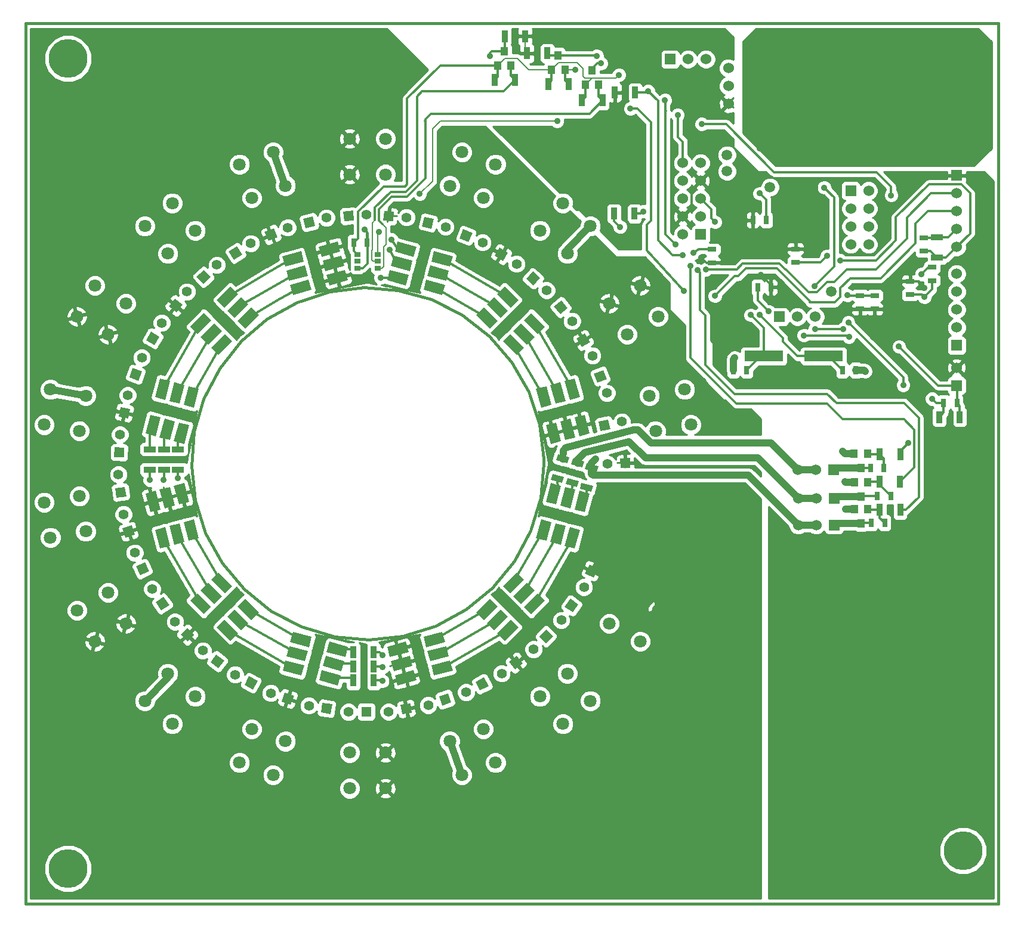
<source format=gtl>
G04 (created by PCBNEW-RS274X (2010-00-09 BZR 23xx)-stable) date Do 20 Okt 2011 18:11:46 CEST*
G01*
G70*
G90*
%MOIN*%
G04 Gerber Fmt 3.4, Leading zero omitted, Abs format*
%FSLAX34Y34*%
G04 APERTURE LIST*
%ADD10C,0.006000*%
%ADD11C,0.015000*%
%ADD12R,0.035400X0.066900*%
%ADD13R,0.066900X0.035400*%
%ADD14R,0.216500X0.059000*%
%ADD15C,0.055000*%
%ADD16C,0.216500*%
%ADD17R,0.060000X0.060000*%
%ADD18C,0.060000*%
%ADD19R,0.039400X0.047200*%
%ADD20C,0.070900*%
%ADD21R,0.035400X0.027600*%
%ADD22R,0.708700X0.472400*%
%ADD23R,0.027600X0.051200*%
%ADD24R,0.051200X0.027600*%
%ADD25C,0.059100*%
%ADD26C,0.035000*%
%ADD27C,0.011800*%
%ADD28C,0.007900*%
%ADD29C,0.039400*%
%ADD30C,0.010000*%
G04 APERTURE END LIST*
G54D10*
G54D11*
X28937Y-24606D02*
X28749Y-26517D01*
X28194Y-28356D01*
X27292Y-30053D01*
X26078Y-31541D01*
X24598Y-32766D01*
X22908Y-33679D01*
X21073Y-34247D01*
X19162Y-34448D01*
X17250Y-34274D01*
X15407Y-33732D01*
X13705Y-32842D01*
X12208Y-31638D01*
X10973Y-30166D01*
X10047Y-28483D01*
X09467Y-26652D01*
X09252Y-24743D01*
X09413Y-22830D01*
X09943Y-20983D01*
X10821Y-19274D01*
X12014Y-17769D01*
X13477Y-16524D01*
X15154Y-15587D01*
X16981Y-14993D01*
X18888Y-14766D01*
X20803Y-14913D01*
X22653Y-15430D01*
X24368Y-16296D01*
X25881Y-17478D01*
X27137Y-18933D01*
X28086Y-20603D01*
X28692Y-22426D01*
X28933Y-24332D01*
X28937Y-24606D01*
X00001Y00000D02*
X00001Y-49213D01*
X54331Y00000D02*
X00001Y00000D01*
X54331Y-49213D02*
X54331Y00000D01*
X00001Y-49213D02*
X54331Y-49213D01*
G54D12*
X47708Y-24075D03*
X48850Y-24075D03*
X47688Y-25630D03*
X48830Y-25630D03*
X47708Y-27205D03*
X48850Y-27205D03*
G54D10*
G36*
X29980Y-25700D02*
X29335Y-25528D01*
X29426Y-25186D01*
X30071Y-25358D01*
X29980Y-25700D01*
X29980Y-25700D01*
G37*
G36*
X30276Y-24597D02*
X29631Y-24425D01*
X29722Y-24083D01*
X30367Y-24255D01*
X30276Y-24597D01*
X30276Y-24597D01*
G37*
G36*
X30806Y-25936D02*
X30161Y-25764D01*
X30252Y-25422D01*
X30897Y-25594D01*
X30806Y-25936D01*
X30806Y-25936D01*
G37*
G36*
X31102Y-24833D02*
X30457Y-24661D01*
X30548Y-24319D01*
X31193Y-24491D01*
X31102Y-24833D01*
X31102Y-24833D01*
G37*
G36*
X31594Y-26192D02*
X30949Y-26020D01*
X31040Y-25678D01*
X31685Y-25850D01*
X31594Y-26192D01*
X31594Y-26192D01*
G37*
G36*
X31890Y-25089D02*
X31245Y-24917D01*
X31336Y-24575D01*
X31981Y-24747D01*
X31890Y-25089D01*
X31890Y-25089D01*
G37*
G54D12*
X18299Y-36732D03*
X19441Y-36732D03*
X18299Y-35945D03*
X19441Y-35945D03*
X18299Y-35157D03*
X19441Y-35157D03*
G54D13*
X08504Y-23810D03*
X08504Y-24952D03*
X07717Y-23810D03*
X07717Y-24952D03*
X06929Y-23810D03*
X06929Y-24952D03*
G54D12*
X29185Y-03390D03*
X30327Y-03390D03*
X31075Y-04305D03*
X32217Y-04305D03*
X27995Y-01670D03*
X29137Y-01670D03*
X32900Y-03860D03*
X34042Y-03860D03*
X27895Y-00715D03*
X26753Y-00715D03*
X26205Y-03145D03*
X27347Y-03145D03*
G54D14*
X44573Y-18600D03*
X41227Y-18600D03*
G54D10*
G36*
X32230Y-28193D02*
X32757Y-28348D01*
X32602Y-28875D01*
X32075Y-28720D01*
X32230Y-28193D01*
X32230Y-28193D01*
G37*
G54D15*
X32134Y-29494D03*
G54D10*
G36*
X32636Y-26040D02*
X33181Y-26109D01*
X33112Y-26654D01*
X32567Y-26585D01*
X32636Y-26040D01*
X32636Y-26040D01*
G37*
G54D15*
X32748Y-27339D03*
G54D10*
G36*
X33752Y-24292D02*
X33780Y-24842D01*
X33230Y-24870D01*
X33202Y-24320D01*
X33752Y-24292D01*
X33752Y-24292D01*
G37*
G54D15*
X32493Y-24631D03*
G54D10*
G36*
X31484Y-30253D02*
X31980Y-30491D01*
X31742Y-30987D01*
X31246Y-30749D01*
X31484Y-30253D01*
X31484Y-30253D01*
G37*
G54D15*
X31181Y-31522D03*
G54D10*
G36*
X30417Y-32166D02*
X30869Y-32480D01*
X30555Y-32932D01*
X30103Y-32618D01*
X30417Y-32166D01*
X30417Y-32166D01*
G37*
G54D15*
X29916Y-33371D03*
G54D10*
G36*
X29057Y-33885D02*
X29453Y-34267D01*
X29071Y-34663D01*
X28675Y-34281D01*
X29057Y-33885D01*
X29057Y-33885D01*
G37*
G54D15*
X28370Y-34994D03*
G54D10*
G36*
X17118Y-38071D02*
X17032Y-38615D01*
X16488Y-38529D01*
X16574Y-37985D01*
X17118Y-38071D01*
X17118Y-38071D01*
G37*
G54D15*
X15815Y-38144D03*
G54D10*
G36*
X19303Y-38214D02*
X19305Y-38764D01*
X18755Y-38766D01*
X18753Y-38216D01*
X19303Y-38214D01*
X19303Y-38214D01*
G37*
G54D15*
X18029Y-38494D03*
G54D10*
G36*
X21484Y-38006D02*
X21573Y-38549D01*
X21030Y-38638D01*
X20941Y-38095D01*
X21484Y-38006D01*
X21484Y-38006D01*
G37*
G54D15*
X20271Y-38484D03*
G54D10*
G36*
X27439Y-35362D02*
X27769Y-35802D01*
X27329Y-36132D01*
X26999Y-35692D01*
X27439Y-35362D01*
X27439Y-35362D01*
G37*
G54D15*
X26584Y-36347D03*
G54D10*
G36*
X25606Y-36562D02*
X25861Y-37049D01*
X25374Y-37304D01*
X25119Y-36817D01*
X25606Y-36562D01*
X25606Y-36562D01*
G37*
G54D15*
X24604Y-37397D03*
G54D10*
G36*
X23604Y-37450D02*
X23778Y-37972D01*
X23256Y-38146D01*
X23082Y-37624D01*
X23604Y-37450D01*
X23604Y-37450D01*
G37*
G54D15*
X22482Y-38116D03*
G54D10*
G36*
X05490Y-24268D02*
X04941Y-24249D01*
X04960Y-23700D01*
X05509Y-23719D01*
X05490Y-24268D01*
X05490Y-24268D01*
G37*
G54D15*
X05259Y-22984D03*
G54D10*
G36*
X05614Y-26455D02*
X05068Y-26525D01*
X04998Y-25979D01*
X05544Y-25909D01*
X05614Y-26455D01*
X05614Y-26455D01*
G37*
G54D15*
X05178Y-25225D03*
G54D10*
G36*
X06082Y-28594D02*
X05555Y-28749D01*
X05400Y-28222D01*
X05927Y-28067D01*
X06082Y-28594D01*
X06082Y-28594D01*
G37*
G54D15*
X05459Y-27448D03*
G54D10*
G36*
X05720Y-22090D02*
X05181Y-21983D01*
X05288Y-21444D01*
X05827Y-21551D01*
X05720Y-22090D01*
X05720Y-22090D01*
G37*
G54D15*
X05698Y-20787D03*
G54D10*
G36*
X06298Y-19979D02*
X05782Y-19787D01*
X05974Y-19271D01*
X06490Y-19463D01*
X06298Y-19979D01*
X06298Y-19979D01*
G37*
G54D15*
X06484Y-18687D03*
G54D10*
G36*
X07206Y-17986D02*
X06728Y-17714D01*
X07000Y-17236D01*
X07478Y-17508D01*
X07206Y-17986D01*
X07206Y-17986D01*
G37*
G54D15*
X07597Y-16741D03*
G54D10*
G36*
X06891Y-30630D02*
X06395Y-30868D01*
X06157Y-30372D01*
X06653Y-30134D01*
X06891Y-30630D01*
X06891Y-30630D01*
G37*
G54D15*
X06090Y-29599D03*
G54D10*
G36*
X08015Y-32508D02*
X07564Y-32823D01*
X07249Y-32372D01*
X07700Y-32057D01*
X08015Y-32508D01*
X08015Y-32508D01*
G37*
G54D15*
X07060Y-31620D03*
G54D10*
G36*
X09426Y-34184D02*
X09031Y-34567D01*
X08648Y-34172D01*
X09043Y-33789D01*
X09426Y-34184D01*
X09426Y-34184D01*
G37*
G54D15*
X08341Y-33460D03*
G54D10*
G36*
X14984Y-37580D02*
X14812Y-38102D01*
X14290Y-37930D01*
X14462Y-37408D01*
X14984Y-37580D01*
X14984Y-37580D01*
G37*
G54D15*
X13687Y-37443D03*
G54D10*
G36*
X12956Y-36752D02*
X12703Y-37241D01*
X12214Y-36988D01*
X12467Y-36499D01*
X12956Y-36752D01*
X12956Y-36752D01*
G37*
G54D15*
X11697Y-36410D03*
G54D10*
G36*
X11087Y-35612D02*
X10758Y-36053D01*
X10317Y-35724D01*
X10646Y-35283D01*
X11087Y-35612D01*
X11087Y-35612D01*
G37*
G54D15*
X09900Y-35070D03*
G54D10*
G36*
X17789Y-11062D02*
X17741Y-10514D01*
X18289Y-10466D01*
X18337Y-11014D01*
X17789Y-11062D01*
X17789Y-11062D01*
G37*
G54D15*
X19035Y-10676D03*
G54D10*
G36*
X15633Y-11446D02*
X15498Y-10913D01*
X16031Y-10778D01*
X16166Y-11311D01*
X15633Y-11446D01*
X15633Y-11446D01*
G37*
G54D15*
X16802Y-10866D03*
G54D10*
G36*
X13566Y-12172D02*
X13347Y-11667D01*
X13852Y-11448D01*
X14071Y-11953D01*
X13566Y-12172D01*
X13566Y-12172D01*
G37*
G54D15*
X14627Y-11412D03*
G54D10*
G36*
X19978Y-11026D02*
X20018Y-10478D01*
X20566Y-10518D01*
X20526Y-11066D01*
X19978Y-11026D01*
X19978Y-11026D01*
G37*
G54D15*
X21270Y-10846D03*
G54D10*
G36*
X22145Y-11346D02*
X22272Y-10811D01*
X22807Y-10938D01*
X22680Y-11473D01*
X22145Y-11346D01*
X22145Y-11346D01*
G37*
G54D15*
X23448Y-11374D03*
G54D10*
G36*
X24231Y-12007D02*
X24443Y-11499D01*
X24951Y-11711D01*
X24739Y-12219D01*
X24231Y-12007D01*
X24231Y-12007D01*
G37*
G54D15*
X25515Y-12243D03*
G54D10*
G36*
X32112Y-22802D02*
X31996Y-22264D01*
X32534Y-22148D01*
X32650Y-22686D01*
X32112Y-22802D01*
X32112Y-22802D01*
G37*
G54D15*
X33301Y-22265D03*
G54D10*
G36*
X31739Y-19577D02*
X32251Y-19377D01*
X32451Y-19889D01*
X31939Y-20089D01*
X31739Y-19577D01*
X31739Y-19577D01*
G37*
G54D15*
X32459Y-20665D03*
G54D10*
G36*
X30770Y-17614D02*
X31244Y-17334D01*
X31524Y-17808D01*
X31050Y-18088D01*
X30770Y-17614D01*
X30770Y-17614D01*
G37*
G54D15*
X31655Y-18573D03*
G54D10*
G36*
X26187Y-13002D02*
X26478Y-12535D01*
X26945Y-12826D01*
X26654Y-13293D01*
X26187Y-13002D01*
X26187Y-13002D01*
G37*
G54D15*
X27414Y-13442D03*
G54D10*
G36*
X27957Y-14286D02*
X28319Y-13872D01*
X28733Y-14234D01*
X28371Y-14648D01*
X27957Y-14286D01*
X27957Y-14286D01*
G37*
G54D15*
X29099Y-14918D03*
G54D10*
G36*
X29499Y-15837D02*
X29922Y-15486D01*
X30273Y-15909D01*
X29850Y-16260D01*
X29499Y-15837D01*
X29499Y-15837D01*
G37*
G54D15*
X30524Y-16643D03*
G54D10*
G36*
X08421Y-16164D02*
X07993Y-15818D01*
X08339Y-15390D01*
X08767Y-15736D01*
X08421Y-16164D01*
X08421Y-16164D01*
G37*
G54D15*
X09008Y-14999D03*
G54D10*
G36*
X09914Y-14561D02*
X09547Y-14152D01*
X09956Y-13785D01*
X10323Y-14194D01*
X09914Y-14561D01*
X09914Y-14561D01*
G37*
G54D15*
X10679Y-13505D03*
G54D10*
G36*
X11644Y-13219D02*
X11347Y-12756D01*
X11810Y-12459D01*
X12107Y-12922D01*
X11644Y-13219D01*
X11644Y-13219D01*
G37*
G54D15*
X12569Y-12299D03*
G54D16*
X02362Y-47244D03*
X02362Y-01969D03*
X52362Y-46260D03*
X52362Y-02953D03*
G54D17*
X45138Y-24944D03*
G54D18*
X44138Y-24944D03*
X43138Y-24944D03*
G54D17*
X45158Y-28051D03*
G54D18*
X44158Y-28051D03*
X43158Y-28051D03*
G54D17*
X45158Y-26551D03*
G54D18*
X44158Y-26551D03*
X43158Y-26551D03*
G54D17*
X36000Y-02000D03*
G54D18*
X37000Y-02000D03*
X38000Y-02000D03*
G54D17*
X42100Y-16400D03*
G54D18*
X43100Y-16400D03*
X44100Y-16400D03*
G54D17*
X46082Y-09352D03*
G54D18*
X47082Y-09352D03*
X46082Y-10352D03*
X47082Y-10352D03*
X46082Y-11352D03*
X47082Y-11352D03*
X46082Y-12352D03*
X47082Y-12352D03*
G54D17*
X52000Y-18000D03*
G54D18*
X52000Y-17000D03*
X52000Y-16000D03*
X52000Y-15000D03*
X52000Y-14000D03*
G54D17*
X37700Y-11800D03*
G54D18*
X36700Y-11800D03*
X37700Y-10800D03*
X36700Y-10800D03*
X37700Y-09800D03*
X36700Y-09800D03*
X37700Y-08800D03*
X36700Y-08800D03*
X37700Y-07800D03*
X36700Y-07800D03*
G54D10*
G36*
X29083Y-28933D02*
X28513Y-28780D01*
X28793Y-27735D01*
X29363Y-27888D01*
X29083Y-28933D01*
X29083Y-28933D01*
G37*
G36*
X29881Y-29147D02*
X29311Y-28994D01*
X29591Y-27949D01*
X30161Y-28102D01*
X29881Y-29147D01*
X29881Y-29147D01*
G37*
G36*
X30680Y-29361D02*
X30110Y-29208D01*
X30390Y-28163D01*
X30960Y-28316D01*
X30680Y-29361D01*
X30680Y-29361D01*
G37*
G36*
X31225Y-27327D02*
X30655Y-27174D01*
X30935Y-26129D01*
X31505Y-26282D01*
X31225Y-27327D01*
X31225Y-27327D01*
G37*
G36*
X30427Y-27113D02*
X29857Y-26960D01*
X30137Y-25915D01*
X30707Y-26068D01*
X30427Y-27113D01*
X30427Y-27113D01*
G37*
G36*
X29628Y-26899D02*
X29058Y-26746D01*
X29338Y-25701D01*
X29908Y-25854D01*
X29628Y-26899D01*
X29628Y-26899D01*
G37*
G36*
X25584Y-33349D02*
X25167Y-32932D01*
X25932Y-32167D01*
X26349Y-32584D01*
X25584Y-33349D01*
X25584Y-33349D01*
G37*
G36*
X26168Y-33934D02*
X25751Y-33517D01*
X26516Y-32752D01*
X26933Y-33169D01*
X26168Y-33934D01*
X26168Y-33934D01*
G37*
G36*
X26753Y-34518D02*
X26336Y-34101D01*
X27101Y-33336D01*
X27518Y-33753D01*
X26753Y-34518D01*
X26753Y-34518D01*
G37*
G36*
X28242Y-33029D02*
X27825Y-32612D01*
X28590Y-31847D01*
X29007Y-32264D01*
X28242Y-33029D01*
X28242Y-33029D01*
G37*
G36*
X27658Y-32444D02*
X27241Y-32027D01*
X28006Y-31262D01*
X28423Y-31679D01*
X27658Y-32444D01*
X27658Y-32444D01*
G37*
G36*
X27073Y-31860D02*
X26656Y-31443D01*
X27421Y-30678D01*
X27838Y-31095D01*
X27073Y-31860D01*
X27073Y-31860D01*
G37*
G36*
X20343Y-35419D02*
X20190Y-34849D01*
X21235Y-34569D01*
X21388Y-35139D01*
X20343Y-35419D01*
X20343Y-35419D01*
G37*
G36*
X20557Y-36218D02*
X20404Y-35648D01*
X21449Y-35368D01*
X21602Y-35938D01*
X20557Y-36218D01*
X20557Y-36218D01*
G37*
G36*
X20771Y-37016D02*
X20618Y-36446D01*
X21663Y-36166D01*
X21816Y-36736D01*
X20771Y-37016D01*
X20771Y-37016D01*
G37*
G36*
X22805Y-36471D02*
X22652Y-35901D01*
X23697Y-35621D01*
X23850Y-36191D01*
X22805Y-36471D01*
X22805Y-36471D01*
G37*
G36*
X22591Y-35672D02*
X22438Y-35102D01*
X23483Y-34822D01*
X23636Y-35392D01*
X22591Y-35672D01*
X22591Y-35672D01*
G37*
G36*
X22377Y-34874D02*
X22224Y-34304D01*
X23269Y-34024D01*
X23422Y-34594D01*
X22377Y-34874D01*
X22377Y-34874D01*
G37*
G36*
X08278Y-25854D02*
X08848Y-25701D01*
X09128Y-26746D01*
X08558Y-26899D01*
X08278Y-25854D01*
X08278Y-25854D01*
G37*
G36*
X07479Y-26068D02*
X08049Y-25915D01*
X08329Y-26960D01*
X07759Y-27113D01*
X07479Y-26068D01*
X07479Y-26068D01*
G37*
G36*
X06681Y-26282D02*
X07251Y-26129D01*
X07531Y-27174D01*
X06961Y-27327D01*
X06681Y-26282D01*
X06681Y-26282D01*
G37*
G36*
X07226Y-28316D02*
X07796Y-28163D01*
X08076Y-29208D01*
X07506Y-29361D01*
X07226Y-28316D01*
X07226Y-28316D01*
G37*
G36*
X08025Y-28102D02*
X08595Y-27949D01*
X08875Y-28994D01*
X08305Y-29147D01*
X08025Y-28102D01*
X08025Y-28102D01*
G37*
G36*
X08823Y-27888D02*
X09393Y-27735D01*
X09673Y-28780D01*
X09103Y-28933D01*
X08823Y-27888D01*
X08823Y-27888D01*
G37*
G36*
X10351Y-31095D02*
X10768Y-30678D01*
X11533Y-31443D01*
X11116Y-31860D01*
X10351Y-31095D01*
X10351Y-31095D01*
G37*
G36*
X09766Y-31679D02*
X10183Y-31262D01*
X10948Y-32027D01*
X10531Y-32444D01*
X09766Y-31679D01*
X09766Y-31679D01*
G37*
G36*
X09182Y-32264D02*
X09599Y-31847D01*
X10364Y-32612D01*
X09947Y-33029D01*
X09182Y-32264D01*
X09182Y-32264D01*
G37*
G36*
X10671Y-33753D02*
X11088Y-33336D01*
X11853Y-34101D01*
X11436Y-34518D01*
X10671Y-33753D01*
X10671Y-33753D01*
G37*
G36*
X11256Y-33169D02*
X11673Y-32752D01*
X12438Y-33517D01*
X12021Y-33934D01*
X11256Y-33169D01*
X11256Y-33169D01*
G37*
G36*
X11840Y-32584D02*
X12257Y-32167D01*
X13022Y-32932D01*
X12605Y-33349D01*
X11840Y-32584D01*
X11840Y-32584D01*
G37*
G36*
X14779Y-34594D02*
X14932Y-34024D01*
X15977Y-34304D01*
X15824Y-34874D01*
X14779Y-34594D01*
X14779Y-34594D01*
G37*
G36*
X14565Y-35392D02*
X14718Y-34822D01*
X15763Y-35102D01*
X15610Y-35672D01*
X14565Y-35392D01*
X14565Y-35392D01*
G37*
G36*
X14351Y-36191D02*
X14504Y-35621D01*
X15549Y-35901D01*
X15396Y-36471D01*
X14351Y-36191D01*
X14351Y-36191D01*
G37*
G36*
X16385Y-36736D02*
X16538Y-36166D01*
X17583Y-36446D01*
X17430Y-37016D01*
X16385Y-36736D01*
X16385Y-36736D01*
G37*
G36*
X16599Y-35938D02*
X16752Y-35368D01*
X17797Y-35648D01*
X17644Y-36218D01*
X16599Y-35938D01*
X16599Y-35938D01*
G37*
G36*
X16813Y-35139D02*
X16966Y-34569D01*
X18011Y-34849D01*
X17858Y-35419D01*
X16813Y-35139D01*
X16813Y-35139D01*
G37*
G36*
X09103Y-20279D02*
X09673Y-20432D01*
X09393Y-21477D01*
X08823Y-21324D01*
X09103Y-20279D01*
X09103Y-20279D01*
G37*
G36*
X08305Y-20065D02*
X08875Y-20218D01*
X08595Y-21263D01*
X08025Y-21110D01*
X08305Y-20065D01*
X08305Y-20065D01*
G37*
G36*
X07506Y-19851D02*
X08076Y-20004D01*
X07796Y-21049D01*
X07226Y-20896D01*
X07506Y-19851D01*
X07506Y-19851D01*
G37*
G36*
X06961Y-21885D02*
X07531Y-22038D01*
X07251Y-23083D01*
X06681Y-22930D01*
X06961Y-21885D01*
X06961Y-21885D01*
G37*
G36*
X07759Y-22099D02*
X08329Y-22252D01*
X08049Y-23297D01*
X07479Y-23144D01*
X07759Y-22099D01*
X07759Y-22099D01*
G37*
G36*
X08558Y-22313D02*
X09128Y-22466D01*
X08848Y-23511D01*
X08278Y-23358D01*
X08558Y-22313D01*
X08558Y-22313D01*
G37*
G36*
X12605Y-15863D02*
X13022Y-16280D01*
X12257Y-17045D01*
X11840Y-16628D01*
X12605Y-15863D01*
X12605Y-15863D01*
G37*
G36*
X12021Y-15278D02*
X12438Y-15695D01*
X11673Y-16460D01*
X11256Y-16043D01*
X12021Y-15278D01*
X12021Y-15278D01*
G37*
G36*
X11436Y-14694D02*
X11853Y-15111D01*
X11088Y-15876D01*
X10671Y-15459D01*
X11436Y-14694D01*
X11436Y-14694D01*
G37*
G36*
X09947Y-16183D02*
X10364Y-16600D01*
X09599Y-17365D01*
X09182Y-16948D01*
X09947Y-16183D01*
X09947Y-16183D01*
G37*
G36*
X10531Y-16768D02*
X10948Y-17185D01*
X10183Y-17950D01*
X09766Y-17533D01*
X10531Y-16768D01*
X10531Y-16768D01*
G37*
G36*
X11116Y-17352D02*
X11533Y-17769D01*
X10768Y-18534D01*
X10351Y-18117D01*
X11116Y-17352D01*
X11116Y-17352D01*
G37*
G36*
X17847Y-13790D02*
X18000Y-14360D01*
X16955Y-14640D01*
X16802Y-14070D01*
X17847Y-13790D01*
X17847Y-13790D01*
G37*
G36*
X17633Y-12991D02*
X17786Y-13561D01*
X16741Y-13841D01*
X16588Y-13271D01*
X17633Y-12991D01*
X17633Y-12991D01*
G37*
G36*
X17419Y-12193D02*
X17572Y-12763D01*
X16527Y-13043D01*
X16374Y-12473D01*
X17419Y-12193D01*
X17419Y-12193D01*
G37*
G36*
X15385Y-12738D02*
X15538Y-13308D01*
X14493Y-13588D01*
X14340Y-13018D01*
X15385Y-12738D01*
X15385Y-12738D01*
G37*
G36*
X15599Y-13537D02*
X15752Y-14107D01*
X14707Y-14387D01*
X14554Y-13817D01*
X15599Y-13537D01*
X15599Y-13537D01*
G37*
G36*
X15813Y-14335D02*
X15966Y-14905D01*
X14921Y-15185D01*
X14768Y-14615D01*
X15813Y-14335D01*
X15813Y-14335D01*
G37*
G36*
X29907Y-23358D02*
X29337Y-23511D01*
X29057Y-22466D01*
X29627Y-22313D01*
X29907Y-23358D01*
X29907Y-23358D01*
G37*
G36*
X30706Y-23144D02*
X30136Y-23297D01*
X29856Y-22252D01*
X30426Y-22099D01*
X30706Y-23144D01*
X30706Y-23144D01*
G37*
G36*
X31504Y-22930D02*
X30934Y-23083D01*
X30654Y-22038D01*
X31224Y-21885D01*
X31504Y-22930D01*
X31504Y-22930D01*
G37*
G36*
X30959Y-20896D02*
X30389Y-21049D01*
X30109Y-20004D01*
X30679Y-19851D01*
X30959Y-20896D01*
X30959Y-20896D01*
G37*
G36*
X30160Y-21110D02*
X29590Y-21263D01*
X29310Y-20218D01*
X29880Y-20065D01*
X30160Y-21110D01*
X30160Y-21110D01*
G37*
G36*
X29362Y-21324D02*
X28792Y-21477D01*
X28512Y-20432D01*
X29082Y-20279D01*
X29362Y-21324D01*
X29362Y-21324D01*
G37*
G36*
X27838Y-18117D02*
X27421Y-18534D01*
X26656Y-17769D01*
X27073Y-17352D01*
X27838Y-18117D01*
X27838Y-18117D01*
G37*
G36*
X28423Y-17533D02*
X28006Y-17950D01*
X27241Y-17185D01*
X27658Y-16768D01*
X28423Y-17533D01*
X28423Y-17533D01*
G37*
G36*
X29007Y-16948D02*
X28590Y-17365D01*
X27825Y-16600D01*
X28242Y-16183D01*
X29007Y-16948D01*
X29007Y-16948D01*
G37*
G36*
X27518Y-15459D02*
X27101Y-15876D01*
X26336Y-15111D01*
X26753Y-14694D01*
X27518Y-15459D01*
X27518Y-15459D01*
G37*
G36*
X26933Y-16043D02*
X26516Y-16460D01*
X25751Y-15695D01*
X26168Y-15278D01*
X26933Y-16043D01*
X26933Y-16043D01*
G37*
G36*
X26349Y-16628D02*
X25932Y-17045D01*
X25167Y-16280D01*
X25584Y-15863D01*
X26349Y-16628D01*
X26349Y-16628D01*
G37*
G36*
X23422Y-14615D02*
X23269Y-15185D01*
X22224Y-14905D01*
X22377Y-14335D01*
X23422Y-14615D01*
X23422Y-14615D01*
G37*
G36*
X23636Y-13817D02*
X23483Y-14387D01*
X22438Y-14107D01*
X22591Y-13537D01*
X23636Y-13817D01*
X23636Y-13817D01*
G37*
G36*
X23850Y-13018D02*
X23697Y-13588D01*
X22652Y-13308D01*
X22805Y-12738D01*
X23850Y-13018D01*
X23850Y-13018D01*
G37*
G36*
X21816Y-12473D02*
X21663Y-13043D01*
X20618Y-12763D01*
X20771Y-12193D01*
X21816Y-12473D01*
X21816Y-12473D01*
G37*
G36*
X21602Y-13271D02*
X21449Y-13841D01*
X20404Y-13561D01*
X20557Y-12991D01*
X21602Y-13271D01*
X21602Y-13271D01*
G37*
G36*
X21388Y-14070D02*
X21235Y-14640D01*
X20190Y-14360D01*
X20343Y-13790D01*
X21388Y-14070D01*
X21388Y-14070D01*
G37*
G54D19*
X47038Y-27171D03*
X46290Y-27171D03*
X46664Y-27958D03*
X47023Y-24059D03*
X46275Y-24059D03*
X46649Y-24846D03*
X47038Y-25671D03*
X46290Y-25671D03*
X46664Y-26458D03*
X29370Y-02575D03*
X30118Y-02575D03*
X29744Y-01788D03*
X31265Y-03425D03*
X32013Y-03425D03*
X31639Y-02638D03*
X26365Y-02340D03*
X27113Y-02340D03*
X26739Y-01553D03*
G54D20*
X26247Y-07878D03*
X24367Y-07194D03*
X23683Y-09074D03*
X25563Y-09758D03*
X31537Y-11334D03*
X30005Y-10048D03*
X28719Y-11580D03*
X30251Y-12866D03*
X20094Y-06441D03*
X18094Y-06441D03*
X18094Y-08441D03*
X20094Y-08441D03*
X35326Y-16390D03*
X34326Y-14658D03*
X32594Y-15658D03*
X33594Y-17390D03*
X36810Y-28745D03*
X37157Y-26776D03*
X35188Y-26429D03*
X34841Y-28398D03*
X37157Y-22437D03*
X36810Y-20468D03*
X34841Y-20815D03*
X35188Y-22784D03*
X11942Y-41334D03*
X13822Y-42018D03*
X14506Y-40138D03*
X12626Y-39454D03*
X06652Y-37879D03*
X08184Y-39165D03*
X09470Y-37633D03*
X07938Y-36347D03*
X18094Y-42772D03*
X20094Y-42772D03*
X20094Y-40772D03*
X18094Y-40772D03*
X34326Y-34555D03*
X35326Y-32823D03*
X33594Y-31823D03*
X32594Y-33555D03*
X24367Y-42018D03*
X26247Y-41334D03*
X25563Y-39454D03*
X23683Y-40138D03*
X30005Y-39165D03*
X31537Y-37879D03*
X30251Y-36347D03*
X28719Y-37633D03*
X01032Y-26776D03*
X01379Y-28745D03*
X03348Y-28398D03*
X03001Y-26429D03*
X01379Y-20468D03*
X01032Y-22437D03*
X03001Y-22784D03*
X03348Y-20815D03*
X02863Y-32823D03*
X03863Y-34555D03*
X05595Y-33555D03*
X04595Y-31823D03*
X03863Y-14658D03*
X02863Y-16390D03*
X04595Y-17390D03*
X05595Y-15658D03*
X13822Y-07194D03*
X11942Y-07878D03*
X12626Y-09758D03*
X14506Y-09074D03*
X08184Y-10048D03*
X06652Y-11334D03*
X07938Y-12866D03*
X09470Y-11580D03*
G54D21*
X18529Y-12926D03*
X18529Y-13300D03*
X18529Y-13674D03*
X19671Y-13674D03*
X19671Y-13300D03*
X19671Y-12926D03*
G54D18*
X39250Y-02500D03*
X39250Y-03500D03*
X39250Y-04500D03*
G54D22*
X46675Y-03500D03*
G54D17*
X52000Y-08500D03*
G54D18*
X52000Y-09500D03*
X52000Y-10500D03*
X52000Y-11500D03*
X52000Y-12500D03*
G54D23*
X45620Y-19400D03*
X46368Y-19400D03*
X40280Y-19400D03*
X39532Y-19400D03*
G54D24*
X46600Y-15220D03*
X46600Y-15968D03*
X49400Y-14420D03*
X49400Y-15168D03*
X47421Y-15971D03*
X47421Y-15223D03*
X50630Y-13636D03*
X50630Y-14384D03*
G54D23*
X47199Y-24862D03*
X47947Y-24862D03*
X47573Y-26417D03*
X48321Y-26417D03*
X47238Y-27933D03*
X47986Y-27933D03*
X18321Y-12264D03*
X19069Y-12264D03*
G54D24*
X38345Y-13375D03*
X38345Y-12627D03*
G54D23*
X41630Y-14750D03*
X40882Y-14750D03*
G54D24*
X43000Y-12620D03*
X43000Y-13368D03*
G54D23*
X40620Y-11000D03*
X41368Y-11000D03*
G54D17*
X52000Y-20250D03*
G54D18*
X52000Y-19250D03*
G54D25*
X45000Y-15000D03*
X39173Y-07362D03*
X39173Y-08268D03*
G54D12*
X34005Y-10630D03*
X32863Y-10630D03*
G54D25*
X41575Y-09154D03*
G54D23*
X51274Y-21220D03*
X52022Y-21220D03*
G54D24*
X50157Y-11982D03*
X50157Y-12730D03*
G54D12*
X51035Y-22008D03*
X52177Y-22008D03*
G54D13*
X50906Y-11960D03*
X50906Y-13102D03*
G54D26*
X41063Y-14055D03*
X32323Y-05354D03*
X31437Y-09035D03*
X44250Y-12850D03*
X40750Y-10000D03*
X37740Y-13085D03*
X45900Y-15900D03*
X50200Y-14800D03*
X43465Y-17441D03*
X45984Y-17520D03*
X44094Y-17087D03*
X45669Y-17089D03*
X53000Y-01000D03*
X53000Y-05000D03*
X53000Y-07000D03*
X51000Y-07000D03*
X41000Y-01000D03*
X41000Y-03000D03*
X41000Y-05000D03*
X41000Y-07000D03*
X43000Y-07000D03*
X45000Y-07000D03*
X47000Y-07000D03*
X49000Y-07000D03*
X33976Y-26181D03*
X23465Y-06220D03*
X16000Y-04000D03*
X37525Y-13800D03*
X37126Y-13563D03*
X49014Y-20215D03*
X49311Y-23445D03*
X45950Y-16725D03*
X44606Y-09173D03*
X44075Y-14675D03*
X36693Y-12953D03*
X32126Y-02235D03*
X34764Y-03780D03*
X36299Y-12362D03*
X35709Y-04291D03*
X31890Y-01811D03*
X19724Y-11654D03*
X22008Y-09528D03*
X29685Y-05472D03*
X30709Y-02598D03*
X48346Y-09606D03*
X37756Y-05630D03*
X50039Y-14016D03*
X33140Y-02880D03*
X33779Y-04764D03*
X36772Y-14961D03*
X25945Y-01811D03*
X36417Y-05118D03*
X33189Y-11378D03*
X37303Y-12835D03*
X41500Y-16100D03*
X46890Y-19449D03*
X50630Y-20984D03*
X45630Y-23937D03*
X45749Y-25630D03*
X45808Y-27165D03*
X39606Y-18701D03*
X18917Y-11535D03*
X44750Y-13000D03*
X41000Y-09500D03*
X45900Y-15200D03*
X50200Y-15300D03*
X38504Y-15236D03*
X45500Y-13250D03*
X38000Y-13750D03*
X41000Y-16300D03*
X38500Y-11100D03*
X48780Y-18071D03*
X40500Y-16300D03*
X20433Y-12087D03*
X20315Y-12657D03*
X19823Y-14213D03*
X31240Y-23976D03*
X19921Y-36004D03*
X07697Y-25512D03*
X31831Y-24370D03*
X19921Y-36772D03*
X06929Y-25531D03*
X30177Y-23720D03*
X19921Y-35315D03*
X08484Y-25413D03*
X34488Y-10512D03*
G54D27*
X38345Y-13375D02*
X38030Y-13375D01*
X38030Y-13375D02*
X37740Y-13085D01*
X37700Y-08800D02*
X37700Y-08836D01*
X37205Y-10295D02*
X36700Y-10800D01*
X37205Y-09331D02*
X37205Y-10295D01*
X37700Y-08836D02*
X37205Y-09331D01*
X41630Y-14622D02*
X41630Y-14750D01*
X41063Y-14055D02*
X41630Y-14622D01*
G54D28*
X27895Y-00715D02*
X27895Y-01570D01*
X27895Y-01570D02*
X27995Y-01670D01*
G54D27*
X47421Y-15971D02*
X46603Y-15971D01*
X46603Y-15971D02*
X46600Y-15968D01*
X43000Y-12620D02*
X44020Y-12620D01*
X44020Y-12620D02*
X44250Y-12850D01*
X40620Y-11000D02*
X40620Y-10130D01*
X40620Y-10130D02*
X40750Y-10000D01*
X45968Y-15968D02*
X46600Y-15968D01*
X45900Y-15900D02*
X45968Y-15968D01*
X49820Y-14420D02*
X49400Y-14420D01*
X50200Y-14800D02*
X49820Y-14420D01*
X45905Y-17441D02*
X43465Y-17441D01*
X45984Y-17520D02*
X45905Y-17441D01*
X44094Y-17087D02*
X45667Y-17087D01*
X45667Y-17087D02*
X45669Y-17089D01*
X53000Y-05000D02*
X53000Y-01000D01*
X51000Y-07000D02*
X53000Y-07000D01*
X48250Y-03500D02*
X48250Y-06250D01*
X41000Y-05000D02*
X41000Y-03000D01*
X43000Y-07000D02*
X41000Y-07000D01*
X47000Y-07000D02*
X45000Y-07000D01*
X48250Y-06250D02*
X49000Y-07000D01*
X37959Y-16334D02*
X37959Y-19082D01*
X37959Y-19082D02*
X38950Y-20073D01*
X45315Y-21218D02*
X45285Y-21218D01*
X49052Y-21218D02*
X49882Y-22048D01*
X49882Y-22048D02*
X49882Y-26476D01*
X49882Y-26476D02*
X49153Y-27205D01*
X49153Y-27205D02*
X48850Y-27205D01*
X45315Y-21218D02*
X49052Y-21218D01*
X44776Y-20709D02*
X39586Y-20709D01*
X39586Y-20709D02*
X38950Y-20073D01*
X45285Y-21218D02*
X44776Y-20709D01*
X37650Y-16025D02*
X37959Y-16334D01*
X37650Y-13925D02*
X37650Y-16025D01*
X37525Y-13800D02*
X37650Y-13925D01*
X38770Y-20325D02*
X38750Y-20325D01*
X37126Y-18701D02*
X37126Y-15976D01*
X38750Y-20325D02*
X37126Y-18701D01*
X38770Y-20325D02*
X39704Y-21259D01*
X39704Y-21259D02*
X44763Y-21259D01*
X49646Y-22716D02*
X49646Y-24814D01*
X49056Y-22126D02*
X49646Y-22716D01*
X45630Y-22126D02*
X49056Y-22126D01*
X49646Y-24814D02*
X48830Y-25630D01*
X44763Y-21259D02*
X45630Y-22126D01*
X37125Y-15975D02*
X37126Y-15976D01*
X37125Y-13525D02*
X37125Y-15975D01*
X37126Y-13563D02*
X37125Y-13525D01*
X48850Y-24075D02*
X48850Y-23906D01*
X49311Y-23445D02*
X48850Y-23906D01*
X49014Y-19789D02*
X49014Y-20215D01*
X49014Y-20215D02*
X49016Y-20217D01*
X45950Y-16725D02*
X49014Y-19789D01*
X45150Y-09725D02*
X44606Y-09173D01*
X45150Y-13600D02*
X45150Y-09725D01*
X44075Y-14675D02*
X45150Y-13600D01*
X35315Y-12008D02*
X35315Y-12126D01*
X36142Y-12953D02*
X36693Y-12953D01*
X35315Y-12126D02*
X36142Y-12953D01*
X34768Y-03778D02*
X34765Y-03781D01*
X34764Y-03780D02*
X34765Y-03781D01*
X34042Y-03860D02*
X34686Y-03860D01*
X34686Y-03860D02*
X34768Y-03778D01*
X31639Y-02638D02*
X31639Y-02511D01*
X31639Y-02511D02*
X31915Y-02235D01*
X31915Y-02235D02*
X32126Y-02235D01*
X35315Y-04325D02*
X34768Y-03778D01*
X35315Y-12008D02*
X35315Y-04325D01*
G54D28*
X19981Y-11280D02*
X19981Y-11281D01*
X20118Y-12362D02*
X20000Y-12480D01*
X20118Y-11418D02*
X20118Y-12362D01*
X19981Y-11281D02*
X20118Y-11418D01*
X19921Y-11220D02*
X19981Y-11280D01*
G54D27*
X19921Y-11220D02*
X19921Y-11221D01*
X22323Y-08661D02*
X21299Y-09685D01*
X22894Y-05039D02*
X22639Y-05039D01*
X22303Y-05472D02*
X22323Y-05472D01*
X22323Y-05452D02*
X22303Y-05472D01*
X22323Y-05355D02*
X22323Y-05452D01*
X22639Y-05039D02*
X22323Y-05355D01*
X22323Y-08661D02*
X22323Y-05472D01*
X31483Y-05039D02*
X32217Y-04305D01*
X22894Y-05039D02*
X31483Y-05039D01*
X21299Y-09685D02*
X20431Y-09685D01*
X20431Y-09685D02*
X19725Y-10391D01*
X19725Y-10391D02*
X19725Y-11025D01*
X19725Y-11025D02*
X19921Y-11221D01*
G54D28*
X20000Y-12657D02*
X20000Y-12480D01*
X20000Y-12657D02*
X20000Y-13583D01*
X20000Y-13583D02*
X19909Y-13674D01*
X19909Y-13674D02*
X19671Y-13674D01*
G54D27*
X32013Y-03425D02*
X32013Y-04101D01*
X32013Y-04101D02*
X32217Y-04305D01*
X35735Y-11772D02*
X35735Y-11798D01*
X35748Y-04882D02*
X35735Y-04882D01*
X35735Y-11772D02*
X35735Y-04882D01*
X35709Y-04291D02*
X35735Y-04317D01*
X35735Y-04317D02*
X35735Y-04869D01*
X35735Y-04869D02*
X35748Y-04882D01*
X35735Y-11798D02*
X36299Y-12362D01*
X31024Y-01788D02*
X31867Y-01788D01*
X30394Y-01788D02*
X31024Y-01788D01*
X29744Y-01788D02*
X30394Y-01788D01*
X31867Y-01788D02*
X31890Y-01811D01*
X29744Y-01788D02*
X29255Y-01788D01*
X29255Y-01788D02*
X29137Y-01670D01*
G54D28*
X19671Y-11707D02*
X19724Y-11654D01*
X22008Y-09528D02*
X22717Y-08819D01*
X22717Y-08819D02*
X22717Y-05905D01*
X22717Y-05905D02*
X23150Y-05472D01*
X23150Y-05472D02*
X29685Y-05472D01*
X19671Y-12926D02*
X19671Y-11707D01*
X30686Y-02575D02*
X30118Y-02575D01*
X30709Y-02598D02*
X30686Y-02575D01*
G54D27*
X30118Y-02575D02*
X30118Y-03181D01*
X30118Y-03181D02*
X30327Y-03390D01*
X48346Y-09606D02*
X48346Y-09134D01*
X48346Y-09134D02*
X47519Y-08307D01*
X39134Y-05630D02*
X37756Y-05630D01*
X41811Y-08307D02*
X39134Y-05630D01*
X47519Y-08307D02*
X41811Y-08307D01*
G54D28*
X31417Y-03045D02*
X31234Y-03045D01*
X31142Y-02953D02*
X31142Y-02520D01*
X31234Y-03045D02*
X31142Y-02953D01*
X30354Y-02175D02*
X29770Y-02175D01*
X30354Y-02175D02*
X30797Y-02175D01*
X30797Y-02175D02*
X31142Y-02520D01*
X29770Y-02175D02*
X29370Y-02575D01*
X31339Y-03045D02*
X31339Y-03045D01*
G54D27*
X50630Y-13636D02*
X50419Y-13636D01*
X50419Y-13636D02*
X50039Y-14016D01*
X18321Y-12264D02*
X18321Y-12718D01*
X18321Y-12718D02*
X18529Y-12926D01*
X18563Y-11417D02*
X18563Y-12022D01*
X18563Y-12022D02*
X18321Y-12264D01*
X19981Y-09113D02*
X21183Y-09113D01*
X21299Y-04193D02*
X23152Y-02340D01*
X21299Y-08997D02*
X21299Y-04193D01*
X21183Y-09113D02*
X21299Y-08997D01*
X26365Y-02340D02*
X23152Y-02340D01*
X18563Y-10531D02*
X18563Y-11417D01*
X19981Y-09113D02*
X18563Y-10531D01*
G54D28*
X29370Y-02575D02*
X28087Y-02575D01*
X26756Y-01949D02*
X26365Y-02340D01*
X27461Y-01949D02*
X26756Y-01949D01*
X28087Y-02575D02*
X27461Y-01949D01*
G54D27*
X26365Y-02340D02*
X26365Y-02985D01*
X26365Y-02985D02*
X26205Y-03145D01*
X29370Y-02575D02*
X29370Y-03205D01*
X29370Y-03205D02*
X29185Y-03390D01*
X31265Y-03425D02*
X31265Y-04115D01*
X31265Y-04115D02*
X31075Y-04305D01*
G54D28*
X31645Y-03045D02*
X31417Y-03045D01*
X31417Y-03045D02*
X31339Y-03045D01*
X31645Y-03045D02*
X31265Y-03425D01*
X32975Y-03045D02*
X31645Y-03045D01*
X33140Y-02880D02*
X32975Y-03045D01*
G54D27*
X33779Y-04764D02*
X34173Y-04764D01*
X34173Y-04764D02*
X34921Y-05512D01*
X34921Y-05512D02*
X34921Y-11024D01*
X34685Y-11260D02*
X34921Y-11024D01*
X34921Y-11024D02*
X34921Y-05512D01*
X34921Y-05512D02*
X34173Y-04764D01*
X34685Y-11260D02*
X34685Y-12677D01*
X34685Y-12677D02*
X36772Y-14961D01*
X25945Y-01811D02*
X25945Y-01653D01*
X26045Y-01553D02*
X26739Y-01553D01*
X25945Y-01653D02*
X26045Y-01553D01*
X26753Y-00715D02*
X26753Y-01539D01*
X26753Y-01539D02*
X26739Y-01553D01*
G54D28*
X19505Y-10984D02*
X19505Y-11004D01*
X19505Y-11004D02*
X19370Y-11139D01*
X19331Y-12678D02*
X19331Y-13229D01*
X19370Y-12639D02*
X19331Y-12678D01*
X19370Y-11139D02*
X19370Y-12639D01*
X19331Y-13229D02*
X19402Y-13300D01*
X19402Y-13300D02*
X19671Y-13300D01*
G54D27*
X21850Y-07953D02*
X21850Y-08780D01*
X19505Y-10298D02*
X19505Y-10984D01*
X20394Y-09409D02*
X19505Y-10298D01*
X21221Y-09409D02*
X20394Y-09409D01*
X21850Y-08780D02*
X21221Y-09409D01*
X21850Y-04232D02*
X21850Y-04075D01*
X21850Y-07953D02*
X21850Y-04232D01*
X26712Y-03780D02*
X27347Y-03145D01*
X22145Y-03780D02*
X26712Y-03780D01*
X21850Y-04075D02*
X22145Y-03780D01*
X27113Y-02340D02*
X27113Y-02911D01*
X27113Y-02911D02*
X27347Y-03145D01*
X36700Y-06622D02*
X36417Y-06339D01*
X36417Y-06339D02*
X36417Y-05118D01*
X36700Y-06622D02*
X36700Y-07800D01*
X32863Y-11052D02*
X33189Y-11378D01*
X32863Y-11052D02*
X32863Y-10630D01*
X37598Y-12627D02*
X37303Y-12835D01*
X37598Y-12627D02*
X38345Y-12627D01*
X40882Y-14750D02*
X40882Y-15482D01*
X40882Y-15482D02*
X41500Y-16100D01*
G54D29*
X46841Y-19400D02*
X46890Y-19449D01*
X46841Y-19400D02*
X46368Y-19400D01*
G54D27*
X50866Y-21220D02*
X50630Y-20984D01*
X51274Y-21220D02*
X50866Y-21220D01*
X51274Y-21220D02*
X51274Y-21769D01*
X51274Y-21769D02*
X51035Y-22008D01*
G54D29*
X46275Y-24059D02*
X45752Y-24059D01*
X45752Y-24059D02*
X45630Y-23937D01*
X46290Y-25671D02*
X45790Y-25671D01*
X45790Y-25671D02*
X45749Y-25630D01*
X46290Y-27171D02*
X45814Y-27171D01*
X45814Y-27171D02*
X45808Y-27165D01*
X39532Y-19400D02*
X39532Y-18775D01*
X39532Y-18775D02*
X39606Y-18701D01*
G54D27*
X47421Y-15223D02*
X46603Y-15223D01*
X46603Y-15223D02*
X46600Y-15220D01*
X50630Y-14384D02*
X50630Y-14870D01*
X50630Y-14870D02*
X50200Y-15300D01*
X19069Y-12264D02*
X19069Y-11687D01*
X18826Y-13674D02*
X19094Y-13406D01*
X19094Y-13406D02*
X19094Y-11712D01*
X19094Y-11712D02*
X18917Y-11535D01*
X18826Y-13674D02*
X18529Y-13674D01*
X19069Y-11687D02*
X18917Y-11535D01*
X50157Y-11982D02*
X50884Y-11982D01*
X50884Y-11982D02*
X50906Y-11960D01*
X50906Y-11960D02*
X51540Y-11960D01*
X51540Y-11960D02*
X52000Y-11500D01*
X44382Y-13368D02*
X43000Y-13368D01*
X44750Y-13000D02*
X44382Y-13368D01*
X41368Y-09868D02*
X41368Y-11000D01*
X41000Y-09500D02*
X41368Y-09868D01*
X46600Y-15220D02*
X45920Y-15220D01*
X45920Y-15220D02*
X45900Y-15200D01*
X49400Y-15168D02*
X50068Y-15168D01*
X50068Y-15168D02*
X50200Y-15300D01*
X42402Y-14134D02*
X41969Y-13701D01*
X39803Y-14134D02*
X39606Y-14134D01*
X40236Y-13701D02*
X39803Y-14134D01*
X41969Y-13701D02*
X40236Y-13701D01*
X43800Y-15600D02*
X43800Y-15532D01*
X39606Y-14134D02*
X38504Y-15236D01*
X43800Y-15532D02*
X42402Y-14134D01*
X49711Y-12289D02*
X49711Y-11174D01*
X49711Y-12289D02*
X47750Y-14250D01*
X43800Y-15600D02*
X45200Y-15600D01*
X45200Y-15600D02*
X45500Y-15300D01*
X45500Y-15300D02*
X45500Y-14800D01*
X45500Y-14800D02*
X46050Y-14250D01*
X46050Y-14250D02*
X47750Y-14250D01*
X49711Y-11174D02*
X50385Y-10500D01*
X50385Y-10500D02*
X52000Y-10500D01*
X50157Y-12730D02*
X50534Y-12730D01*
X50534Y-12730D02*
X50906Y-13102D01*
X48613Y-12137D02*
X48613Y-10836D01*
X50449Y-09000D02*
X51750Y-09000D01*
X48613Y-10836D02*
X50449Y-09000D01*
X50906Y-13102D02*
X51398Y-13102D01*
X51398Y-13102D02*
X52000Y-12500D01*
X52750Y-11750D02*
X52750Y-09500D01*
X52000Y-12500D02*
X52750Y-11750D01*
X52250Y-09000D02*
X51750Y-09000D01*
X52750Y-09500D02*
X52250Y-09000D01*
X48613Y-12137D02*
X47500Y-13250D01*
X47500Y-13250D02*
X45500Y-13250D01*
X42461Y-13759D02*
X42420Y-13759D01*
X40039Y-13425D02*
X39714Y-13750D01*
X42086Y-13425D02*
X40039Y-13425D01*
X42420Y-13759D02*
X42086Y-13425D01*
X49227Y-12023D02*
X49227Y-10852D01*
X50579Y-09500D02*
X52000Y-09500D01*
X49227Y-10852D02*
X50579Y-09500D01*
X47250Y-13750D02*
X45875Y-13750D01*
X43727Y-15025D02*
X42461Y-13759D01*
X44200Y-15025D02*
X43727Y-15025D01*
X44775Y-14450D02*
X44200Y-15025D01*
X45175Y-14450D02*
X44775Y-14450D01*
X45875Y-13750D02*
X45175Y-14450D01*
X38500Y-13750D02*
X38000Y-13750D01*
X49227Y-12023D02*
X47500Y-13750D01*
X47500Y-13750D02*
X47250Y-13750D01*
X39714Y-13750D02*
X38500Y-13750D01*
X44573Y-18600D02*
X44820Y-18600D01*
X44820Y-18600D02*
X45620Y-19400D01*
X44573Y-18600D02*
X43100Y-18600D01*
X42300Y-17600D02*
X41000Y-16300D01*
X42300Y-17800D02*
X42300Y-17600D01*
X43100Y-18600D02*
X42300Y-17800D01*
X38300Y-10400D02*
X37700Y-09800D01*
X38300Y-10900D02*
X38300Y-10400D01*
X38500Y-11100D02*
X38300Y-10900D01*
X52177Y-22008D02*
X52177Y-21375D01*
X52177Y-21375D02*
X52022Y-21220D01*
X52022Y-21220D02*
X52022Y-20272D01*
X52022Y-20272D02*
X52000Y-20250D01*
X52000Y-20250D02*
X50959Y-20250D01*
X50959Y-20250D02*
X48780Y-18071D01*
X41227Y-18600D02*
X41080Y-18600D01*
X41080Y-18600D02*
X40280Y-19400D01*
X41227Y-18600D02*
X41227Y-17027D01*
X41227Y-17027D02*
X40500Y-16300D01*
G54D29*
X03348Y-20815D02*
X01379Y-20468D01*
X01379Y-20468D02*
X01379Y-20468D01*
X23683Y-40138D02*
X23683Y-40138D01*
X23683Y-40138D02*
X24367Y-42018D01*
G54D27*
X21217Y-12618D02*
X20787Y-12618D01*
X20787Y-12618D02*
X20433Y-12087D01*
X20739Y-13416D02*
X21003Y-13416D01*
X20739Y-13416D02*
X20315Y-12657D01*
X19825Y-14215D02*
X19823Y-14213D01*
X20789Y-14215D02*
X19825Y-14215D01*
X28937Y-20846D02*
X27247Y-17943D01*
X28937Y-20878D02*
X28937Y-20846D01*
X29705Y-20610D02*
X27832Y-17359D01*
X29735Y-20664D02*
X29705Y-20610D01*
X30531Y-20433D02*
X28416Y-16774D01*
X30534Y-20450D02*
X30531Y-20433D01*
X23251Y-13163D02*
X26929Y-15276D01*
X26929Y-15276D02*
X26927Y-15285D01*
X23037Y-13962D02*
X26339Y-15866D01*
X26339Y-15866D02*
X26342Y-15869D01*
X22823Y-14760D02*
X25768Y-16457D01*
X25768Y-16457D02*
X25758Y-16454D01*
G54D29*
X30251Y-12866D02*
X30251Y-12620D01*
X30251Y-12620D02*
X31537Y-11334D01*
G54D27*
X30535Y-28762D02*
X30551Y-28740D01*
X30551Y-28740D02*
X28416Y-32438D01*
X27832Y-31853D02*
X27832Y-31853D01*
X29736Y-28548D02*
X29736Y-28548D01*
X27832Y-31853D02*
X29736Y-28548D01*
X28938Y-28334D02*
X28938Y-28334D01*
X28938Y-28334D02*
X27247Y-31269D01*
X22823Y-34449D02*
X22835Y-34449D01*
X22835Y-34449D02*
X25758Y-32758D01*
G54D29*
X40893Y-24286D02*
X34614Y-24286D01*
X34614Y-24286D02*
X33703Y-23375D01*
X43158Y-26551D02*
X40893Y-24286D01*
X30825Y-24576D02*
X30806Y-24410D01*
X30806Y-24410D02*
X31240Y-23976D01*
X31240Y-23976D02*
X33703Y-23375D01*
G54D27*
X30806Y-24410D02*
X31240Y-23976D01*
X19862Y-35945D02*
X19921Y-36004D01*
X19862Y-35945D02*
X19441Y-35945D01*
X07717Y-25492D02*
X07697Y-25512D01*
X07717Y-25492D02*
X07717Y-24952D01*
G54D29*
X44158Y-26551D02*
X43158Y-26551D01*
G54D27*
X12431Y-16454D02*
X14094Y-15472D01*
X14094Y-15472D02*
X15367Y-14760D01*
X11847Y-15869D02*
X13296Y-15020D01*
X13296Y-15020D02*
X15153Y-13962D01*
X14939Y-13163D02*
X14869Y-13163D01*
X13603Y-13892D02*
X11262Y-15285D01*
X14869Y-13163D02*
X13603Y-13892D01*
X10945Y-17953D02*
X10942Y-17943D01*
X09248Y-20878D02*
X10945Y-17953D01*
X10354Y-17382D02*
X10357Y-17359D01*
X08450Y-20664D02*
X10354Y-17382D01*
X09764Y-16772D02*
X09773Y-16774D01*
X07651Y-20450D02*
X09764Y-16772D01*
X06929Y-23810D02*
X06929Y-22661D01*
X06929Y-22661D02*
X07106Y-22484D01*
X07717Y-23810D02*
X07717Y-22885D01*
X07717Y-22885D02*
X07904Y-22698D01*
X08504Y-23810D02*
X08504Y-23111D01*
X08504Y-23111D02*
X08703Y-22912D01*
X47708Y-27205D02*
X47708Y-27655D01*
X47708Y-27655D02*
X47986Y-27933D01*
X47708Y-27205D02*
X47072Y-27205D01*
X47072Y-27205D02*
X47038Y-27171D01*
X47573Y-26417D02*
X46705Y-26417D01*
X46705Y-26417D02*
X46664Y-26458D01*
G54D29*
X46664Y-26458D02*
X45251Y-26458D01*
X45251Y-26458D02*
X45158Y-26551D01*
G54D27*
X47688Y-25630D02*
X47688Y-25784D01*
X47688Y-25784D02*
X48321Y-26417D01*
X47688Y-25630D02*
X47079Y-25630D01*
X47079Y-25630D02*
X47038Y-25671D01*
G54D29*
X46649Y-24846D02*
X45236Y-24846D01*
X45236Y-24846D02*
X45138Y-24944D01*
G54D27*
X47199Y-24862D02*
X46665Y-24862D01*
X46665Y-24862D02*
X46649Y-24846D01*
X31317Y-25935D02*
X31317Y-26491D01*
X31317Y-26491D02*
X31080Y-26728D01*
G54D29*
X38248Y-25256D02*
X40363Y-25256D01*
X40363Y-25256D02*
X43158Y-28051D01*
X31613Y-25176D02*
X31693Y-25256D01*
X31613Y-24832D02*
X31613Y-25176D01*
X31693Y-25256D02*
X38248Y-25256D01*
X31613Y-24832D02*
X31613Y-24588D01*
X31613Y-24588D02*
X31831Y-24370D01*
G54D27*
X19881Y-36732D02*
X19921Y-36772D01*
X19881Y-36732D02*
X19441Y-36732D01*
X06929Y-25531D02*
X06929Y-24952D01*
G54D29*
X44158Y-28051D02*
X43158Y-28051D01*
G54D27*
X30529Y-25679D02*
X30510Y-26286D01*
X30510Y-26286D02*
X30282Y-26514D01*
X29703Y-25443D02*
X29722Y-26061D01*
X29722Y-26061D02*
X29483Y-26300D01*
X23251Y-36046D02*
X23228Y-36063D01*
X23228Y-36063D02*
X26927Y-33927D01*
X23037Y-35247D02*
X23012Y-35276D01*
X23012Y-35276D02*
X26342Y-33343D01*
X15164Y-35247D02*
X15157Y-35236D01*
X15157Y-35236D02*
X11847Y-33343D01*
X16984Y-36591D02*
X18158Y-36591D01*
X18158Y-36591D02*
X18299Y-36732D01*
X14941Y-36063D02*
X11262Y-33927D01*
X14950Y-36046D02*
X14941Y-36063D01*
X15378Y-34449D02*
X15374Y-34449D01*
X15374Y-34449D02*
X12431Y-32758D01*
X07651Y-28762D02*
X07657Y-28780D01*
X07657Y-28780D02*
X09773Y-32438D01*
X08450Y-28548D02*
X08445Y-28563D01*
X08445Y-28563D02*
X10357Y-31853D01*
X09248Y-28334D02*
X09232Y-28307D01*
X09232Y-28307D02*
X10942Y-31269D01*
X17412Y-34994D02*
X18136Y-34994D01*
X18136Y-34994D02*
X18299Y-35157D01*
G54D29*
X39213Y-23445D02*
X41639Y-23445D01*
X41639Y-23445D02*
X43138Y-24944D01*
X29999Y-24340D02*
X30018Y-23879D01*
X30018Y-23879D02*
X30177Y-23720D01*
G54D27*
X30018Y-23879D02*
X30177Y-23720D01*
G54D29*
X33976Y-22736D02*
X34212Y-22736D01*
X34212Y-22736D02*
X34921Y-23445D01*
X34921Y-23445D02*
X39213Y-23445D01*
X30177Y-23720D02*
X33976Y-22736D01*
G54D27*
X19763Y-35157D02*
X19921Y-35315D01*
X19763Y-35157D02*
X19441Y-35157D01*
X08504Y-25393D02*
X08484Y-25413D01*
X08504Y-25393D02*
X08504Y-24952D01*
G54D29*
X44138Y-24944D02*
X43138Y-24944D01*
G54D27*
X17198Y-35793D02*
X18147Y-35793D01*
X18147Y-35793D02*
X18299Y-35945D01*
X47238Y-27933D02*
X46689Y-27933D01*
X46689Y-27933D02*
X46664Y-27958D01*
G54D29*
X46664Y-27958D02*
X45251Y-27958D01*
X45251Y-27958D02*
X45158Y-28051D01*
G54D27*
X47708Y-24075D02*
X47039Y-24075D01*
X47039Y-24075D02*
X47023Y-24059D01*
X47947Y-24862D02*
X47947Y-24314D01*
X47947Y-24314D02*
X47708Y-24075D01*
X34370Y-10630D02*
X34005Y-10630D01*
X34488Y-10512D02*
X34370Y-10630D01*
G54D29*
X34841Y-28398D02*
X36810Y-28745D01*
X36810Y-28745D02*
X36810Y-28745D01*
X07938Y-36347D02*
X07938Y-36593D01*
X07938Y-36593D02*
X06652Y-37879D01*
X14506Y-09074D02*
X13822Y-07194D01*
X13822Y-07194D02*
X13822Y-07194D01*
G54D30*
X40794Y-00275D02*
X53204Y-00275D01*
X40714Y-00355D02*
X53284Y-00355D01*
X40634Y-00435D02*
X53364Y-00435D01*
X40554Y-00515D02*
X53444Y-00515D01*
X40474Y-00595D02*
X53524Y-00595D01*
X40394Y-00675D02*
X53604Y-00675D01*
X40314Y-00755D02*
X53684Y-00755D01*
X40234Y-00835D02*
X53764Y-00835D01*
X40154Y-00915D02*
X53844Y-00915D01*
X40074Y-00995D02*
X53924Y-00995D01*
X40049Y-01075D02*
X53950Y-01075D01*
X40049Y-01155D02*
X53950Y-01155D01*
X40049Y-01235D02*
X53950Y-01235D01*
X40049Y-01315D02*
X53950Y-01315D01*
X40049Y-01395D02*
X53950Y-01395D01*
X40049Y-01475D02*
X53950Y-01475D01*
X40049Y-01555D02*
X53950Y-01555D01*
X40049Y-01635D02*
X53950Y-01635D01*
X40049Y-01715D02*
X53950Y-01715D01*
X40049Y-01795D02*
X53950Y-01795D01*
X40049Y-01875D02*
X53950Y-01875D01*
X40049Y-01955D02*
X53950Y-01955D01*
X40049Y-02035D02*
X53950Y-02035D01*
X40049Y-02115D02*
X53950Y-02115D01*
X40049Y-02195D02*
X53950Y-02195D01*
X40049Y-02275D02*
X53950Y-02275D01*
X40049Y-02355D02*
X53950Y-02355D01*
X40049Y-02435D02*
X53950Y-02435D01*
X40049Y-02515D02*
X53950Y-02515D01*
X40049Y-02595D02*
X53950Y-02595D01*
X40049Y-02675D02*
X53950Y-02675D01*
X40049Y-02755D02*
X53950Y-02755D01*
X40049Y-02835D02*
X53950Y-02835D01*
X40049Y-02915D02*
X53950Y-02915D01*
X40049Y-02995D02*
X53950Y-02995D01*
X40049Y-03075D02*
X53950Y-03075D01*
X40049Y-03155D02*
X53950Y-03155D01*
X40049Y-03235D02*
X53950Y-03235D01*
X40049Y-03315D02*
X53950Y-03315D01*
X40049Y-03395D02*
X53950Y-03395D01*
X40049Y-03475D02*
X53950Y-03475D01*
X40049Y-03555D02*
X53950Y-03555D01*
X40049Y-03635D02*
X53950Y-03635D01*
X40049Y-03715D02*
X53950Y-03715D01*
X40049Y-03795D02*
X53950Y-03795D01*
X40049Y-03875D02*
X53950Y-03875D01*
X40049Y-03955D02*
X53950Y-03955D01*
X40049Y-04035D02*
X53950Y-04035D01*
X40049Y-04115D02*
X53950Y-04115D01*
X40049Y-04195D02*
X53950Y-04195D01*
X40049Y-04275D02*
X53950Y-04275D01*
X40049Y-04355D02*
X53950Y-04355D01*
X40049Y-04435D02*
X53950Y-04435D01*
X40049Y-04515D02*
X53950Y-04515D01*
X40049Y-04595D02*
X53950Y-04595D01*
X40049Y-04675D02*
X53950Y-04675D01*
X40049Y-04755D02*
X53950Y-04755D01*
X40049Y-04835D02*
X53950Y-04835D01*
X40049Y-04915D02*
X53950Y-04915D01*
X40049Y-04995D02*
X53950Y-04995D01*
X40049Y-05075D02*
X53950Y-05075D01*
X40049Y-05155D02*
X53950Y-05155D01*
X40049Y-05235D02*
X53950Y-05235D01*
X40049Y-05315D02*
X53950Y-05315D01*
X40049Y-05395D02*
X53950Y-05395D01*
X40049Y-05475D02*
X53950Y-05475D01*
X40049Y-05555D02*
X53950Y-05555D01*
X40049Y-05635D02*
X53950Y-05635D01*
X40049Y-05715D02*
X53950Y-05715D01*
X40049Y-05795D02*
X53950Y-05795D01*
X40049Y-05875D02*
X53950Y-05875D01*
X40049Y-05955D02*
X53950Y-05955D01*
X40049Y-06035D02*
X53950Y-06035D01*
X40056Y-06115D02*
X53950Y-06115D01*
X40136Y-06195D02*
X53950Y-06195D01*
X40216Y-06275D02*
X53950Y-06275D01*
X40296Y-06355D02*
X53950Y-06355D01*
X40376Y-06435D02*
X53950Y-06435D01*
X40456Y-06515D02*
X53950Y-06515D01*
X40536Y-06595D02*
X53950Y-06595D01*
X40616Y-06675D02*
X53950Y-06675D01*
X40696Y-06755D02*
X53950Y-06755D01*
X40776Y-06835D02*
X53950Y-06835D01*
X40856Y-06915D02*
X53950Y-06915D01*
X40936Y-06995D02*
X53934Y-06995D01*
X41016Y-07075D02*
X53854Y-07075D01*
X41096Y-07155D02*
X53774Y-07155D01*
X41176Y-07235D02*
X53694Y-07235D01*
X41256Y-07315D02*
X53614Y-07315D01*
X41336Y-07395D02*
X53534Y-07395D01*
X41416Y-07475D02*
X53454Y-07475D01*
X41496Y-07555D02*
X53374Y-07555D01*
X41576Y-07635D02*
X53294Y-07635D01*
X41656Y-07715D02*
X53214Y-07715D01*
X41736Y-07795D02*
X53134Y-07795D01*
X41816Y-07875D02*
X53054Y-07875D01*
X52979Y-07950D02*
X53950Y-06979D01*
X53950Y-01020D01*
X53204Y-00275D01*
X40794Y-00275D01*
X40049Y-01020D01*
X40049Y-06108D01*
X41890Y-07950D01*
X52979Y-07950D01*
X00276Y-00275D02*
X20166Y-00275D01*
X00276Y-00355D02*
X20246Y-00355D01*
X00276Y-00435D02*
X20326Y-00435D01*
X00276Y-00515D02*
X20406Y-00515D01*
X00276Y-00595D02*
X20486Y-00595D01*
X00276Y-00675D02*
X02006Y-00675D01*
X02720Y-00675D02*
X20567Y-00675D01*
X00276Y-00755D02*
X01812Y-00755D01*
X02913Y-00755D02*
X20647Y-00755D01*
X00276Y-00835D02*
X01618Y-00835D01*
X03105Y-00835D02*
X20727Y-00835D01*
X00276Y-00915D02*
X01532Y-00915D01*
X03192Y-00915D02*
X20807Y-00915D01*
X00276Y-00995D02*
X01452Y-00995D01*
X03272Y-00995D02*
X20888Y-00995D01*
X00276Y-01075D02*
X01372Y-01075D01*
X03352Y-01075D02*
X20968Y-01075D01*
X00276Y-01155D02*
X01292Y-01155D01*
X03432Y-01155D02*
X21048Y-01155D01*
X00276Y-01235D02*
X01225Y-01235D01*
X03501Y-01235D02*
X21128Y-01235D01*
X00276Y-01315D02*
X01192Y-01315D01*
X03534Y-01315D02*
X21209Y-01315D01*
X00276Y-01395D02*
X01158Y-01395D01*
X03567Y-01395D02*
X21289Y-01395D01*
X00276Y-01475D02*
X01125Y-01475D01*
X03600Y-01475D02*
X21369Y-01475D01*
X00276Y-01555D02*
X01092Y-01555D01*
X03633Y-01555D02*
X21449Y-01555D01*
X00276Y-01635D02*
X01059Y-01635D01*
X03666Y-01635D02*
X21530Y-01635D01*
X00276Y-01715D02*
X01030Y-01715D01*
X03694Y-01715D02*
X21610Y-01715D01*
X00276Y-01795D02*
X01030Y-01795D01*
X03694Y-01795D02*
X21690Y-01795D01*
X00276Y-01875D02*
X01030Y-01875D01*
X03694Y-01875D02*
X21770Y-01875D01*
X00276Y-01955D02*
X01030Y-01955D01*
X03694Y-01955D02*
X21851Y-01955D01*
X00276Y-02035D02*
X01030Y-02035D01*
X03694Y-02035D02*
X21931Y-02035D01*
X00276Y-02115D02*
X01030Y-02115D01*
X03694Y-02115D02*
X22011Y-02115D01*
X00276Y-02195D02*
X01030Y-02195D01*
X03694Y-02195D02*
X22091Y-02195D01*
X00276Y-02275D02*
X01047Y-02275D01*
X03677Y-02275D02*
X22172Y-02275D01*
X00276Y-02355D02*
X01080Y-02355D01*
X03644Y-02355D02*
X22252Y-02355D01*
X00276Y-02435D02*
X01113Y-02435D01*
X03610Y-02435D02*
X22332Y-02435D01*
X00276Y-02515D02*
X01146Y-02515D01*
X03577Y-02515D02*
X22412Y-02515D01*
X00276Y-02595D02*
X01179Y-02595D01*
X03544Y-02595D02*
X22460Y-02595D01*
X00276Y-02675D02*
X01212Y-02675D01*
X03511Y-02675D02*
X22380Y-02675D01*
X00276Y-02755D02*
X01264Y-02755D01*
X03460Y-02755D02*
X22300Y-02755D01*
X00276Y-02835D02*
X01344Y-02835D01*
X03380Y-02835D02*
X22220Y-02835D01*
X00276Y-02915D02*
X01424Y-02915D01*
X03300Y-02915D02*
X22140Y-02915D01*
X00276Y-02995D02*
X01504Y-02995D01*
X03220Y-02995D02*
X22060Y-02995D01*
X00276Y-03075D02*
X01584Y-03075D01*
X03140Y-03075D02*
X21980Y-03075D01*
X00276Y-03155D02*
X01744Y-03155D01*
X02980Y-03155D02*
X21900Y-03155D01*
X00276Y-03235D02*
X01937Y-03235D01*
X02786Y-03235D02*
X21820Y-03235D01*
X00276Y-03315D02*
X21741Y-03315D01*
X00276Y-03395D02*
X21661Y-03395D01*
X00276Y-03475D02*
X21581Y-03475D01*
X00276Y-03555D02*
X21501Y-03555D01*
X00276Y-03635D02*
X21421Y-03635D01*
X00276Y-03715D02*
X21341Y-03715D01*
X00276Y-03795D02*
X21261Y-03795D01*
X00276Y-03875D02*
X21181Y-03875D01*
X00276Y-03955D02*
X21101Y-03955D01*
X00276Y-04035D02*
X21041Y-04035D01*
X00276Y-04115D02*
X21006Y-04115D01*
X00276Y-04195D02*
X20990Y-04195D01*
X00276Y-04275D02*
X20990Y-04275D01*
X00276Y-04355D02*
X20990Y-04355D01*
X00276Y-04435D02*
X20990Y-04435D01*
X00276Y-04515D02*
X20990Y-04515D01*
X00276Y-04595D02*
X20990Y-04595D01*
X00276Y-04675D02*
X20990Y-04675D01*
X00276Y-04755D02*
X20990Y-04755D01*
X00276Y-04835D02*
X20990Y-04835D01*
X00276Y-04915D02*
X20990Y-04915D01*
X00276Y-04995D02*
X20990Y-04995D01*
X00276Y-05075D02*
X20990Y-05075D01*
X00276Y-05155D02*
X20990Y-05155D01*
X00276Y-05235D02*
X20990Y-05235D01*
X00276Y-05315D02*
X20990Y-05315D01*
X00276Y-05395D02*
X20990Y-05395D01*
X00276Y-05475D02*
X20990Y-05475D01*
X00276Y-05555D02*
X20990Y-05555D01*
X00276Y-05635D02*
X20990Y-05635D01*
X00276Y-05715D02*
X20990Y-05715D01*
X00276Y-05795D02*
X20990Y-05795D01*
X23235Y-05795D02*
X25702Y-05795D01*
X00276Y-05875D02*
X17904Y-05875D01*
X18269Y-05875D02*
X19885Y-05875D01*
X20304Y-05875D02*
X20990Y-05875D01*
X23155Y-05875D02*
X25782Y-05875D01*
X00276Y-05955D02*
X17772Y-05955D01*
X18417Y-05955D02*
X19727Y-05955D01*
X20461Y-05955D02*
X20990Y-05955D01*
X23075Y-05955D02*
X25862Y-05955D01*
X00276Y-06035D02*
X17758Y-06035D01*
X18429Y-06035D02*
X19647Y-06035D01*
X20541Y-06035D02*
X20990Y-06035D01*
X23006Y-06035D02*
X25942Y-06035D01*
X00276Y-06115D02*
X17618Y-06115D01*
X17698Y-06115D02*
X17838Y-06115D01*
X18349Y-06115D02*
X18491Y-06115D01*
X18570Y-06115D02*
X19577Y-06115D01*
X20613Y-06115D02*
X20990Y-06115D01*
X23006Y-06115D02*
X26023Y-06115D01*
X00276Y-06195D02*
X17555Y-06195D01*
X17778Y-06195D02*
X17918Y-06195D01*
X18269Y-06195D02*
X18411Y-06195D01*
X18637Y-06195D02*
X19544Y-06195D01*
X20645Y-06195D02*
X20990Y-06195D01*
X23006Y-06195D02*
X26103Y-06195D01*
X00276Y-06275D02*
X17525Y-06275D01*
X17858Y-06275D02*
X17998Y-06275D01*
X18189Y-06275D02*
X18331Y-06275D01*
X18671Y-06275D02*
X19510Y-06275D01*
X20678Y-06275D02*
X20990Y-06275D01*
X23006Y-06275D02*
X26183Y-06275D01*
X00276Y-06355D02*
X17498Y-06355D01*
X17938Y-06355D02*
X18078Y-06355D01*
X18109Y-06355D02*
X18251Y-06355D01*
X18683Y-06355D02*
X19491Y-06355D01*
X20697Y-06355D02*
X20990Y-06355D01*
X23006Y-06355D02*
X26263Y-06355D01*
X00276Y-06435D02*
X17501Y-06435D01*
X18018Y-06435D02*
X18171Y-06435D01*
X18686Y-06435D02*
X19491Y-06435D01*
X20697Y-06435D02*
X20990Y-06435D01*
X23006Y-06435D02*
X26344Y-06435D01*
X00276Y-06515D02*
X17505Y-06515D01*
X17949Y-06515D02*
X18091Y-06515D01*
X18098Y-06515D02*
X18238Y-06515D01*
X18690Y-06515D02*
X19491Y-06515D01*
X20697Y-06515D02*
X20990Y-06515D01*
X23006Y-06515D02*
X26424Y-06515D01*
X00276Y-06595D02*
X13694Y-06595D01*
X13953Y-06595D02*
X17512Y-06595D01*
X17869Y-06595D02*
X18011Y-06595D01*
X18178Y-06595D02*
X18318Y-06595D01*
X18667Y-06595D02*
X19505Y-06595D01*
X20683Y-06595D02*
X20990Y-06595D01*
X23006Y-06595D02*
X24239Y-06595D01*
X24498Y-06595D02*
X26504Y-06595D01*
X00276Y-06675D02*
X13499Y-06675D01*
X14145Y-06675D02*
X17546Y-06675D01*
X17789Y-06675D02*
X17931Y-06675D01*
X18258Y-06675D02*
X18398Y-06675D01*
X18638Y-06675D02*
X19538Y-06675D01*
X20649Y-06675D02*
X20990Y-06675D01*
X23006Y-06675D02*
X24044Y-06675D01*
X24690Y-06675D02*
X26584Y-06675D01*
X00276Y-06755D02*
X13408Y-06755D01*
X14236Y-06755D02*
X17582Y-06755D01*
X17709Y-06755D02*
X17851Y-06755D01*
X18338Y-06755D02*
X18478Y-06755D01*
X18606Y-06755D02*
X19570Y-06755D01*
X20616Y-06755D02*
X20990Y-06755D01*
X23006Y-06755D02*
X23953Y-06755D01*
X24781Y-06755D02*
X26665Y-06755D01*
X00276Y-06835D02*
X13328Y-06835D01*
X14316Y-06835D02*
X17771Y-06835D01*
X18418Y-06835D02*
X19635Y-06835D01*
X20553Y-06835D02*
X20990Y-06835D01*
X23006Y-06835D02*
X23873Y-06835D01*
X24861Y-06835D02*
X26745Y-06835D01*
X00276Y-06915D02*
X13285Y-06915D01*
X14360Y-06915D02*
X17767Y-06915D01*
X18420Y-06915D02*
X19715Y-06915D01*
X20473Y-06915D02*
X20990Y-06915D01*
X23006Y-06915D02*
X23830Y-06915D01*
X24905Y-06915D02*
X26825Y-06915D01*
X00276Y-06995D02*
X13252Y-06995D01*
X14393Y-06995D02*
X17886Y-06995D01*
X18313Y-06995D02*
X19855Y-06995D01*
X20332Y-06995D02*
X20990Y-06995D01*
X23006Y-06995D02*
X23797Y-06995D01*
X24938Y-06995D02*
X26905Y-06995D01*
X00276Y-07075D02*
X13219Y-07075D01*
X14425Y-07075D02*
X20990Y-07075D01*
X23006Y-07075D02*
X23764Y-07075D01*
X24970Y-07075D02*
X26986Y-07075D01*
X00276Y-07155D02*
X13219Y-07155D01*
X14425Y-07155D02*
X20990Y-07155D01*
X23006Y-07155D02*
X23764Y-07155D01*
X24970Y-07155D02*
X27066Y-07155D01*
X00276Y-07235D02*
X13219Y-07235D01*
X14425Y-07235D02*
X20990Y-07235D01*
X23006Y-07235D02*
X23764Y-07235D01*
X24970Y-07235D02*
X27146Y-07235D01*
X00276Y-07315D02*
X11726Y-07315D01*
X12160Y-07315D02*
X13219Y-07315D01*
X14425Y-07315D02*
X20990Y-07315D01*
X23006Y-07315D02*
X23764Y-07315D01*
X24970Y-07315D02*
X26031Y-07315D01*
X26465Y-07315D02*
X27226Y-07315D01*
X00276Y-07395D02*
X11572Y-07395D01*
X12312Y-07395D02*
X13252Y-07395D01*
X14391Y-07395D02*
X20990Y-07395D01*
X23006Y-07395D02*
X23797Y-07395D01*
X24936Y-07395D02*
X25877Y-07395D01*
X26617Y-07395D02*
X27307Y-07395D01*
X00276Y-07475D02*
X11492Y-07475D01*
X12392Y-07475D02*
X13285Y-07475D01*
X14400Y-07475D02*
X20990Y-07475D01*
X23006Y-07475D02*
X23830Y-07475D01*
X24903Y-07475D02*
X25797Y-07475D01*
X26697Y-07475D02*
X27387Y-07475D01*
X00276Y-07555D02*
X11424Y-07555D01*
X12462Y-07555D02*
X13330Y-07555D01*
X14429Y-07555D02*
X20990Y-07555D01*
X23006Y-07555D02*
X23875Y-07555D01*
X24859Y-07555D02*
X25729Y-07555D01*
X26767Y-07555D02*
X27467Y-07555D01*
X00276Y-07635D02*
X11390Y-07635D01*
X12495Y-07635D02*
X13410Y-07635D01*
X14458Y-07635D02*
X20990Y-07635D01*
X23006Y-07635D02*
X23955Y-07635D01*
X24779Y-07635D02*
X25695Y-07635D01*
X26800Y-07635D02*
X27547Y-07635D01*
X00276Y-07715D02*
X11357Y-07715D01*
X12527Y-07715D02*
X13504Y-07715D01*
X14487Y-07715D02*
X20990Y-07715D01*
X23006Y-07715D02*
X24049Y-07715D01*
X24686Y-07715D02*
X25662Y-07715D01*
X26832Y-07715D02*
X27628Y-07715D01*
X00276Y-07795D02*
X11339Y-07795D01*
X12545Y-07795D02*
X13564Y-07795D01*
X14517Y-07795D02*
X20990Y-07795D01*
X23006Y-07795D02*
X24241Y-07795D01*
X24490Y-07795D02*
X25644Y-07795D01*
X26850Y-07795D02*
X27708Y-07795D01*
X00276Y-07875D02*
X11339Y-07875D01*
X12545Y-07875D02*
X13593Y-07875D01*
X14546Y-07875D02*
X17904Y-07875D01*
X18269Y-07875D02*
X19884Y-07875D01*
X20304Y-07875D02*
X20990Y-07875D01*
X23006Y-07875D02*
X25644Y-07875D01*
X26850Y-07875D02*
X27788Y-07875D01*
X00276Y-07955D02*
X11339Y-07955D01*
X12545Y-07955D02*
X13622Y-07955D01*
X14575Y-07955D02*
X17772Y-07955D01*
X18417Y-07955D02*
X19727Y-07955D01*
X20461Y-07955D02*
X20990Y-07955D01*
X23006Y-07955D02*
X25644Y-07955D01*
X26850Y-07955D02*
X27868Y-07955D01*
X00276Y-08035D02*
X11354Y-08035D01*
X12530Y-08035D02*
X13652Y-08035D01*
X14604Y-08035D02*
X17758Y-08035D01*
X18429Y-08035D02*
X19647Y-08035D01*
X20541Y-08035D02*
X20990Y-08035D01*
X23006Y-08035D02*
X25659Y-08035D01*
X26835Y-08035D02*
X27949Y-08035D01*
X00276Y-08115D02*
X11387Y-08115D01*
X12496Y-08115D02*
X13681Y-08115D01*
X14633Y-08115D02*
X17618Y-08115D01*
X17698Y-08115D02*
X17838Y-08115D01*
X18349Y-08115D02*
X18491Y-08115D01*
X18570Y-08115D02*
X19577Y-08115D01*
X20613Y-08115D02*
X20990Y-08115D01*
X23006Y-08115D02*
X25692Y-08115D01*
X26801Y-08115D02*
X28029Y-08115D01*
X00276Y-08195D02*
X11420Y-08195D01*
X12463Y-08195D02*
X13710Y-08195D01*
X14662Y-08195D02*
X17555Y-08195D01*
X17778Y-08195D02*
X17918Y-08195D01*
X18269Y-08195D02*
X18411Y-08195D01*
X18637Y-08195D02*
X19544Y-08195D01*
X20645Y-08195D02*
X20990Y-08195D01*
X23006Y-08195D02*
X25725Y-08195D01*
X26768Y-08195D02*
X28109Y-08195D01*
X00276Y-08275D02*
X11486Y-08275D01*
X12398Y-08275D02*
X13739Y-08275D01*
X14691Y-08275D02*
X17525Y-08275D01*
X17858Y-08275D02*
X17998Y-08275D01*
X18189Y-08275D02*
X18331Y-08275D01*
X18671Y-08275D02*
X19510Y-08275D01*
X20678Y-08275D02*
X20990Y-08275D01*
X23006Y-08275D02*
X25791Y-08275D01*
X26703Y-08275D02*
X28189Y-08275D01*
X00276Y-08355D02*
X11566Y-08355D01*
X12318Y-08355D02*
X13768Y-08355D01*
X14720Y-08355D02*
X17498Y-08355D01*
X17938Y-08355D02*
X18078Y-08355D01*
X18109Y-08355D02*
X18251Y-08355D01*
X18683Y-08355D02*
X19491Y-08355D01*
X20697Y-08355D02*
X20990Y-08355D01*
X23006Y-08355D02*
X25871Y-08355D01*
X26623Y-08355D02*
X28270Y-08355D01*
X00276Y-08435D02*
X11710Y-08435D01*
X12173Y-08435D02*
X13797Y-08435D01*
X14749Y-08435D02*
X17501Y-08435D01*
X18018Y-08435D02*
X18171Y-08435D01*
X18686Y-08435D02*
X19491Y-08435D01*
X20697Y-08435D02*
X20990Y-08435D01*
X23006Y-08435D02*
X26015Y-08435D01*
X26478Y-08435D02*
X28350Y-08435D01*
X00276Y-08515D02*
X13826Y-08515D01*
X14778Y-08515D02*
X17505Y-08515D01*
X17949Y-08515D02*
X18091Y-08515D01*
X18098Y-08515D02*
X18238Y-08515D01*
X18690Y-08515D02*
X19491Y-08515D01*
X20697Y-08515D02*
X20990Y-08515D01*
X23006Y-08515D02*
X23457Y-08515D01*
X23910Y-08515D02*
X28430Y-08515D01*
X00276Y-08595D02*
X13855Y-08595D01*
X14880Y-08595D02*
X17512Y-08595D01*
X17869Y-08595D02*
X18011Y-08595D01*
X18178Y-08595D02*
X18318Y-08595D01*
X18667Y-08595D02*
X19505Y-08595D01*
X20683Y-08595D02*
X20990Y-08595D01*
X23006Y-08595D02*
X23309Y-08595D01*
X24057Y-08595D02*
X28510Y-08595D01*
X00276Y-08675D02*
X13885Y-08675D01*
X14960Y-08675D02*
X17546Y-08675D01*
X17789Y-08675D02*
X17931Y-08675D01*
X18258Y-08675D02*
X18398Y-08675D01*
X18638Y-08675D02*
X19538Y-08675D01*
X20649Y-08675D02*
X20990Y-08675D01*
X23006Y-08675D02*
X23229Y-08675D01*
X24137Y-08675D02*
X28591Y-08675D01*
X00276Y-08755D02*
X13914Y-08755D01*
X15028Y-08755D02*
X17582Y-08755D01*
X17709Y-08755D02*
X17851Y-08755D01*
X18338Y-08755D02*
X18478Y-08755D01*
X18606Y-08755D02*
X19570Y-08755D01*
X20616Y-08755D02*
X20990Y-08755D01*
X23006Y-08755D02*
X23163Y-08755D01*
X24205Y-08755D02*
X28671Y-08755D01*
X00276Y-08835D02*
X13943Y-08835D01*
X15060Y-08835D02*
X17771Y-08835D01*
X18418Y-08835D02*
X19635Y-08835D01*
X23002Y-08835D02*
X23130Y-08835D01*
X24237Y-08835D02*
X28751Y-08835D01*
X00276Y-08915D02*
X13919Y-08915D01*
X15093Y-08915D02*
X17767Y-08915D01*
X18420Y-08915D02*
X19715Y-08915D01*
X22986Y-08915D02*
X23096Y-08915D01*
X24270Y-08915D02*
X28831Y-08915D01*
X00276Y-08995D02*
X13903Y-08995D01*
X15109Y-08995D02*
X17886Y-08995D01*
X18313Y-08995D02*
X19661Y-08995D01*
X22940Y-08995D02*
X23080Y-08995D01*
X24286Y-08995D02*
X28912Y-08995D01*
X00276Y-09075D02*
X13903Y-09075D01*
X15109Y-09075D02*
X19581Y-09075D01*
X22869Y-09075D02*
X23080Y-09075D01*
X24286Y-09075D02*
X28992Y-09075D01*
X00276Y-09155D02*
X12507Y-09155D01*
X12748Y-09155D02*
X13903Y-09155D01*
X15109Y-09155D02*
X19501Y-09155D01*
X22789Y-09155D02*
X23080Y-09155D01*
X24286Y-09155D02*
X25444Y-09155D01*
X25685Y-09155D02*
X29072Y-09155D01*
X00276Y-09235D02*
X12312Y-09235D01*
X12940Y-09235D02*
X13920Y-09235D01*
X15092Y-09235D02*
X19421Y-09235D01*
X22709Y-09235D02*
X23097Y-09235D01*
X24269Y-09235D02*
X25249Y-09235D01*
X25877Y-09235D02*
X29152Y-09235D01*
X00276Y-09315D02*
X12216Y-09315D01*
X13036Y-09315D02*
X13953Y-09315D01*
X15059Y-09315D02*
X19341Y-09315D01*
X22629Y-09315D02*
X23130Y-09315D01*
X24236Y-09315D02*
X25153Y-09315D01*
X25973Y-09315D02*
X29232Y-09315D01*
X00276Y-09395D02*
X12136Y-09395D01*
X13116Y-09395D02*
X13985Y-09395D01*
X15025Y-09395D02*
X19261Y-09395D01*
X22549Y-09395D02*
X23162Y-09395D01*
X24202Y-09395D02*
X25073Y-09395D01*
X26053Y-09395D02*
X29313Y-09395D01*
X00276Y-09475D02*
X07992Y-09475D01*
X08378Y-09475D02*
X12091Y-09475D01*
X13162Y-09475D02*
X14054Y-09475D01*
X14958Y-09475D02*
X19181Y-09475D01*
X22469Y-09475D02*
X23231Y-09475D01*
X24135Y-09475D02*
X25028Y-09475D01*
X26099Y-09475D02*
X29393Y-09475D01*
X00276Y-09555D02*
X07824Y-09555D01*
X08544Y-09555D02*
X12058Y-09555D01*
X13195Y-09555D02*
X14134Y-09555D01*
X14878Y-09555D02*
X19101Y-09555D01*
X22433Y-09555D02*
X23311Y-09555D01*
X24055Y-09555D02*
X24995Y-09555D01*
X26132Y-09555D02*
X29473Y-09555D01*
X00276Y-09635D02*
X07744Y-09635D01*
X08624Y-09635D02*
X12024Y-09635D01*
X13228Y-09635D02*
X14284Y-09635D01*
X14727Y-09635D02*
X19021Y-09635D01*
X22423Y-09635D02*
X23461Y-09635D01*
X23904Y-09635D02*
X24961Y-09635D01*
X26165Y-09635D02*
X29553Y-09635D01*
X00276Y-09715D02*
X07670Y-09715D01*
X08700Y-09715D02*
X12023Y-09715D01*
X13229Y-09715D02*
X18941Y-09715D01*
X22390Y-09715D02*
X24960Y-09715D01*
X26166Y-09715D02*
X29491Y-09715D01*
X00276Y-09795D02*
X07636Y-09795D01*
X08733Y-09795D02*
X12023Y-09795D01*
X13229Y-09795D02*
X18861Y-09795D01*
X21624Y-09795D02*
X21674Y-09795D01*
X22342Y-09795D02*
X24960Y-09795D01*
X26166Y-09795D02*
X29457Y-09795D01*
X00276Y-09875D02*
X07603Y-09875D01*
X08765Y-09875D02*
X12023Y-09875D01*
X13229Y-09875D02*
X18781Y-09875D01*
X21544Y-09875D02*
X21754Y-09875D01*
X22262Y-09875D02*
X24960Y-09875D01*
X26166Y-09875D02*
X29424Y-09875D01*
X00276Y-09955D02*
X07581Y-09955D01*
X08787Y-09955D02*
X12054Y-09955D01*
X13197Y-09955D02*
X18701Y-09955D01*
X21439Y-09955D02*
X24991Y-09955D01*
X26134Y-09955D02*
X29402Y-09955D01*
X00276Y-10035D02*
X07581Y-10035D01*
X08787Y-10035D02*
X12087Y-10035D01*
X13164Y-10035D02*
X18621Y-10035D01*
X20515Y-10035D02*
X25024Y-10035D01*
X26101Y-10035D02*
X29402Y-10035D01*
X00276Y-10115D02*
X07581Y-10115D01*
X08787Y-10115D02*
X12130Y-10115D01*
X13122Y-10115D02*
X18541Y-10115D01*
X20435Y-10115D02*
X25067Y-10115D01*
X26059Y-10115D02*
X29402Y-10115D01*
X00276Y-10195D02*
X07592Y-10195D01*
X08776Y-10195D02*
X12210Y-10195D01*
X13042Y-10195D02*
X18462Y-10195D01*
X20355Y-10195D02*
X25147Y-10195D01*
X25979Y-10195D02*
X29413Y-10195D01*
X00276Y-10275D02*
X07625Y-10275D01*
X08742Y-10275D02*
X12298Y-10275D01*
X12954Y-10275D02*
X17662Y-10275D01*
X20275Y-10275D02*
X20402Y-10275D01*
X20638Y-10275D02*
X25235Y-10275D01*
X25891Y-10275D02*
X29446Y-10275D01*
X00276Y-10355D02*
X07658Y-10355D01*
X08709Y-10355D02*
X12490Y-10355D01*
X12759Y-10355D02*
X16665Y-10355D01*
X16941Y-10355D02*
X17550Y-10355D01*
X20252Y-10355D02*
X20354Y-10355D01*
X20755Y-10355D02*
X21084Y-10355D01*
X21458Y-10355D02*
X25427Y-10355D01*
X25696Y-10355D02*
X29479Y-10355D01*
X00276Y-10435D02*
X07718Y-10435D01*
X08650Y-10435D02*
X16491Y-10435D01*
X17114Y-10435D02*
X17506Y-10435D01*
X20246Y-10435D02*
X20348Y-10435D01*
X20801Y-10435D02*
X20939Y-10435D01*
X21602Y-10435D02*
X29539Y-10435D01*
X00276Y-10515D02*
X07798Y-10515D01*
X08570Y-10515D02*
X16411Y-10515D01*
X17194Y-10515D02*
X17491Y-10515D01*
X20240Y-10515D02*
X20342Y-10515D01*
X20815Y-10515D02*
X20859Y-10515D01*
X21682Y-10515D02*
X29619Y-10515D01*
X30390Y-10515D02*
X30436Y-10515D01*
X00276Y-10595D02*
X07928Y-10595D01*
X08439Y-10595D02*
X15740Y-10595D01*
X16206Y-10595D02*
X16346Y-10595D01*
X17258Y-10595D02*
X17497Y-10595D01*
X20234Y-10595D02*
X20336Y-10595D01*
X21735Y-10595D02*
X22149Y-10595D01*
X22441Y-10595D02*
X29749Y-10595D01*
X30260Y-10595D02*
X30516Y-10595D01*
X00276Y-10675D02*
X15421Y-10675D01*
X16263Y-10675D02*
X16313Y-10675D01*
X17291Y-10675D02*
X17504Y-10675D01*
X20229Y-10675D02*
X20330Y-10675D01*
X21768Y-10675D02*
X22064Y-10675D01*
X22776Y-10675D02*
X30596Y-10675D01*
X00276Y-10755D02*
X06475Y-10755D01*
X06831Y-10755D02*
X15302Y-10755D01*
X17325Y-10755D02*
X17511Y-10755D01*
X20223Y-10755D02*
X20324Y-10755D01*
X20723Y-10755D02*
X20732Y-10755D01*
X20738Y-10755D02*
X20745Y-10755D01*
X21795Y-10755D02*
X22030Y-10755D01*
X22979Y-10755D02*
X30676Y-10755D01*
X00276Y-10835D02*
X06298Y-10835D01*
X07006Y-10835D02*
X15258Y-10835D01*
X17327Y-10835D02*
X17518Y-10835D01*
X20216Y-10835D02*
X20217Y-10835D01*
X21795Y-10835D02*
X22011Y-10835D01*
X23036Y-10835D02*
X30757Y-10835D01*
X00276Y-10915D02*
X06218Y-10915D01*
X07086Y-10915D02*
X14456Y-10915D01*
X14800Y-10915D02*
X15246Y-10915D01*
X17327Y-10915D02*
X17525Y-10915D01*
X20210Y-10915D02*
X20211Y-10915D01*
X21795Y-10915D02*
X21992Y-10915D01*
X23056Y-10915D02*
X23185Y-10915D01*
X23713Y-10915D02*
X30837Y-10915D01*
X00276Y-10995D02*
X06140Y-10995D01*
X07165Y-10995D02*
X09308Y-10995D01*
X09635Y-10995D02*
X14302Y-10995D01*
X14953Y-10995D02*
X15262Y-10995D01*
X17317Y-10995D02*
X17532Y-10995D01*
X20204Y-10995D02*
X20205Y-10995D01*
X21776Y-10995D02*
X21973Y-10995D01*
X23049Y-10995D02*
X23084Y-10995D01*
X23812Y-10995D02*
X28557Y-10995D01*
X28884Y-10995D02*
X30917Y-10995D01*
X00276Y-11075D02*
X06107Y-11075D01*
X07198Y-11075D02*
X09122Y-11075D01*
X09818Y-11075D02*
X14222Y-11075D01*
X15033Y-11075D02*
X15282Y-11075D01*
X17283Y-11075D02*
X17539Y-11075D01*
X20199Y-11075D02*
X20200Y-11075D01*
X20775Y-11075D02*
X20796Y-11075D01*
X21743Y-11075D02*
X21954Y-11075D01*
X23892Y-11075D02*
X28371Y-11075D01*
X29067Y-11075D02*
X30991Y-11075D01*
X00276Y-11155D02*
X06074Y-11155D01*
X07231Y-11155D02*
X09042Y-11155D01*
X09898Y-11155D02*
X14166Y-11155D01*
X15089Y-11155D02*
X15302Y-11155D01*
X17250Y-11155D02*
X17556Y-11155D01*
X20760Y-11155D02*
X20836Y-11155D01*
X21703Y-11155D02*
X21935Y-11155D01*
X23926Y-11155D02*
X28291Y-11155D01*
X29147Y-11155D02*
X30958Y-11155D01*
X00276Y-11235D02*
X06049Y-11235D01*
X07255Y-11235D02*
X08962Y-11235D01*
X09978Y-11235D02*
X13716Y-11235D01*
X13989Y-11235D02*
X14132Y-11235D01*
X15122Y-11235D02*
X15322Y-11235D01*
X16404Y-11235D02*
X16428Y-11235D01*
X17175Y-11235D02*
X17607Y-11235D01*
X20710Y-11235D02*
X20916Y-11235D01*
X21623Y-11235D02*
X21916Y-11235D01*
X23959Y-11235D02*
X28211Y-11235D01*
X29227Y-11235D02*
X30934Y-11235D01*
X00276Y-11315D02*
X06049Y-11315D01*
X07255Y-11315D02*
X08927Y-11315D01*
X10014Y-11315D02*
X13590Y-11315D01*
X14066Y-11315D02*
X14102Y-11315D01*
X15152Y-11315D02*
X15342Y-11315D01*
X16417Y-11315D02*
X16513Y-11315D01*
X17089Y-11315D02*
X18254Y-11315D01*
X20387Y-11315D02*
X20513Y-11315D01*
X20566Y-11315D02*
X21029Y-11315D01*
X21509Y-11315D02*
X21897Y-11315D01*
X23973Y-11315D02*
X24275Y-11315D01*
X24648Y-11315D02*
X28176Y-11315D01*
X29263Y-11315D02*
X30924Y-11315D01*
X00276Y-11395D02*
X06049Y-11395D01*
X07255Y-11395D02*
X08894Y-11395D01*
X10046Y-11395D02*
X13348Y-11395D01*
X13454Y-11395D02*
X13583Y-11395D01*
X14100Y-11395D02*
X14102Y-11395D01*
X15152Y-11395D02*
X15362Y-11395D01*
X16405Y-11395D02*
X18254Y-11395D01*
X20403Y-11395D02*
X21900Y-11395D01*
X23973Y-11395D02*
X24217Y-11395D01*
X24840Y-11395D02*
X28143Y-11395D01*
X29295Y-11395D02*
X30844Y-11395D01*
X00276Y-11475D02*
X06058Y-11475D01*
X07246Y-11475D02*
X08867Y-11475D01*
X10073Y-11475D02*
X13188Y-11475D01*
X13510Y-11475D02*
X13617Y-11475D01*
X15152Y-11475D02*
X15382Y-11475D01*
X16358Y-11475D02*
X18254Y-11475D01*
X20407Y-11475D02*
X21932Y-11475D01*
X23973Y-11475D02*
X24184Y-11475D01*
X25033Y-11475D02*
X28116Y-11475D01*
X29322Y-11475D02*
X30764Y-11475D01*
X00276Y-11555D02*
X06090Y-11555D01*
X07213Y-11555D02*
X08867Y-11555D01*
X10073Y-11555D02*
X13124Y-11555D01*
X13544Y-11555D02*
X13652Y-11555D01*
X15136Y-11555D02*
X15403Y-11555D01*
X16219Y-11555D02*
X18254Y-11555D01*
X20407Y-11555D02*
X22009Y-11555D01*
X22915Y-11555D02*
X22954Y-11555D01*
X23941Y-11555D02*
X24150Y-11555D01*
X25147Y-11555D02*
X28116Y-11555D01*
X29322Y-11555D02*
X30684Y-11555D01*
X00276Y-11635D02*
X06123Y-11635D01*
X07180Y-11635D02*
X08867Y-11635D01*
X10073Y-11635D02*
X13097Y-11635D01*
X13579Y-11635D02*
X13687Y-11635D01*
X15103Y-11635D02*
X15463Y-11635D01*
X15900Y-11635D02*
X18254Y-11635D01*
X20407Y-11635D02*
X22285Y-11635D01*
X22869Y-11635D02*
X22988Y-11635D01*
X23908Y-11635D02*
X24117Y-11635D01*
X25189Y-11635D02*
X28116Y-11635D01*
X29322Y-11635D02*
X30604Y-11635D01*
X00276Y-11715D02*
X06180Y-11715D01*
X07124Y-11715D02*
X08873Y-11715D01*
X10067Y-11715D02*
X13098Y-11715D01*
X13614Y-11715D02*
X13722Y-11715D01*
X15066Y-11715D02*
X18254Y-11715D01*
X20646Y-11715D02*
X22619Y-11715D01*
X22743Y-11715D02*
X23046Y-11715D01*
X23849Y-11715D02*
X24084Y-11715D01*
X25199Y-11715D02*
X28122Y-11715D01*
X29316Y-11715D02*
X30524Y-11715D01*
X00276Y-11795D02*
X06260Y-11795D01*
X07044Y-11795D02*
X08906Y-11795D01*
X10033Y-11795D02*
X12415Y-11795D01*
X12725Y-11795D02*
X13130Y-11795D01*
X13617Y-11795D02*
X13757Y-11795D01*
X14986Y-11795D02*
X18047Y-11795D01*
X20742Y-11795D02*
X23126Y-11795D01*
X23769Y-11795D02*
X24051Y-11795D01*
X25184Y-11795D02*
X25226Y-11795D01*
X25806Y-11795D02*
X28155Y-11795D01*
X29282Y-11795D02*
X30444Y-11795D01*
X00276Y-11875D02*
X06382Y-11875D01*
X06922Y-11875D02*
X08939Y-11875D01*
X10000Y-11875D02*
X12251Y-11875D01*
X12888Y-11875D02*
X13165Y-11875D01*
X13433Y-11875D02*
X13791Y-11875D01*
X14309Y-11875D02*
X14372Y-11875D01*
X14880Y-11875D02*
X17969Y-11875D01*
X20806Y-11875D02*
X23285Y-11875D01*
X23609Y-11875D02*
X24018Y-11875D01*
X25890Y-11875D02*
X28188Y-11875D01*
X29249Y-11875D02*
X30364Y-11875D01*
X00276Y-11955D02*
X08992Y-11955D01*
X09948Y-11955D02*
X12171Y-11955D01*
X12968Y-11955D02*
X13501Y-11955D01*
X13718Y-11955D02*
X13826Y-11955D01*
X14321Y-11955D02*
X17346Y-11955D01*
X17505Y-11955D02*
X17936Y-11955D01*
X20845Y-11955D02*
X23984Y-11955D01*
X25964Y-11955D02*
X28241Y-11955D01*
X29197Y-11955D02*
X30284Y-11955D01*
X31547Y-11955D02*
X31881Y-11955D01*
X00276Y-12035D02*
X09072Y-12035D01*
X09868Y-12035D02*
X12110Y-12035D01*
X13028Y-12035D02*
X13316Y-12035D01*
X13753Y-12035D02*
X13861Y-12035D01*
X14306Y-12035D02*
X17046Y-12035D01*
X17613Y-12035D02*
X17934Y-12035D01*
X21143Y-12035D02*
X23983Y-12035D01*
X25997Y-12035D02*
X28321Y-12035D01*
X29117Y-12035D02*
X30204Y-12035D01*
X31467Y-12035D02*
X31961Y-12035D01*
X00276Y-12115D02*
X09185Y-12115D01*
X09754Y-12115D02*
X12077Y-12115D01*
X13061Y-12115D02*
X13275Y-12115D01*
X13788Y-12115D02*
X13895Y-12115D01*
X14259Y-12115D02*
X16910Y-12115D01*
X17657Y-12115D02*
X17934Y-12115D01*
X21442Y-12115D02*
X24006Y-12115D01*
X26031Y-12115D02*
X28434Y-12115D01*
X29003Y-12115D02*
X30124Y-12115D01*
X31387Y-12115D02*
X32041Y-12115D01*
X00276Y-12195D02*
X12044Y-12195D01*
X13094Y-12195D02*
X13304Y-12195D01*
X13822Y-12195D02*
X13930Y-12195D01*
X14138Y-12195D02*
X16449Y-12195D01*
X16809Y-12195D02*
X16911Y-12195D01*
X17678Y-12195D02*
X17934Y-12195D01*
X21740Y-12195D02*
X24067Y-12195D01*
X26040Y-12195D02*
X30044Y-12195D01*
X31307Y-12195D02*
X32121Y-12195D01*
X00276Y-12275D02*
X07790Y-12275D01*
X08090Y-12275D02*
X11636Y-12275D01*
X11982Y-12275D02*
X12044Y-12275D01*
X13094Y-12275D02*
X13340Y-12275D01*
X13840Y-12275D02*
X16224Y-12275D01*
X16830Y-12275D02*
X16932Y-12275D01*
X17700Y-12275D02*
X17934Y-12275D01*
X21968Y-12275D02*
X24226Y-12275D01*
X24985Y-12275D02*
X24990Y-12275D01*
X26040Y-12275D02*
X29964Y-12275D01*
X31227Y-12275D02*
X32202Y-12275D01*
X00276Y-12355D02*
X07596Y-12355D01*
X08280Y-12355D02*
X11511Y-12355D01*
X12040Y-12355D02*
X12044Y-12355D01*
X13094Y-12355D02*
X13397Y-12355D01*
X13771Y-12355D02*
X16155Y-12355D01*
X16852Y-12355D02*
X16953Y-12355D01*
X17679Y-12355D02*
X17934Y-12355D01*
X22036Y-12355D02*
X24419Y-12355D01*
X24952Y-12355D02*
X24993Y-12355D01*
X26037Y-12355D02*
X26302Y-12355D01*
X26661Y-12355D02*
X29901Y-12355D01*
X31147Y-12355D02*
X32282Y-12355D01*
X00276Y-12435D02*
X07516Y-12435D01*
X08360Y-12435D02*
X11387Y-12435D01*
X13081Y-12435D02*
X16129Y-12435D01*
X16873Y-12435D02*
X16975Y-12435D01*
X17462Y-12435D02*
X17934Y-12435D01*
X22062Y-12435D02*
X24611Y-12435D01*
X24867Y-12435D02*
X25026Y-12435D01*
X26003Y-12435D02*
X26248Y-12435D01*
X26755Y-12435D02*
X29829Y-12435D01*
X31067Y-12435D02*
X32362Y-12435D01*
X00276Y-12515D02*
X07436Y-12515D01*
X08440Y-12515D02*
X11262Y-12515D01*
X13047Y-12515D02*
X15255Y-12515D01*
X15497Y-12515D02*
X16127Y-12515D01*
X16894Y-12515D02*
X16996Y-12515D01*
X17164Y-12515D02*
X17552Y-12515D01*
X17756Y-12515D02*
X17934Y-12515D01*
X22062Y-12515D02*
X22694Y-12515D01*
X22935Y-12515D02*
X25059Y-12515D01*
X25970Y-12515D02*
X26196Y-12515D01*
X26755Y-12515D02*
X29749Y-12515D01*
X30987Y-12515D02*
X32442Y-12515D01*
X00276Y-12595D02*
X07398Y-12595D01*
X08479Y-12595D02*
X11156Y-12595D01*
X13014Y-12595D02*
X14956Y-12595D01*
X15590Y-12595D02*
X16148Y-12595D01*
X16867Y-12595D02*
X17252Y-12595D01*
X17786Y-12595D02*
X17944Y-12595D01*
X22040Y-12595D02*
X22601Y-12595D01*
X23235Y-12595D02*
X25124Y-12595D01*
X25905Y-12595D02*
X26191Y-12595D01*
X26705Y-12595D02*
X26824Y-12595D01*
X27047Y-12595D02*
X29711Y-12595D01*
X30907Y-12595D02*
X32522Y-12595D01*
X00276Y-12675D02*
X07365Y-12675D01*
X08512Y-12675D02*
X11110Y-12675D01*
X12935Y-12675D02*
X14657Y-12675D01*
X15627Y-12675D02*
X16169Y-12675D01*
X16567Y-12675D02*
X17039Y-12675D01*
X17807Y-12675D02*
X17986Y-12675D01*
X22019Y-12675D02*
X22564Y-12675D01*
X23533Y-12675D02*
X25204Y-12675D01*
X25825Y-12675D02*
X26276Y-12675D01*
X26655Y-12675D02*
X26774Y-12675D01*
X27144Y-12675D02*
X29678Y-12675D01*
X30827Y-12675D02*
X32603Y-12675D01*
X00276Y-12755D02*
X07335Y-12755D01*
X08541Y-12755D02*
X11093Y-12755D01*
X12296Y-12755D02*
X12297Y-12755D01*
X12839Y-12755D02*
X14359Y-12755D01*
X15648Y-12755D02*
X16250Y-12755D01*
X16267Y-12755D02*
X16655Y-12755D01*
X16959Y-12755D02*
X17061Y-12755D01*
X17823Y-12755D02*
X18019Y-12755D01*
X21997Y-12755D02*
X22543Y-12755D01*
X23830Y-12755D02*
X25378Y-12755D01*
X25650Y-12755D02*
X26048Y-12755D01*
X26217Y-12755D02*
X26405Y-12755D01*
X26606Y-12755D02*
X26724Y-12755D01*
X27184Y-12755D02*
X29648Y-12755D01*
X30854Y-12755D02*
X32683Y-12755D01*
X00276Y-12835D02*
X07335Y-12835D01*
X08541Y-12835D02*
X11107Y-12835D01*
X12346Y-12835D02*
X14170Y-12835D01*
X15670Y-12835D02*
X16357Y-12835D01*
X16980Y-12835D02*
X17082Y-12835D01*
X17829Y-12835D02*
X18035Y-12835D01*
X21976Y-12835D02*
X22522Y-12835D01*
X24021Y-12835D02*
X25999Y-12835D01*
X26345Y-12835D02*
X26533Y-12835D01*
X26556Y-12835D02*
X26675Y-12835D01*
X27195Y-12835D02*
X29648Y-12835D01*
X30854Y-12835D02*
X32763Y-12835D01*
X00276Y-12915D02*
X07335Y-12915D01*
X08541Y-12915D02*
X11152Y-12915D01*
X12359Y-12915D02*
X14113Y-12915D01*
X15691Y-12915D02*
X16247Y-12915D01*
X17002Y-12915D02*
X17104Y-12915D01*
X17871Y-12915D02*
X18088Y-12915D01*
X21954Y-12915D02*
X22500Y-12915D01*
X24078Y-12915D02*
X25949Y-12915D01*
X26473Y-12915D02*
X26625Y-12915D01*
X27183Y-12915D02*
X29648Y-12915D01*
X30854Y-12915D02*
X32843Y-12915D01*
X00276Y-12995D02*
X07339Y-12995D01*
X08537Y-12995D02*
X10539Y-12995D01*
X10821Y-12995D02*
X11204Y-12995D01*
X12346Y-12995D02*
X14093Y-12995D01*
X15713Y-12995D02*
X16255Y-12995D01*
X17023Y-12995D02*
X17125Y-12995D01*
X17892Y-12995D02*
X18103Y-12995D01*
X21933Y-12995D02*
X22479Y-12995D01*
X24098Y-12995D02*
X25937Y-12995D01*
X26456Y-12995D02*
X26575Y-12995D01*
X27708Y-12995D02*
X29652Y-12995D01*
X30850Y-12995D02*
X32923Y-12995D01*
X00276Y-13075D02*
X07371Y-13075D01*
X08504Y-13075D02*
X10367Y-13075D01*
X10992Y-13075D02*
X11255Y-13075D01*
X12303Y-13075D02*
X14097Y-13075D01*
X15734Y-13075D02*
X16277Y-13075D01*
X17045Y-13075D02*
X17146Y-13075D01*
X17915Y-13075D02*
X18103Y-13075D01*
X21912Y-13075D02*
X22457Y-13075D01*
X24092Y-13075D02*
X25948Y-13075D01*
X26406Y-13075D02*
X26525Y-13075D01*
X27790Y-13075D02*
X29684Y-13075D01*
X30817Y-13075D02*
X34629Y-13075D01*
X00276Y-13155D02*
X07404Y-13155D01*
X08471Y-13155D02*
X10287Y-13155D01*
X11072Y-13155D02*
X11307Y-13155D01*
X12205Y-13155D02*
X14118Y-13155D01*
X15755Y-13155D02*
X16298Y-13155D01*
X17066Y-13155D02*
X17168Y-13155D01*
X17891Y-13155D02*
X18103Y-13155D01*
X21891Y-13155D02*
X22436Y-13155D01*
X24070Y-13155D02*
X25990Y-13155D01*
X26357Y-13155D02*
X26475Y-13155D01*
X27864Y-13155D02*
X29717Y-13155D01*
X30784Y-13155D02*
X34702Y-13155D01*
X00276Y-13235D02*
X07454Y-13235D01*
X08422Y-13235D02*
X10223Y-13235D01*
X11136Y-13235D02*
X11358Y-13235D01*
X12080Y-13235D02*
X14125Y-13235D01*
X15777Y-13235D02*
X16342Y-13235D01*
X17087Y-13235D02*
X17189Y-13235D01*
X17669Y-13235D02*
X18103Y-13235D01*
X21848Y-13235D02*
X22415Y-13235D01*
X24049Y-13235D02*
X26088Y-13235D01*
X26307Y-13235D02*
X26425Y-13235D01*
X27897Y-13235D02*
X29767Y-13235D01*
X30735Y-13235D02*
X34776Y-13235D01*
X00276Y-13315D02*
X07534Y-13315D01*
X08342Y-13315D02*
X10190Y-13315D01*
X11169Y-13315D02*
X11409Y-13315D01*
X11955Y-13315D02*
X13985Y-13315D01*
X15787Y-13315D02*
X16342Y-13315D01*
X17109Y-13315D02*
X17211Y-13315D01*
X17371Y-13315D02*
X17758Y-13315D01*
X17973Y-13315D02*
X18103Y-13315D01*
X21847Y-13315D02*
X22401Y-13315D01*
X24136Y-13315D02*
X26376Y-13315D01*
X27930Y-13315D02*
X29847Y-13315D01*
X30655Y-13315D02*
X34849Y-13315D01*
X00276Y-13395D02*
X07639Y-13395D01*
X08237Y-13395D02*
X10157Y-13395D01*
X11202Y-13395D02*
X11461Y-13395D01*
X11830Y-13395D02*
X13846Y-13395D01*
X15805Y-13395D02*
X16363Y-13395D01*
X17073Y-13395D02*
X17458Y-13395D01*
X18000Y-13395D02*
X18103Y-13395D01*
X21826Y-13395D02*
X22385Y-13395D01*
X24276Y-13395D02*
X26378Y-13395D01*
X26883Y-13395D02*
X26889Y-13395D01*
X27939Y-13395D02*
X29952Y-13395D01*
X30550Y-13395D02*
X34922Y-13395D01*
X00276Y-13475D02*
X10154Y-13475D01*
X11204Y-13475D02*
X13706Y-13475D01*
X15841Y-13475D02*
X16384Y-13475D01*
X16773Y-13475D02*
X17254Y-13475D01*
X18021Y-13475D02*
X18103Y-13475D01*
X21804Y-13475D02*
X22350Y-13475D01*
X24415Y-13475D02*
X26474Y-13475D01*
X26827Y-13475D02*
X26889Y-13475D01*
X27939Y-13475D02*
X34995Y-13475D01*
X00276Y-13555D02*
X09858Y-13555D01*
X10053Y-13555D02*
X10154Y-13555D01*
X11204Y-13555D02*
X13567Y-13555D01*
X15862Y-13555D02*
X16468Y-13555D01*
X16473Y-13555D02*
X16862Y-13555D01*
X17173Y-13555D02*
X17275Y-13555D01*
X18037Y-13555D02*
X18103Y-13555D01*
X21783Y-13555D02*
X22329Y-13555D01*
X24554Y-13555D02*
X26892Y-13555D01*
X27935Y-13555D02*
X35068Y-13555D01*
X00276Y-13635D02*
X09750Y-13635D01*
X10156Y-13635D02*
X10164Y-13635D01*
X11193Y-13635D02*
X13428Y-13635D01*
X15884Y-13635D02*
X16564Y-13635D01*
X17195Y-13635D02*
X17297Y-13635D01*
X18043Y-13635D02*
X18103Y-13635D01*
X21761Y-13635D02*
X22308Y-13635D01*
X24693Y-13635D02*
X26925Y-13635D01*
X27902Y-13635D02*
X28236Y-13635D01*
X28396Y-13635D02*
X35141Y-13635D01*
X00276Y-13715D02*
X09661Y-13715D01*
X11160Y-13715D02*
X13293Y-13715D01*
X15905Y-13715D02*
X16460Y-13715D01*
X17216Y-13715D02*
X17318Y-13715D01*
X18085Y-13715D02*
X18103Y-13715D01*
X19221Y-13715D02*
X19245Y-13715D01*
X21740Y-13715D02*
X22286Y-13715D01*
X24833Y-13715D02*
X26959Y-13715D01*
X27869Y-13715D02*
X28126Y-13715D01*
X28518Y-13715D02*
X35214Y-13715D01*
X00276Y-13795D02*
X09572Y-13795D01*
X11127Y-13795D02*
X13159Y-13795D01*
X15927Y-13795D02*
X16470Y-13795D01*
X17238Y-13795D02*
X17339Y-13795D01*
X19141Y-13795D02*
X19245Y-13795D01*
X21718Y-13795D02*
X22265Y-13795D01*
X24972Y-13795D02*
X27024Y-13795D01*
X27803Y-13795D02*
X28056Y-13795D01*
X28610Y-13795D02*
X35287Y-13795D01*
X00276Y-13875D02*
X09482Y-13875D01*
X11051Y-13875D02*
X13025Y-13875D01*
X15948Y-13875D02*
X16492Y-13875D01*
X17259Y-13875D02*
X17361Y-13875D01*
X19061Y-13875D02*
X19250Y-13875D01*
X21697Y-13875D02*
X22243Y-13875D01*
X25111Y-13875D02*
X27104Y-13875D01*
X27723Y-13875D02*
X27986Y-13875D01*
X28701Y-13875D02*
X35360Y-13875D01*
X00276Y-13955D02*
X09393Y-13955D01*
X10963Y-13955D02*
X12890Y-13955D01*
X15970Y-13955D02*
X16513Y-13955D01*
X17280Y-13955D02*
X17382Y-13955D01*
X18105Y-13955D02*
X18143Y-13955D01*
X18949Y-13955D02*
X19285Y-13955D01*
X21676Y-13955D02*
X22222Y-13955D01*
X25250Y-13955D02*
X27280Y-13955D01*
X27546Y-13955D02*
X27916Y-13955D01*
X28793Y-13955D02*
X35433Y-13955D01*
X00276Y-14035D02*
X09327Y-14035D01*
X10516Y-14035D02*
X12756Y-14035D01*
X15991Y-14035D02*
X16556Y-14035D01*
X17301Y-14035D02*
X17404Y-14035D01*
X17879Y-14035D02*
X18239Y-14035D01*
X18817Y-14035D02*
X19382Y-14035D01*
X21634Y-14035D02*
X22200Y-14035D01*
X25390Y-14035D02*
X27847Y-14035D01*
X28884Y-14035D02*
X35506Y-14035D01*
X00276Y-14115D02*
X03598Y-14115D01*
X04129Y-14115D02*
X09300Y-14115D01*
X10560Y-14115D02*
X12622Y-14115D01*
X16001Y-14115D02*
X16556Y-14115D01*
X17323Y-14115D02*
X17425Y-14115D01*
X17581Y-14115D02*
X17969Y-14115D01*
X18189Y-14115D02*
X19404Y-14115D01*
X21633Y-14115D02*
X22188Y-14115D01*
X25529Y-14115D02*
X27777Y-14115D01*
X28952Y-14115D02*
X34077Y-14115D01*
X34407Y-14115D02*
X35579Y-14115D01*
X00276Y-14195D02*
X03473Y-14195D01*
X04253Y-14195D02*
X09297Y-14195D01*
X10572Y-14195D02*
X12488Y-14195D01*
X16020Y-14195D02*
X16577Y-14195D01*
X17283Y-14195D02*
X17669Y-14195D01*
X18215Y-14195D02*
X19398Y-14195D01*
X21612Y-14195D02*
X22170Y-14195D01*
X25668Y-14195D02*
X27726Y-14195D01*
X28980Y-14195D02*
X33951Y-14195D01*
X34398Y-14195D02*
X34502Y-14195D01*
X34702Y-14195D02*
X35653Y-14195D01*
X00276Y-14275D02*
X03393Y-14275D01*
X04333Y-14275D02*
X09325Y-14275D01*
X10560Y-14275D02*
X12353Y-14275D01*
X16055Y-14275D02*
X16598Y-14275D01*
X16983Y-14275D02*
X17468Y-14275D01*
X18236Y-14275D02*
X19398Y-14275D01*
X21590Y-14275D02*
X22136Y-14275D01*
X25807Y-14275D02*
X27706Y-14275D01*
X28981Y-14275D02*
X33869Y-14275D01*
X34376Y-14275D02*
X34481Y-14275D01*
X34784Y-14275D02*
X35726Y-14275D01*
X00276Y-14355D02*
X03336Y-14355D01*
X04391Y-14355D02*
X09394Y-14355D01*
X10517Y-14355D02*
X12219Y-14355D01*
X16077Y-14355D02*
X17072Y-14355D01*
X17388Y-14355D02*
X17490Y-14355D01*
X18251Y-14355D02*
X19421Y-14355D01*
X21569Y-14355D02*
X22115Y-14355D01*
X25946Y-14355D02*
X27713Y-14355D01*
X28954Y-14355D02*
X33807Y-14355D01*
X34355Y-14355D02*
X34459Y-14355D01*
X34835Y-14355D02*
X35799Y-14355D01*
X00276Y-14435D02*
X03303Y-14435D01*
X04424Y-14435D02*
X09465Y-14435D01*
X10427Y-14435D02*
X12085Y-14435D01*
X16098Y-14435D02*
X16774Y-14435D01*
X17409Y-14435D02*
X17511Y-14435D01*
X18240Y-14435D02*
X19454Y-14435D01*
X21547Y-14435D02*
X22093Y-14435D01*
X26086Y-14435D02*
X27753Y-14435D01*
X28886Y-14435D02*
X28892Y-14435D01*
X29306Y-14435D02*
X33810Y-14435D01*
X34334Y-14435D02*
X34438Y-14435D01*
X34886Y-14435D02*
X35872Y-14435D01*
X00276Y-14515D02*
X03270Y-14515D01*
X04457Y-14515D02*
X08806Y-14515D01*
X09212Y-14515D02*
X09537Y-14515D01*
X10338Y-14515D02*
X11262Y-14515D01*
X11610Y-14515D02*
X11951Y-14515D01*
X16120Y-14515D02*
X16674Y-14515D01*
X17431Y-14515D02*
X17532Y-14515D01*
X18197Y-14515D02*
X18940Y-14515D01*
X19259Y-14515D02*
X19524Y-14515D01*
X21526Y-14515D02*
X22072Y-14515D01*
X26225Y-14515D02*
X26579Y-14515D01*
X26927Y-14515D02*
X27840Y-14515D01*
X29439Y-14515D02*
X33985Y-14515D01*
X34312Y-14515D02*
X34416Y-14515D01*
X34902Y-14515D02*
X35945Y-14515D01*
X00276Y-14595D02*
X03260Y-14595D01*
X04466Y-14595D02*
X08670Y-14595D01*
X09347Y-14595D02*
X09609Y-14595D01*
X10249Y-14595D02*
X11183Y-14595D01*
X11690Y-14595D02*
X11816Y-14595D01*
X16141Y-14595D02*
X16684Y-14595D01*
X17452Y-14595D02*
X17554Y-14595D01*
X18085Y-14595D02*
X18536Y-14595D01*
X20011Y-14595D02*
X20103Y-14595D01*
X21504Y-14595D02*
X22050Y-14595D01*
X26363Y-14595D02*
X26499Y-14595D01*
X27007Y-14595D02*
X27932Y-14595D01*
X29519Y-14595D02*
X33767Y-14595D01*
X33898Y-14595D02*
X34283Y-14595D01*
X34291Y-14595D02*
X34395Y-14595D01*
X34916Y-14595D02*
X35950Y-14595D01*
X00276Y-14675D02*
X03260Y-14675D01*
X04466Y-14675D02*
X08590Y-14675D01*
X09427Y-14675D02*
X09681Y-14675D01*
X10160Y-14675D02*
X11103Y-14675D01*
X16163Y-14675D02*
X16706Y-14675D01*
X17473Y-14675D02*
X17584Y-14675D01*
X17787Y-14675D02*
X18131Y-14675D01*
X20067Y-14675D02*
X20404Y-14675D01*
X21483Y-14675D02*
X22029Y-14675D01*
X27087Y-14675D02*
X28023Y-14675D01*
X29567Y-14675D02*
X33728Y-14675D01*
X34198Y-14675D02*
X34582Y-14675D01*
X34926Y-14675D02*
X35950Y-14675D01*
X00276Y-14755D02*
X03260Y-14755D01*
X04466Y-14755D02*
X08541Y-14755D01*
X09475Y-14755D02*
X09752Y-14755D01*
X10071Y-14755D02*
X11023Y-14755D01*
X16184Y-14755D02*
X16728Y-14755D01*
X17442Y-14755D02*
X17726Y-14755D01*
X20471Y-14755D02*
X20702Y-14755D01*
X21461Y-14755D02*
X22007Y-14755D01*
X27167Y-14755D02*
X28115Y-14755D01*
X29600Y-14755D02*
X33742Y-14755D01*
X34248Y-14755D02*
X34352Y-14755D01*
X34496Y-14755D02*
X35950Y-14755D01*
X00276Y-14835D02*
X03283Y-14835D01*
X04442Y-14835D02*
X08508Y-14835D01*
X09509Y-14835D02*
X10943Y-14835D01*
X16205Y-14835D02*
X16794Y-14835D01*
X17189Y-14835D02*
X17324Y-14835D01*
X20876Y-14835D02*
X21001Y-14835D01*
X21395Y-14835D02*
X21986Y-14835D01*
X27247Y-14835D02*
X28207Y-14835D01*
X28538Y-14835D02*
X28574Y-14835D01*
X29624Y-14835D02*
X33755Y-14835D01*
X34226Y-14835D02*
X34331Y-14835D01*
X34794Y-14835D02*
X35950Y-14835D01*
X00276Y-14915D02*
X03316Y-14915D01*
X04409Y-14915D02*
X08483Y-14915D01*
X09533Y-14915D02*
X10863Y-14915D01*
X16215Y-14915D02*
X16922Y-14915D01*
X21280Y-14915D02*
X21974Y-14915D01*
X27327Y-14915D02*
X28574Y-14915D01*
X29624Y-14915D02*
X33787Y-14915D01*
X34205Y-14915D02*
X34309Y-14915D01*
X34849Y-14915D02*
X35950Y-14915D01*
X00276Y-14995D02*
X03349Y-14995D01*
X04376Y-14995D02*
X08483Y-14995D01*
X09533Y-14995D02*
X10783Y-14995D01*
X16201Y-14995D02*
X16519Y-14995D01*
X21685Y-14995D02*
X21988Y-14995D01*
X27407Y-14995D02*
X28574Y-14995D01*
X29624Y-14995D02*
X33838Y-14995D01*
X34183Y-14995D02*
X34288Y-14995D01*
X34818Y-14995D02*
X35950Y-14995D01*
X00276Y-15075D02*
X03427Y-15075D01*
X04299Y-15075D02*
X05428Y-15075D01*
X05765Y-15075D02*
X08483Y-15075D01*
X09533Y-15075D02*
X10703Y-15075D01*
X27487Y-15075D02*
X28595Y-15075D01*
X29602Y-15075D02*
X32492Y-15075D01*
X32631Y-15075D02*
X33890Y-15075D01*
X34162Y-15075D02*
X34267Y-15075D01*
X34757Y-15075D02*
X35950Y-15075D01*
X00276Y-15155D02*
X03507Y-15155D01*
X04219Y-15155D02*
X05245Y-15155D01*
X05945Y-15155D02*
X08251Y-15155D01*
X08421Y-15155D02*
X08504Y-15155D01*
X09511Y-15155D02*
X10623Y-15155D01*
X27567Y-15155D02*
X28629Y-15155D01*
X29569Y-15155D02*
X32282Y-15155D01*
X32676Y-15155D02*
X32781Y-15155D01*
X32918Y-15155D02*
X33994Y-15155D01*
X34140Y-15155D02*
X34245Y-15155D01*
X34647Y-15155D02*
X35950Y-15155D01*
X00276Y-15235D02*
X03679Y-15235D01*
X04045Y-15235D02*
X05165Y-15235D01*
X06025Y-15235D02*
X08145Y-15235D01*
X09478Y-15235D02*
X10543Y-15235D01*
X27647Y-15235D02*
X28673Y-15235D01*
X29524Y-15235D02*
X29890Y-15235D01*
X29918Y-15235D02*
X32168Y-15235D01*
X32655Y-15235D02*
X32760Y-15235D01*
X33022Y-15235D02*
X34282Y-15235D01*
X34462Y-15235D02*
X35950Y-15235D01*
X00276Y-15315D02*
X05085Y-15315D01*
X06105Y-15315D02*
X08079Y-15315D01*
X09434Y-15315D02*
X10463Y-15315D01*
X27727Y-15315D02*
X28753Y-15315D01*
X29444Y-15315D02*
X29738Y-15315D01*
X30104Y-15315D02*
X32106Y-15315D01*
X32634Y-15315D02*
X32738Y-15315D01*
X33078Y-15315D02*
X35950Y-15315D01*
X00276Y-15395D02*
X05052Y-15395D01*
X06139Y-15395D02*
X08045Y-15395D01*
X09354Y-15395D02*
X10428Y-15395D01*
X27762Y-15395D02*
X28878Y-15395D01*
X29318Y-15395D02*
X29641Y-15395D01*
X30171Y-15395D02*
X32070Y-15395D01*
X32612Y-15395D02*
X32717Y-15395D01*
X33129Y-15395D02*
X35950Y-15395D01*
X00276Y-15475D02*
X05018Y-15475D01*
X06172Y-15475D02*
X08085Y-15475D01*
X09230Y-15475D02*
X10422Y-15475D01*
X27767Y-15475D02*
X29545Y-15475D01*
X30237Y-15475D02*
X32104Y-15475D01*
X32591Y-15475D02*
X32695Y-15475D01*
X33164Y-15475D02*
X35950Y-15475D01*
X00276Y-15555D02*
X04992Y-15555D01*
X06198Y-15555D02*
X07885Y-15555D01*
X08026Y-15555D02*
X08184Y-15555D01*
X08940Y-15555D02*
X10440Y-15555D01*
X27747Y-15555D02*
X29449Y-15555D01*
X30304Y-15555D02*
X32402Y-15555D01*
X32570Y-15555D02*
X32674Y-15555D01*
X33177Y-15555D02*
X35950Y-15555D01*
X00276Y-15635D02*
X04992Y-15635D01*
X06198Y-15635D02*
X07821Y-15635D01*
X08125Y-15635D02*
X08283Y-15635D01*
X08996Y-15635D02*
X10494Y-15635D01*
X27694Y-15635D02*
X29353Y-15635D01*
X30370Y-15635D02*
X32000Y-15635D01*
X32316Y-15635D02*
X32700Y-15635D01*
X33191Y-15635D02*
X35950Y-15635D01*
X00276Y-15715D02*
X04992Y-15715D01*
X06198Y-15715D02*
X07765Y-15715D01*
X08224Y-15715D02*
X08382Y-15715D01*
X09015Y-15715D02*
X10574Y-15715D01*
X27614Y-15715D02*
X29282Y-15715D01*
X30437Y-15715D02*
X32003Y-15715D01*
X32527Y-15715D02*
X33000Y-15715D01*
X33158Y-15715D02*
X35950Y-15715D01*
X00276Y-15795D02*
X02841Y-15795D01*
X02911Y-15795D02*
X04999Y-15795D01*
X06191Y-15795D02*
X07742Y-15795D01*
X08301Y-15795D02*
X08482Y-15795D01*
X09008Y-15795D02*
X10654Y-15795D01*
X27534Y-15795D02*
X29253Y-15795D01*
X30500Y-15795D02*
X32017Y-15795D01*
X32505Y-15795D02*
X32609Y-15795D01*
X32913Y-15795D02*
X35188Y-15795D01*
X35467Y-15795D02*
X35950Y-15795D01*
X00276Y-15875D02*
X02557Y-15875D01*
X02641Y-15875D02*
X02777Y-15875D01*
X03156Y-15875D02*
X05032Y-15875D01*
X06158Y-15875D02*
X07749Y-15875D01*
X08237Y-15875D02*
X08366Y-15875D01*
X08423Y-15875D02*
X08581Y-15875D01*
X08974Y-15875D02*
X10734Y-15875D01*
X27454Y-15875D02*
X29249Y-15875D01*
X30524Y-15875D02*
X32030Y-15875D01*
X32484Y-15875D02*
X32588Y-15875D01*
X33108Y-15875D02*
X34993Y-15875D01*
X35659Y-15875D02*
X35950Y-15875D01*
X00276Y-15955D02*
X02461Y-15955D01*
X02695Y-15955D02*
X02798Y-15955D01*
X03271Y-15955D02*
X05064Y-15955D01*
X06124Y-15955D02*
X07783Y-15955D01*
X08172Y-15955D02*
X08301Y-15955D01*
X08522Y-15955D02*
X08680Y-15955D01*
X08910Y-15955D02*
X09846Y-15955D01*
X10047Y-15955D02*
X10814Y-15955D01*
X27374Y-15955D02*
X28141Y-15955D01*
X28343Y-15955D02*
X29274Y-15955D01*
X30519Y-15955D02*
X32081Y-15955D01*
X32462Y-15955D02*
X32566Y-15955D01*
X33117Y-15955D02*
X34908Y-15955D01*
X35744Y-15955D02*
X35950Y-15955D01*
X00276Y-16035D02*
X02381Y-16035D01*
X02717Y-16035D02*
X02819Y-16035D01*
X03338Y-16035D02*
X05119Y-16035D01*
X06071Y-16035D02*
X07865Y-16035D01*
X08107Y-16035D02*
X08237Y-16035D01*
X08621Y-16035D02*
X09742Y-16035D01*
X10152Y-16035D02*
X10894Y-16035D01*
X27295Y-16035D02*
X28037Y-16035D01*
X28447Y-16035D02*
X29338Y-16035D01*
X30488Y-16035D02*
X32132Y-16035D01*
X32441Y-16035D02*
X32545Y-16035D01*
X33056Y-16035D02*
X34828Y-16035D01*
X35824Y-16035D02*
X35965Y-16035D01*
X00276Y-16115D02*
X02340Y-16115D01*
X02738Y-16115D02*
X02840Y-16115D01*
X03388Y-16115D02*
X05199Y-16115D01*
X05991Y-16115D02*
X08172Y-16115D01*
X08710Y-16115D02*
X09663Y-16115D01*
X10232Y-16115D02*
X11016Y-16115D01*
X27174Y-16115D02*
X27958Y-16115D01*
X28527Y-16115D02*
X29405Y-16115D01*
X30414Y-16115D02*
X32210Y-16115D01*
X32419Y-16115D02*
X32524Y-16115D01*
X32978Y-16115D02*
X34788Y-16115D01*
X35866Y-16115D02*
X36045Y-16115D01*
X00276Y-16195D02*
X02298Y-16195D01*
X02760Y-16195D02*
X02862Y-16195D01*
X03372Y-16195D02*
X05315Y-16195D01*
X05875Y-16195D02*
X08130Y-16195D01*
X08717Y-16195D02*
X09583Y-16195D01*
X10312Y-16195D02*
X11055Y-16195D01*
X27133Y-16195D02*
X27878Y-16195D01*
X28607Y-16195D02*
X29471Y-16195D01*
X30815Y-16195D02*
X32506Y-16195D01*
X32852Y-16195D02*
X34754Y-16195D01*
X35898Y-16195D02*
X36125Y-16195D01*
X00276Y-16275D02*
X02277Y-16275D01*
X02781Y-16275D02*
X02883Y-16275D01*
X03099Y-16275D02*
X07351Y-16275D01*
X07846Y-16275D02*
X08161Y-16275D01*
X08651Y-16275D02*
X09503Y-16275D01*
X10392Y-16275D02*
X11135Y-16275D01*
X27053Y-16275D02*
X27798Y-16275D01*
X28687Y-16275D02*
X29538Y-16275D01*
X30899Y-16275D02*
X34723Y-16275D01*
X35929Y-16275D02*
X36205Y-16275D01*
X00276Y-16355D02*
X02267Y-16355D01*
X02802Y-16355D02*
X03187Y-16355D01*
X03448Y-16355D02*
X07241Y-16355D01*
X07954Y-16355D02*
X08261Y-16355D01*
X08586Y-16355D02*
X09423Y-16355D01*
X10472Y-16355D02*
X11215Y-16355D01*
X26973Y-16355D02*
X27718Y-16355D01*
X28767Y-16355D02*
X29605Y-16355D01*
X30973Y-16355D02*
X34723Y-16355D01*
X35929Y-16355D02*
X36285Y-16355D01*
X00276Y-16435D02*
X02287Y-16435D01*
X02501Y-16435D02*
X02926Y-16435D01*
X03458Y-16435D02*
X07161Y-16435D01*
X08034Y-16435D02*
X09343Y-16435D01*
X10552Y-16435D02*
X11295Y-16435D01*
X26893Y-16435D02*
X27638Y-16435D01*
X28847Y-16435D02*
X29671Y-16435D01*
X30029Y-16435D02*
X30041Y-16435D01*
X31006Y-16435D02*
X34723Y-16435D01*
X35929Y-16435D02*
X36365Y-16435D01*
X00276Y-16515D02*
X02590Y-16515D01*
X02846Y-16515D02*
X02948Y-16515D01*
X03447Y-16515D02*
X07123Y-16515D01*
X08072Y-16515D02*
X09263Y-16515D01*
X10599Y-16515D02*
X11375Y-16515D01*
X26813Y-16515D02*
X27591Y-16515D01*
X28927Y-16515D02*
X30009Y-16515D01*
X31040Y-16515D02*
X34725Y-16515D01*
X35927Y-16515D02*
X36445Y-16515D01*
X00276Y-16595D02*
X02352Y-16595D01*
X02867Y-16595D02*
X02969Y-16595D01*
X03423Y-16595D02*
X07089Y-16595D01*
X08105Y-16595D02*
X09183Y-16595D01*
X10711Y-16595D02*
X11455Y-16595D01*
X26733Y-16595D02*
X27478Y-16595D01*
X29007Y-16595D02*
X29999Y-16595D01*
X31049Y-16595D02*
X34758Y-16595D01*
X35894Y-16595D02*
X36525Y-16595D01*
X00276Y-16675D02*
X02336Y-16675D01*
X02888Y-16675D02*
X02991Y-16675D01*
X03381Y-16675D02*
X07072Y-16675D01*
X08122Y-16675D02*
X09103Y-16675D01*
X10791Y-16675D02*
X11541Y-16675D01*
X26649Y-16675D02*
X27399Y-16675D01*
X29087Y-16675D02*
X29999Y-16675D01*
X31049Y-16675D02*
X34791Y-16675D01*
X35860Y-16675D02*
X36605Y-16675D01*
X00276Y-16755D02*
X02396Y-16755D01*
X02910Y-16755D02*
X03012Y-16755D01*
X03339Y-16755D02*
X07072Y-16755D01*
X08122Y-16755D02*
X09023Y-16755D01*
X10871Y-16755D02*
X11622Y-16755D01*
X26565Y-16755D02*
X27319Y-16755D01*
X29167Y-16755D02*
X30002Y-16755D01*
X31046Y-16755D02*
X34838Y-16755D01*
X35814Y-16755D02*
X36685Y-16755D01*
X00276Y-16835D02*
X02464Y-16835D01*
X02931Y-16835D02*
X03034Y-16835D01*
X03253Y-16835D02*
X04528Y-16835D01*
X04811Y-16835D02*
X07072Y-16835D01*
X08122Y-16835D02*
X08960Y-16835D01*
X10951Y-16835D02*
X11694Y-16835D01*
X26494Y-16835D02*
X27239Y-16835D01*
X29231Y-16835D02*
X30035Y-16835D01*
X31012Y-16835D02*
X33358Y-16835D01*
X33831Y-16835D02*
X34918Y-16835D01*
X35734Y-16835D02*
X36765Y-16835D01*
X00276Y-16915D02*
X02589Y-16915D01*
X02952Y-16915D02*
X03133Y-16915D01*
X03157Y-16915D02*
X04241Y-16915D01*
X04416Y-16915D02*
X04519Y-16915D01*
X04964Y-16915D02*
X07100Y-16915D01*
X08093Y-16915D02*
X08933Y-16915D01*
X11031Y-16915D02*
X11774Y-16915D01*
X26414Y-16915D02*
X27159Y-16915D01*
X29256Y-16915D02*
X30068Y-16915D01*
X30979Y-16915D02*
X33216Y-16915D01*
X33972Y-16915D02*
X35017Y-16915D01*
X35635Y-16915D02*
X36817Y-16915D01*
X00276Y-16995D02*
X04146Y-16995D01*
X04438Y-16995D02*
X04541Y-16995D01*
X05036Y-16995D02*
X06938Y-16995D01*
X07080Y-16995D02*
X07133Y-16995D01*
X08060Y-16995D02*
X08933Y-16995D01*
X11111Y-16995D02*
X11854Y-16995D01*
X26334Y-16995D02*
X27079Y-16995D01*
X29256Y-16995D02*
X30133Y-16995D01*
X30914Y-16995D02*
X33136Y-16995D01*
X34052Y-16995D02*
X36817Y-16995D01*
X00276Y-17075D02*
X04092Y-17075D01*
X04459Y-17075D02*
X04562Y-17075D01*
X05104Y-17075D02*
X06806Y-17075D01*
X08005Y-17075D02*
X08964Y-17075D01*
X11173Y-17075D02*
X11934Y-17075D01*
X26254Y-17075D02*
X27017Y-17075D01*
X29223Y-17075D02*
X30213Y-17075D01*
X30834Y-17075D02*
X33072Y-17075D01*
X34117Y-17075D02*
X36817Y-17075D01*
X00276Y-17155D02*
X04051Y-17155D01*
X04481Y-17155D02*
X04583Y-17155D01*
X05112Y-17155D02*
X06760Y-17155D01*
X07925Y-17155D02*
X09036Y-17155D01*
X11272Y-17155D02*
X12014Y-17155D01*
X26174Y-17155D02*
X26917Y-17155D01*
X29151Y-17155D02*
X30387Y-17155D01*
X30659Y-17155D02*
X31059Y-17155D01*
X31420Y-17155D02*
X33039Y-17155D01*
X34150Y-17155D02*
X36817Y-17155D01*
X00276Y-17235D02*
X04015Y-17235D01*
X04502Y-17235D02*
X04604Y-17235D01*
X04980Y-17235D02*
X06714Y-17235D01*
X07775Y-17235D02*
X09116Y-17235D01*
X11352Y-17235D02*
X12094Y-17235D01*
X26095Y-17235D02*
X26838Y-17235D01*
X29071Y-17235D02*
X30969Y-17235D01*
X31476Y-17235D02*
X33006Y-17235D01*
X34183Y-17235D02*
X36817Y-17235D01*
X00276Y-17315D02*
X04004Y-17315D01*
X04524Y-17315D02*
X04626Y-17315D01*
X04682Y-17315D02*
X05069Y-17315D01*
X05144Y-17315D02*
X06669Y-17315D01*
X07643Y-17315D02*
X09097Y-17315D01*
X11432Y-17315D02*
X12133Y-17315D01*
X26050Y-17315D02*
X26758Y-17315D01*
X29086Y-17315D02*
X30784Y-17315D01*
X30784Y-17315D02*
X30971Y-17315D01*
X31524Y-17315D02*
X32991Y-17315D01*
X34197Y-17315D02*
X36817Y-17315D01*
X00276Y-17395D02*
X03994Y-17395D01*
X04383Y-17395D02*
X04769Y-17395D01*
X05195Y-17395D02*
X06623Y-17395D01*
X07706Y-17395D02*
X09051Y-17395D01*
X11512Y-17395D02*
X12014Y-17395D01*
X26168Y-17395D02*
X26678Y-17395D01*
X29132Y-17395D02*
X30651Y-17395D01*
X30904Y-17395D02*
X31018Y-17395D01*
X31530Y-17395D02*
X32991Y-17395D01*
X34197Y-17395D02*
X36817Y-17395D01*
X00276Y-17475D02*
X04055Y-17475D01*
X04083Y-17475D02*
X04471Y-17475D01*
X04567Y-17475D02*
X04669Y-17475D01*
X05185Y-17475D02*
X06578Y-17475D01*
X07728Y-17475D02*
X09005Y-17475D01*
X11592Y-17475D02*
X11923Y-17475D01*
X26265Y-17475D02*
X26598Y-17475D01*
X29179Y-17475D02*
X30563Y-17475D01*
X30951Y-17475D02*
X31065Y-17475D01*
X31449Y-17475D02*
X32991Y-17475D01*
X34197Y-17475D02*
X36817Y-17475D01*
X00276Y-17555D02*
X04173Y-17555D01*
X04588Y-17555D02*
X04690Y-17555D01*
X05174Y-17555D02*
X06532Y-17555D01*
X07723Y-17555D02*
X08959Y-17555D01*
X11672Y-17555D02*
X11868Y-17555D01*
X26325Y-17555D02*
X26518Y-17555D01*
X29225Y-17555D02*
X30529Y-17555D01*
X30998Y-17555D02*
X31113Y-17555D01*
X31314Y-17555D02*
X31510Y-17555D01*
X31665Y-17555D02*
X33009Y-17555D01*
X34178Y-17555D02*
X36817Y-17555D01*
X00276Y-17635D02*
X04076Y-17635D01*
X04610Y-17635D02*
X04712Y-17635D01*
X05134Y-17635D02*
X06487Y-17635D01*
X07692Y-17635D02*
X08913Y-17635D01*
X11748Y-17635D02*
X11814Y-17635D01*
X26378Y-17635D02*
X26443Y-17635D01*
X29271Y-17635D02*
X30522Y-17635D01*
X31045Y-17635D02*
X31160Y-17635D01*
X31178Y-17635D02*
X31375Y-17635D01*
X31711Y-17635D02*
X33042Y-17635D01*
X34145Y-17635D02*
X36817Y-17635D01*
X00276Y-17715D02*
X04095Y-17715D01*
X04631Y-17715D02*
X04733Y-17715D01*
X05092Y-17715D02*
X06478Y-17715D01*
X07646Y-17715D02*
X08867Y-17715D01*
X29317Y-17715D02*
X30540Y-17715D01*
X31041Y-17715D02*
X31239Y-17715D01*
X31758Y-17715D02*
X33075Y-17715D01*
X34112Y-17715D02*
X36817Y-17715D01*
X00276Y-17795D02*
X04162Y-17795D01*
X04652Y-17795D02*
X04755Y-17795D01*
X05032Y-17795D02*
X06491Y-17795D01*
X07601Y-17795D02*
X08821Y-17795D01*
X29363Y-17795D02*
X30587Y-17795D01*
X30906Y-17795D02*
X31102Y-17795D01*
X31774Y-17795D02*
X33146Y-17795D01*
X34042Y-17795D02*
X36817Y-17795D01*
X00276Y-17875D02*
X04245Y-17875D01*
X04673Y-17875D02*
X04776Y-17875D01*
X04937Y-17875D02*
X06537Y-17875D01*
X07555Y-17875D02*
X08775Y-17875D01*
X29410Y-17875D02*
X30634Y-17875D01*
X30770Y-17875D02*
X30967Y-17875D01*
X31763Y-17875D02*
X33226Y-17875D01*
X33962Y-17875D02*
X36817Y-17875D01*
X00276Y-17955D02*
X04398Y-17955D01*
X04651Y-17955D02*
X06648Y-17955D01*
X07510Y-17955D02*
X08729Y-17955D01*
X29456Y-17955D02*
X30831Y-17955D01*
X31725Y-17955D02*
X33381Y-17955D01*
X33805Y-17955D02*
X36817Y-17955D01*
X00276Y-18035D02*
X06788Y-18035D01*
X07464Y-18035D02*
X08683Y-18035D01*
X29502Y-18035D02*
X30762Y-18035D01*
X31630Y-18035D02*
X36817Y-18035D01*
X00276Y-18115D02*
X06929Y-18115D01*
X07419Y-18115D02*
X08637Y-18115D01*
X29548Y-18115D02*
X30775Y-18115D01*
X31922Y-18115D02*
X36817Y-18115D01*
X00276Y-18195D02*
X06301Y-18195D01*
X06669Y-18195D02*
X07069Y-18195D01*
X07343Y-18195D02*
X08591Y-18195D01*
X29594Y-18195D02*
X30823Y-18195D01*
X32020Y-18195D02*
X36817Y-18195D01*
X00276Y-18275D02*
X06154Y-18275D01*
X06815Y-18275D02*
X08545Y-18275D01*
X29641Y-18275D02*
X30885Y-18275D01*
X32100Y-18275D02*
X36817Y-18275D01*
X00276Y-18355D02*
X06074Y-18355D01*
X06895Y-18355D02*
X08499Y-18355D01*
X29687Y-18355D02*
X31177Y-18355D01*
X32133Y-18355D02*
X36817Y-18355D01*
X00276Y-18435D02*
X06020Y-18435D01*
X06948Y-18435D02*
X08453Y-18435D01*
X29733Y-18435D02*
X31144Y-18435D01*
X32166Y-18435D02*
X36817Y-18435D01*
X00276Y-18515D02*
X05987Y-18515D01*
X06981Y-18515D02*
X08407Y-18515D01*
X29779Y-18515D02*
X31130Y-18515D01*
X32180Y-18515D02*
X36817Y-18515D01*
X00276Y-18595D02*
X05959Y-18595D01*
X07009Y-18595D02*
X08361Y-18595D01*
X29825Y-18595D02*
X31130Y-18595D01*
X32180Y-18595D02*
X36817Y-18595D01*
X00276Y-18675D02*
X05959Y-18675D01*
X07009Y-18675D02*
X08315Y-18675D01*
X29871Y-18675D02*
X31130Y-18675D01*
X32180Y-18675D02*
X36817Y-18675D01*
X00276Y-18755D02*
X05959Y-18755D01*
X07009Y-18755D02*
X08269Y-18755D01*
X29918Y-18755D02*
X31162Y-18755D01*
X32148Y-18755D02*
X36827Y-18755D01*
X00276Y-18835D02*
X05977Y-18835D01*
X06991Y-18835D02*
X08223Y-18835D01*
X29964Y-18835D02*
X31195Y-18835D01*
X32114Y-18835D02*
X36851Y-18835D01*
X00276Y-18915D02*
X06010Y-18915D01*
X06958Y-18915D02*
X08177Y-18915D01*
X30010Y-18915D02*
X31254Y-18915D01*
X32055Y-18915D02*
X36905Y-18915D01*
X00276Y-18995D02*
X06050Y-18995D01*
X06918Y-18995D02*
X08131Y-18995D01*
X30056Y-18995D02*
X31334Y-18995D01*
X31975Y-18995D02*
X36984Y-18995D01*
X00276Y-19075D02*
X05817Y-19075D01*
X06838Y-19075D02*
X08085Y-19075D01*
X30102Y-19075D02*
X31494Y-19075D01*
X31814Y-19075D02*
X37064Y-19075D01*
X00276Y-19155D02*
X05752Y-19155D01*
X06725Y-19155D02*
X08039Y-19155D01*
X30149Y-19155D02*
X32136Y-19155D01*
X32366Y-19155D02*
X37144Y-19155D01*
X00276Y-19235D02*
X05723Y-19235D01*
X06591Y-19235D02*
X07993Y-19235D01*
X30195Y-19235D02*
X31930Y-19235D01*
X32461Y-19235D02*
X37224Y-19235D01*
X00276Y-19315D02*
X05693Y-19315D01*
X06696Y-19315D02*
X07947Y-19315D01*
X30241Y-19315D02*
X31724Y-19315D01*
X32495Y-19315D02*
X37304Y-19315D01*
X00276Y-19395D02*
X05663Y-19395D01*
X06733Y-19395D02*
X07901Y-19395D01*
X30287Y-19395D02*
X31569Y-19395D01*
X32526Y-19395D02*
X37384Y-19395D01*
X00276Y-19475D02*
X05634Y-19475D01*
X06740Y-19475D02*
X07855Y-19475D01*
X30333Y-19475D02*
X31512Y-19475D01*
X32558Y-19475D02*
X37464Y-19475D01*
X00276Y-19555D02*
X05604Y-19555D01*
X06720Y-19555D02*
X07809Y-19555D01*
X30380Y-19555D02*
X31491Y-19555D01*
X32589Y-19555D02*
X37544Y-19555D01*
X00276Y-19635D02*
X05574Y-19635D01*
X06691Y-19635D02*
X07383Y-19635D01*
X07663Y-19635D02*
X07763Y-19635D01*
X30426Y-19635D02*
X30522Y-19635D01*
X30803Y-19635D02*
X31494Y-19635D01*
X32620Y-19635D02*
X37624Y-19635D01*
X00276Y-19715D02*
X05544Y-19715D01*
X06661Y-19715D02*
X07296Y-19715D01*
X30889Y-19715D02*
X31525Y-19715D01*
X32651Y-19715D02*
X37704Y-19715D01*
X00276Y-19795D02*
X05533Y-19795D01*
X06631Y-19795D02*
X07264Y-19795D01*
X30923Y-19795D02*
X31556Y-19795D01*
X32682Y-19795D02*
X37784Y-19795D01*
X00276Y-19875D02*
X01236Y-19875D01*
X01525Y-19875D02*
X05548Y-19875D01*
X06601Y-19875D02*
X07242Y-19875D01*
X30944Y-19875D02*
X31587Y-19875D01*
X32700Y-19875D02*
X36667Y-19875D01*
X36956Y-19875D02*
X37864Y-19875D01*
X00276Y-19955D02*
X01041Y-19955D01*
X01717Y-19955D02*
X05597Y-19955D01*
X06571Y-19955D02*
X07221Y-19955D01*
X30965Y-19955D02*
X31619Y-19955D01*
X32694Y-19955D02*
X36472Y-19955D01*
X37148Y-19955D02*
X37944Y-19955D01*
X00276Y-20035D02*
X00959Y-20035D01*
X01799Y-20035D02*
X05736Y-20035D01*
X06542Y-20035D02*
X07200Y-20035D01*
X30987Y-20035D02*
X31650Y-20035D01*
X32659Y-20035D02*
X36390Y-20035D01*
X37230Y-20035D02*
X37964Y-20035D01*
X00276Y-20115D02*
X00879Y-20115D01*
X01954Y-20115D02*
X05951Y-20115D01*
X06511Y-20115D02*
X07178Y-20115D01*
X31008Y-20115D02*
X31681Y-20115D01*
X32558Y-20115D02*
X36310Y-20115D01*
X37310Y-20115D02*
X38044Y-20115D01*
X00276Y-20195D02*
X00840Y-20195D01*
X02409Y-20195D02*
X06165Y-20195D01*
X06423Y-20195D02*
X07157Y-20195D01*
X31030Y-20195D02*
X31712Y-20195D01*
X32697Y-20195D02*
X36271Y-20195D01*
X37350Y-20195D02*
X38124Y-20195D01*
X00276Y-20275D02*
X00806Y-20275D01*
X02866Y-20275D02*
X03073Y-20275D01*
X03621Y-20275D02*
X05563Y-20275D01*
X05835Y-20275D02*
X07135Y-20275D01*
X31051Y-20275D02*
X31771Y-20275D01*
X32812Y-20275D02*
X34569Y-20275D01*
X35114Y-20275D02*
X36237Y-20275D01*
X37383Y-20275D02*
X38204Y-20275D01*
X00276Y-20355D02*
X00776Y-20355D01*
X03741Y-20355D02*
X05388Y-20355D01*
X06009Y-20355D02*
X07114Y-20355D01*
X31073Y-20355D02*
X32026Y-20355D01*
X32892Y-20355D02*
X34448Y-20355D01*
X35235Y-20355D02*
X36207Y-20355D01*
X37413Y-20355D02*
X38284Y-20355D01*
X00276Y-20435D02*
X00776Y-20435D01*
X03821Y-20435D02*
X05308Y-20435D01*
X06089Y-20435D02*
X07092Y-20435D01*
X31094Y-20435D02*
X31986Y-20435D01*
X32932Y-20435D02*
X34368Y-20435D01*
X35315Y-20435D02*
X36207Y-20435D01*
X37413Y-20435D02*
X38364Y-20435D01*
X00276Y-20515D02*
X00776Y-20515D01*
X03877Y-20515D02*
X05243Y-20515D01*
X06154Y-20515D02*
X07071Y-20515D01*
X31115Y-20515D02*
X31953Y-20515D01*
X32965Y-20515D02*
X34313Y-20515D01*
X35370Y-20515D02*
X36207Y-20515D01*
X37413Y-20515D02*
X38444Y-20515D01*
X00276Y-20595D02*
X00779Y-20595D01*
X03910Y-20595D02*
X05210Y-20595D01*
X06187Y-20595D02*
X07050Y-20595D01*
X31137Y-20595D02*
X31934Y-20595D01*
X32984Y-20595D02*
X34280Y-20595D01*
X35403Y-20595D02*
X36210Y-20595D01*
X37410Y-20595D02*
X38524Y-20595D01*
X00276Y-20675D02*
X00812Y-20675D01*
X03943Y-20675D02*
X05176Y-20675D01*
X06220Y-20675D02*
X07028Y-20675D01*
X31158Y-20675D02*
X31934Y-20675D01*
X32984Y-20675D02*
X34246Y-20675D01*
X35436Y-20675D02*
X36243Y-20675D01*
X37377Y-20675D02*
X38604Y-20675D01*
X00276Y-20755D02*
X00844Y-20755D01*
X03951Y-20755D02*
X05173Y-20755D01*
X06223Y-20755D02*
X07007Y-20755D01*
X31180Y-20755D02*
X31934Y-20755D01*
X32984Y-20755D02*
X34238Y-20755D01*
X35444Y-20755D02*
X36275Y-20755D01*
X37343Y-20755D02*
X38684Y-20755D01*
X00276Y-20835D02*
X00893Y-20835D01*
X03951Y-20835D02*
X05173Y-20835D01*
X06223Y-20835D02*
X06985Y-20835D01*
X31201Y-20835D02*
X31961Y-20835D01*
X32957Y-20835D02*
X34238Y-20835D01*
X35444Y-20835D02*
X36324Y-20835D01*
X37296Y-20835D02*
X38764Y-20835D01*
X00276Y-20915D02*
X00973Y-20915D01*
X03951Y-20915D02*
X05182Y-20915D01*
X06213Y-20915D02*
X06977Y-20915D01*
X31207Y-20915D02*
X31994Y-20915D01*
X32923Y-20915D02*
X34238Y-20915D01*
X35444Y-20915D02*
X36404Y-20915D01*
X37216Y-20915D02*
X38844Y-20915D01*
X00276Y-20995D02*
X01075Y-20995D01*
X01682Y-20995D02*
X01795Y-20995D01*
X03926Y-20995D02*
X05216Y-20995D01*
X06180Y-20995D02*
X06995Y-20995D01*
X31189Y-20995D02*
X32046Y-20995D01*
X32871Y-20995D02*
X34263Y-20995D01*
X35419Y-20995D02*
X36506Y-20995D01*
X37114Y-20995D02*
X38924Y-20995D01*
X00276Y-21075D02*
X02249Y-21075D01*
X03893Y-21075D02*
X05249Y-21075D01*
X06147Y-21075D02*
X07049Y-21075D01*
X31135Y-21075D02*
X32126Y-21075D01*
X32791Y-21075D02*
X34295Y-21075D01*
X35386Y-21075D02*
X39083Y-21075D01*
X00276Y-21155D02*
X02704Y-21155D01*
X03859Y-21155D02*
X05323Y-21155D01*
X06072Y-21155D02*
X07231Y-21155D01*
X30955Y-21155D02*
X32269Y-21155D01*
X32647Y-21155D02*
X34328Y-21155D01*
X35352Y-21155D02*
X39163Y-21155D01*
X00276Y-21235D02*
X02915Y-21235D01*
X03781Y-21235D02*
X05152Y-21235D01*
X05987Y-21235D02*
X07529Y-21235D01*
X30657Y-21235D02*
X34408Y-21235D01*
X35274Y-21235D02*
X39243Y-21235D01*
X00276Y-21315D02*
X02995Y-21315D01*
X03701Y-21315D02*
X05075Y-21315D01*
X05920Y-21315D02*
X07882Y-21315D01*
X30302Y-21315D02*
X34488Y-21315D01*
X35194Y-21315D02*
X39323Y-21315D01*
X00276Y-21395D02*
X03171Y-21395D01*
X03523Y-21395D02*
X05044Y-21395D01*
X06023Y-21395D02*
X08127Y-21395D01*
X30059Y-21395D02*
X34664Y-21395D01*
X35016Y-21395D02*
X39403Y-21395D01*
X00276Y-21475D02*
X05028Y-21475D01*
X06067Y-21475D02*
X08425Y-21475D01*
X29761Y-21475D02*
X39483Y-21475D01*
X00276Y-21555D02*
X05011Y-21555D01*
X06080Y-21555D02*
X08721Y-21555D01*
X29462Y-21555D02*
X39640Y-21555D01*
X00276Y-21635D02*
X05095Y-21635D01*
X06064Y-21635D02*
X06956Y-21635D01*
X06990Y-21635D02*
X09022Y-21635D01*
X29164Y-21635D02*
X31197Y-21635D01*
X31231Y-21635D02*
X40572Y-21635D01*
X00276Y-21715D02*
X05499Y-21715D01*
X06049Y-21715D02*
X06778Y-21715D01*
X07288Y-21715D02*
X09320Y-21715D01*
X09478Y-21715D02*
X09543Y-21715D01*
X28642Y-21715D02*
X28706Y-21715D01*
X28865Y-21715D02*
X30969Y-21715D01*
X31408Y-21715D02*
X40653Y-21715D01*
X00276Y-21795D02*
X04964Y-21795D01*
X05390Y-21795D02*
X05903Y-21795D01*
X05987Y-21795D02*
X06728Y-21795D01*
X07587Y-21795D02*
X09527Y-21795D01*
X28658Y-21795D02*
X30599Y-21795D01*
X30843Y-21795D02*
X30946Y-21795D01*
X31458Y-21795D02*
X33065Y-21795D01*
X33540Y-21795D02*
X40734Y-21795D01*
X00276Y-21875D02*
X00813Y-21875D01*
X01252Y-21875D02*
X04948Y-21875D01*
X05431Y-21875D02*
X05534Y-21875D01*
X05793Y-21875D02*
X06707Y-21875D01*
X07885Y-21875D02*
X09511Y-21875D01*
X28674Y-21875D02*
X30299Y-21875D01*
X30864Y-21875D02*
X30967Y-21875D01*
X31480Y-21875D02*
X32949Y-21875D01*
X33654Y-21875D02*
X36938Y-21875D01*
X37377Y-21875D02*
X40816Y-21875D01*
X00276Y-21955D02*
X00661Y-21955D01*
X01403Y-21955D02*
X04933Y-21955D01*
X05415Y-21955D02*
X05518Y-21955D01*
X05982Y-21955D02*
X06685Y-21955D01*
X08183Y-21955D02*
X09496Y-21955D01*
X28689Y-21955D02*
X30156Y-21955D01*
X30886Y-21955D02*
X30989Y-21955D01*
X31501Y-21955D02*
X32248Y-21955D01*
X32694Y-21955D02*
X32869Y-21955D01*
X33734Y-21955D02*
X36786Y-21955D01*
X37528Y-21955D02*
X40897Y-21955D01*
X00276Y-22035D02*
X00581Y-22035D01*
X01483Y-22035D02*
X04937Y-22035D01*
X05399Y-22035D02*
X05502Y-22035D01*
X05985Y-22035D02*
X06664Y-22035D01*
X08457Y-22035D02*
X09480Y-22035D01*
X28705Y-22035D02*
X29729Y-22035D01*
X30052Y-22035D02*
X30155Y-22035D01*
X30907Y-22035D02*
X31010Y-22035D01*
X31523Y-22035D02*
X31891Y-22035D01*
X32759Y-22035D02*
X32828Y-22035D01*
X33774Y-22035D02*
X36706Y-22035D01*
X37608Y-22035D02*
X40978Y-22035D01*
X00276Y-22115D02*
X00513Y-22115D01*
X01552Y-22115D02*
X04969Y-22115D01*
X05383Y-22115D02*
X05486Y-22115D01*
X05969Y-22115D02*
X06642Y-22115D01*
X08780Y-22115D02*
X09464Y-22115D01*
X28721Y-22115D02*
X29401Y-22115D01*
X30073Y-22115D02*
X30176Y-22115D01*
X30929Y-22115D02*
X31031Y-22115D01*
X31544Y-22115D02*
X31797Y-22115D01*
X32781Y-22115D02*
X32794Y-22115D01*
X33807Y-22115D02*
X36638Y-22115D01*
X37677Y-22115D02*
X41052Y-22115D01*
X00276Y-22195D02*
X00480Y-22195D01*
X01585Y-22195D02*
X02848Y-22195D01*
X03157Y-22195D02*
X05049Y-22195D01*
X05368Y-22195D02*
X05471Y-22195D01*
X05949Y-22195D02*
X06621Y-22195D01*
X09078Y-22195D02*
X09448Y-22195D01*
X28737Y-22195D02*
X29105Y-22195D01*
X29201Y-22195D02*
X29342Y-22195D01*
X30095Y-22195D02*
X30198Y-22195D01*
X30950Y-22195D02*
X31053Y-22195D01*
X31566Y-22195D02*
X31757Y-22195D01*
X33826Y-22195D02*
X35035Y-22195D01*
X35343Y-22195D02*
X36605Y-22195D01*
X37710Y-22195D02*
X41052Y-22195D01*
X00276Y-22275D02*
X00447Y-22275D01*
X01618Y-22275D02*
X02657Y-22275D01*
X03345Y-22275D02*
X05492Y-22275D01*
X05891Y-22275D02*
X06599Y-22275D01*
X09290Y-22275D02*
X09432Y-22275D01*
X28753Y-22275D02*
X28896Y-22275D01*
X29260Y-22275D02*
X29363Y-22275D01*
X30116Y-22275D02*
X30219Y-22275D01*
X30972Y-22275D02*
X31074Y-22275D01*
X31553Y-22275D02*
X31744Y-22275D01*
X33826Y-22275D02*
X34844Y-22275D01*
X35532Y-22275D02*
X36572Y-22275D01*
X37743Y-22275D02*
X41052Y-22275D01*
X00276Y-22355D02*
X00429Y-22355D01*
X01635Y-22355D02*
X02577Y-22355D01*
X03425Y-22355D02*
X06578Y-22355D01*
X09352Y-22355D02*
X09416Y-22355D01*
X28769Y-22355D02*
X28834Y-22355D01*
X29281Y-22355D02*
X29384Y-22355D01*
X30138Y-22355D02*
X30240Y-22355D01*
X30993Y-22355D02*
X31095Y-22355D01*
X31368Y-22355D02*
X31761Y-22355D01*
X34431Y-22355D02*
X34764Y-22355D01*
X35612Y-22355D02*
X36554Y-22355D01*
X37760Y-22355D02*
X41052Y-22355D01*
X00276Y-22435D02*
X00429Y-22435D01*
X01635Y-22435D02*
X02497Y-22435D01*
X03505Y-22435D02*
X06557Y-22435D01*
X09375Y-22435D02*
X09401Y-22435D01*
X28785Y-22435D02*
X28811Y-22435D01*
X29303Y-22435D02*
X29406Y-22435D01*
X30159Y-22435D02*
X30262Y-22435D01*
X31015Y-22435D02*
X31454Y-22435D01*
X31607Y-22435D02*
X31778Y-22435D01*
X34543Y-22435D02*
X34684Y-22435D01*
X35692Y-22435D02*
X36554Y-22435D01*
X37760Y-22435D02*
X41052Y-22435D01*
X00276Y-22515D02*
X00429Y-22515D01*
X01635Y-22515D02*
X02460Y-22515D01*
X03543Y-22515D02*
X05020Y-22515D01*
X05500Y-22515D02*
X06535Y-22515D01*
X09372Y-22515D02*
X09385Y-22515D01*
X28800Y-22515D02*
X28812Y-22515D01*
X29324Y-22515D02*
X29427Y-22515D01*
X30181Y-22515D02*
X30283Y-22515D01*
X30768Y-22515D02*
X31155Y-22515D01*
X31652Y-22515D02*
X31795Y-22515D01*
X34623Y-22515D02*
X34646Y-22515D01*
X35730Y-22515D02*
X36554Y-22515D01*
X37760Y-22515D02*
X41052Y-22515D01*
X00276Y-22595D02*
X00444Y-22595D01*
X01619Y-22595D02*
X02427Y-22595D01*
X03576Y-22595D02*
X04906Y-22595D01*
X05613Y-22595D02*
X06514Y-22595D01*
X09350Y-22595D02*
X09369Y-22595D01*
X28816Y-22595D02*
X28833Y-22595D01*
X29346Y-22595D02*
X29448Y-22595D01*
X30202Y-22595D02*
X30304Y-22595D01*
X30473Y-22595D02*
X30857Y-22595D01*
X31673Y-22595D02*
X31812Y-22595D01*
X35763Y-22595D02*
X36569Y-22595D01*
X37744Y-22595D02*
X41052Y-22595D01*
X00276Y-22675D02*
X00477Y-22675D01*
X01586Y-22675D02*
X02398Y-22675D01*
X03604Y-22675D02*
X04825Y-22675D01*
X05693Y-22675D02*
X06492Y-22675D01*
X09329Y-22675D02*
X09353Y-22675D01*
X28832Y-22675D02*
X28855Y-22675D01*
X29367Y-22675D02*
X29470Y-22675D01*
X30175Y-22675D02*
X30558Y-22675D01*
X31694Y-22675D02*
X31829Y-22675D01*
X35791Y-22675D02*
X36602Y-22675D01*
X37711Y-22675D02*
X41052Y-22675D01*
X00276Y-22755D02*
X00510Y-22755D01*
X01552Y-22755D02*
X02398Y-22755D01*
X03604Y-22755D02*
X04786Y-22755D01*
X05733Y-22755D02*
X06471Y-22755D01*
X09308Y-22755D02*
X09337Y-22755D01*
X28848Y-22755D02*
X28876Y-22755D01*
X29389Y-22755D02*
X29491Y-22755D01*
X29876Y-22755D02*
X30261Y-22755D01*
X31715Y-22755D02*
X31846Y-22755D01*
X35791Y-22755D02*
X36635Y-22755D01*
X37677Y-22755D02*
X41052Y-22755D01*
X00276Y-22835D02*
X00577Y-22835D01*
X01487Y-22835D02*
X02398Y-22835D01*
X03604Y-22835D02*
X04753Y-22835D01*
X05766Y-22835D02*
X06449Y-22835D01*
X09286Y-22835D02*
X09321Y-22835D01*
X28864Y-22835D02*
X28897Y-22835D01*
X29410Y-22835D02*
X29512Y-22835D01*
X29576Y-22835D02*
X29961Y-22835D01*
X31737Y-22835D02*
X31811Y-22835D01*
X35791Y-22835D02*
X36702Y-22835D01*
X37612Y-22835D02*
X41052Y-22835D01*
X00276Y-22915D02*
X00657Y-22915D01*
X01407Y-22915D02*
X02402Y-22915D01*
X03599Y-22915D02*
X04734Y-22915D01*
X05784Y-22915D02*
X06428Y-22915D01*
X09265Y-22915D02*
X09306Y-22915D01*
X28880Y-22915D02*
X28919Y-22915D01*
X29279Y-22915D02*
X29663Y-22915D01*
X35786Y-22915D02*
X36782Y-22915D01*
X37532Y-22915D02*
X41052Y-22915D01*
X00276Y-22995D02*
X00802Y-22995D01*
X01260Y-22995D02*
X02435Y-22995D01*
X03566Y-22995D02*
X04734Y-22995D01*
X05784Y-22995D02*
X06438Y-22995D01*
X09243Y-22995D02*
X09290Y-22995D01*
X28896Y-22995D02*
X29365Y-22995D01*
X35753Y-22995D02*
X36927Y-22995D01*
X37385Y-22995D02*
X41052Y-22995D01*
X00276Y-23075D02*
X02468Y-23075D01*
X03533Y-23075D02*
X04734Y-23075D01*
X05784Y-23075D02*
X06476Y-23075D01*
X09222Y-23075D02*
X09274Y-23075D01*
X28912Y-23075D02*
X29066Y-23075D01*
X00276Y-23155D02*
X02519Y-23155D01*
X03483Y-23155D02*
X04761Y-23155D01*
X05756Y-23155D02*
X06564Y-23155D01*
X09200Y-23155D02*
X09258Y-23155D01*
X28927Y-23155D02*
X28989Y-23155D01*
X00276Y-23235D02*
X02599Y-23235D01*
X03403Y-23235D02*
X04794Y-23235D01*
X05723Y-23235D02*
X06620Y-23235D01*
X09179Y-23235D02*
X09242Y-23235D01*
X28943Y-23235D02*
X29004Y-23235D01*
X00276Y-23315D02*
X02707Y-23315D01*
X03295Y-23315D02*
X04847Y-23315D01*
X05670Y-23315D02*
X06620Y-23315D01*
X09158Y-23315D02*
X09226Y-23315D01*
X28959Y-23315D02*
X29026Y-23315D01*
X00276Y-23395D02*
X04927Y-23395D01*
X05590Y-23395D02*
X06520Y-23395D01*
X09136Y-23395D02*
X09211Y-23395D01*
X28975Y-23395D02*
X29047Y-23395D01*
X00276Y-23475D02*
X04850Y-23475D01*
X05575Y-23475D02*
X06401Y-23475D01*
X09115Y-23475D02*
X09195Y-23475D01*
X28991Y-23475D02*
X29069Y-23475D01*
X00276Y-23555D02*
X04753Y-23555D01*
X05698Y-23555D02*
X06358Y-23555D01*
X09093Y-23555D02*
X09179Y-23555D01*
X29007Y-23555D02*
X29090Y-23555D01*
X00276Y-23635D02*
X04716Y-23635D01*
X05744Y-23635D02*
X06346Y-23635D01*
X09087Y-23635D02*
X09163Y-23635D01*
X29023Y-23635D02*
X29118Y-23635D01*
X29617Y-23635D02*
X29623Y-23635D01*
X29645Y-23635D02*
X29654Y-23635D01*
X00276Y-23715D02*
X04711Y-23715D01*
X05758Y-23715D02*
X06346Y-23715D01*
X09087Y-23715D02*
X09147Y-23715D01*
X29038Y-23715D02*
X29192Y-23715D01*
X29540Y-23715D02*
X29604Y-23715D01*
X00276Y-23795D02*
X04708Y-23795D01*
X05755Y-23795D02*
X06346Y-23795D01*
X09087Y-23795D02*
X09131Y-23795D01*
X29054Y-23795D02*
X29588Y-23795D01*
X00276Y-23875D02*
X04705Y-23875D01*
X05753Y-23875D02*
X06346Y-23875D01*
X09087Y-23875D02*
X09116Y-23875D01*
X29070Y-23875D02*
X29572Y-23875D01*
X00276Y-23955D02*
X04702Y-23955D01*
X05750Y-23955D02*
X06346Y-23955D01*
X09087Y-23955D02*
X09100Y-23955D01*
X29086Y-23955D02*
X29507Y-23955D01*
X00276Y-24035D02*
X04699Y-24035D01*
X05747Y-24035D02*
X06346Y-24035D01*
X29102Y-24035D02*
X29478Y-24035D01*
X00276Y-24115D02*
X04697Y-24115D01*
X05744Y-24115D02*
X06378Y-24115D01*
X09054Y-24115D02*
X09067Y-24115D01*
X29118Y-24115D02*
X29456Y-24115D01*
X00276Y-24195D02*
X04694Y-24195D01*
X05742Y-24195D02*
X06451Y-24195D01*
X08982Y-24195D02*
X09052Y-24195D01*
X29134Y-24195D02*
X29435Y-24195D01*
X00276Y-24275D02*
X04691Y-24275D01*
X05739Y-24275D02*
X09036Y-24275D01*
X29150Y-24275D02*
X29413Y-24275D01*
X00276Y-24355D02*
X04714Y-24355D01*
X05724Y-24355D02*
X09020Y-24355D01*
X29165Y-24355D02*
X29391Y-24355D01*
X00276Y-24435D02*
X04773Y-24435D01*
X05676Y-24435D02*
X09004Y-24435D01*
X29181Y-24435D02*
X29380Y-24435D01*
X00276Y-24515D02*
X05415Y-24515D01*
X05541Y-24515D02*
X08989Y-24515D01*
X29197Y-24515D02*
X29395Y-24515D01*
X00276Y-24595D02*
X06423Y-24595D01*
X29203Y-24595D02*
X29443Y-24595D01*
X00276Y-24675D02*
X06367Y-24675D01*
X29201Y-24675D02*
X29602Y-24675D01*
X00276Y-24755D02*
X04942Y-24755D01*
X05416Y-24755D02*
X06346Y-24755D01*
X29185Y-24755D02*
X29851Y-24755D01*
X00276Y-24835D02*
X04826Y-24835D01*
X05531Y-24835D02*
X06346Y-24835D01*
X29169Y-24835D02*
X30199Y-24835D01*
X00276Y-24915D02*
X04746Y-24915D01*
X05611Y-24915D02*
X06346Y-24915D01*
X29153Y-24915D02*
X30442Y-24915D01*
X00276Y-24995D02*
X04705Y-24995D01*
X05651Y-24995D02*
X06346Y-24995D01*
X29137Y-24995D02*
X29259Y-24995D01*
X29679Y-24995D02*
X30680Y-24995D01*
X00276Y-25075D02*
X04672Y-25075D01*
X05684Y-25075D02*
X06346Y-25075D01*
X29121Y-25075D02*
X29199Y-25075D01*
X29977Y-25075D02*
X31042Y-25075D01*
X00276Y-25155D02*
X04653Y-25155D01*
X05703Y-25155D02*
X06346Y-25155D01*
X29105Y-25155D02*
X29177Y-25155D01*
X30216Y-25155D02*
X31166Y-25155D01*
X00276Y-25235D02*
X04653Y-25235D01*
X05703Y-25235D02*
X06369Y-25235D01*
X09063Y-25235D02*
X09094Y-25235D01*
X29089Y-25235D02*
X29155Y-25235D01*
X30520Y-25235D02*
X31177Y-25235D01*
X00276Y-25315D02*
X04653Y-25315D01*
X05703Y-25315D02*
X06429Y-25315D01*
X09004Y-25315D02*
X09110Y-25315D01*
X29074Y-25315D02*
X29134Y-25315D01*
X30818Y-25315D02*
X31193Y-25315D01*
X00276Y-25395D02*
X04680Y-25395D01*
X05676Y-25395D02*
X06525Y-25395D01*
X08909Y-25395D02*
X09126Y-25395D01*
X29058Y-25395D02*
X29112Y-25395D01*
X31047Y-25395D02*
X31231Y-25395D01*
X00276Y-25475D02*
X04713Y-25475D01*
X05642Y-25475D02*
X06504Y-25475D01*
X08955Y-25475D02*
X09141Y-25475D01*
X29042Y-25475D02*
X29091Y-25475D01*
X31249Y-25475D02*
X31285Y-25475D01*
X00276Y-25555D02*
X04765Y-25555D01*
X05590Y-25555D02*
X06504Y-25555D01*
X09050Y-25555D02*
X09157Y-25555D01*
X29026Y-25555D02*
X29086Y-25555D01*
X00276Y-25635D02*
X04845Y-25635D01*
X05509Y-25635D02*
X06512Y-25635D01*
X09089Y-25635D02*
X09173Y-25635D01*
X29010Y-25635D02*
X29098Y-25635D01*
X00276Y-25715D02*
X04989Y-25715D01*
X05700Y-25715D02*
X06545Y-25715D01*
X09110Y-25715D02*
X09189Y-25715D01*
X28994Y-25715D02*
X29077Y-25715D01*
X31895Y-25715D02*
X40189Y-25715D01*
X00276Y-25795D02*
X04827Y-25795D01*
X05766Y-25795D02*
X06592Y-25795D01*
X09132Y-25795D02*
X09205Y-25795D01*
X28978Y-25795D02*
X29056Y-25795D01*
X31930Y-25795D02*
X40269Y-25795D01*
X00276Y-25875D02*
X02762Y-25875D01*
X03240Y-25875D02*
X04769Y-25875D01*
X05791Y-25875D02*
X06672Y-25875D01*
X08536Y-25875D02*
X08537Y-25875D01*
X09153Y-25875D02*
X09221Y-25875D01*
X28963Y-25875D02*
X29034Y-25875D01*
X31937Y-25875D02*
X40349Y-25875D01*
X00276Y-25955D02*
X02622Y-25955D01*
X03380Y-25955D02*
X04747Y-25955D01*
X05801Y-25955D02*
X06841Y-25955D01*
X07701Y-25955D02*
X07702Y-25955D01*
X08558Y-25955D02*
X08559Y-25955D01*
X09175Y-25955D02*
X09237Y-25955D01*
X28947Y-25955D02*
X29013Y-25955D01*
X31915Y-25955D02*
X40429Y-25955D01*
X00276Y-26035D02*
X02542Y-26035D01*
X03460Y-26035D02*
X04754Y-26035D01*
X05812Y-26035D02*
X06641Y-26035D01*
X06866Y-26035D02*
X06972Y-26035D01*
X07723Y-26035D02*
X07724Y-26035D01*
X08580Y-26035D02*
X08581Y-26035D01*
X09196Y-26035D02*
X09252Y-26035D01*
X28931Y-26035D02*
X28991Y-26035D01*
X31894Y-26035D02*
X40509Y-26035D01*
X00276Y-26115D02*
X02479Y-26115D01*
X03525Y-26115D02*
X04765Y-26115D01*
X05822Y-26115D02*
X06490Y-26115D01*
X06890Y-26115D02*
X06993Y-26115D01*
X07744Y-26115D02*
X07745Y-26115D01*
X08601Y-26115D02*
X08602Y-26115D01*
X09163Y-26115D02*
X09268Y-26115D01*
X28915Y-26115D02*
X28970Y-26115D01*
X31872Y-26115D02*
X40589Y-26115D01*
X00276Y-26195D02*
X00858Y-26195D01*
X01206Y-26195D02*
X02446Y-26195D01*
X03557Y-26195D02*
X04775Y-26195D01*
X05832Y-26195D02*
X06444Y-26195D01*
X06912Y-26195D02*
X07015Y-26195D01*
X07766Y-26195D02*
X07767Y-26195D01*
X08623Y-26195D02*
X08624Y-26195D01*
X08902Y-26195D02*
X09284Y-26195D01*
X28899Y-26195D02*
X28949Y-26195D01*
X31851Y-26195D02*
X40669Y-26195D01*
X00276Y-26275D02*
X00680Y-26275D01*
X01384Y-26275D02*
X02412Y-26275D01*
X03590Y-26275D02*
X04785Y-26275D01*
X05842Y-26275D02*
X06432Y-26275D01*
X06933Y-26275D02*
X07036Y-26275D01*
X07788Y-26275D02*
X07789Y-26275D01*
X08604Y-26275D02*
X08988Y-26275D01*
X09261Y-26275D02*
X09300Y-26275D01*
X28883Y-26275D02*
X28927Y-26275D01*
X31829Y-26275D02*
X40749Y-26275D01*
X00276Y-26355D02*
X00600Y-26355D01*
X01464Y-26355D02*
X02398Y-26355D01*
X03604Y-26355D02*
X04795Y-26355D01*
X05852Y-26355D02*
X06442Y-26355D01*
X06955Y-26355D02*
X07057Y-26355D01*
X07809Y-26355D02*
X07810Y-26355D01*
X08306Y-26355D02*
X08769Y-26355D01*
X09282Y-26355D02*
X09316Y-26355D01*
X28867Y-26355D02*
X28906Y-26355D01*
X31782Y-26355D02*
X40829Y-26355D01*
X00276Y-26435D02*
X00521Y-26435D01*
X01544Y-26435D02*
X02398Y-26435D01*
X03604Y-26435D02*
X04805Y-26435D01*
X05862Y-26435D02*
X06464Y-26435D01*
X06976Y-26435D02*
X07079Y-26435D01*
X07831Y-26435D02*
X07832Y-26435D01*
X08005Y-26435D02*
X08391Y-26435D01*
X08688Y-26435D02*
X08790Y-26435D01*
X09303Y-26435D02*
X09332Y-26435D01*
X28851Y-26435D02*
X28884Y-26435D01*
X31720Y-26435D02*
X40909Y-26435D01*
X00276Y-26515D02*
X00488Y-26515D01*
X01577Y-26515D02*
X02398Y-26515D01*
X03604Y-26515D02*
X04815Y-26515D01*
X05855Y-26515D02*
X06485Y-26515D01*
X06998Y-26515D02*
X07100Y-26515D01*
X07707Y-26515D02*
X08092Y-26515D01*
X08710Y-26515D02*
X08812Y-26515D01*
X09325Y-26515D02*
X09348Y-26515D01*
X28836Y-26515D02*
X28863Y-26515D01*
X31699Y-26515D02*
X40989Y-26515D01*
X00276Y-26595D02*
X00454Y-26595D01*
X01610Y-26595D02*
X02417Y-26595D01*
X03585Y-26595D02*
X04825Y-26595D01*
X05819Y-26595D02*
X06506Y-26595D01*
X07019Y-26595D02*
X07121Y-26595D01*
X07410Y-26595D02*
X07795Y-26595D01*
X07875Y-26595D02*
X07977Y-26595D01*
X08731Y-26595D02*
X08833Y-26595D01*
X09346Y-26595D02*
X09363Y-26595D01*
X28820Y-26595D02*
X28841Y-26595D01*
X31677Y-26595D02*
X41052Y-26595D01*
X00276Y-26675D02*
X00429Y-26675D01*
X01635Y-26675D02*
X02450Y-26675D01*
X03551Y-26675D02*
X04867Y-26675D01*
X05730Y-26675D02*
X06528Y-26675D01*
X07041Y-26675D02*
X07495Y-26675D01*
X07896Y-26675D02*
X07998Y-26675D01*
X08752Y-26675D02*
X08855Y-26675D01*
X09367Y-26675D02*
X09379Y-26675D01*
X28804Y-26675D02*
X28820Y-26675D01*
X31656Y-26675D02*
X41052Y-26675D01*
X00276Y-26755D02*
X00429Y-26755D01*
X01635Y-26755D02*
X02482Y-26755D01*
X03518Y-26755D02*
X04965Y-26755D01*
X05227Y-26755D02*
X06549Y-26755D01*
X06813Y-26755D02*
X07197Y-26755D01*
X07918Y-26755D02*
X08020Y-26755D01*
X08774Y-26755D02*
X08876Y-26755D01*
X09377Y-26755D02*
X09395Y-26755D01*
X28788Y-26755D02*
X28808Y-26755D01*
X31635Y-26755D02*
X41052Y-26755D01*
X00276Y-26835D02*
X00429Y-26835D01*
X01635Y-26835D02*
X02554Y-26835D01*
X03448Y-26835D02*
X06899Y-26835D01*
X07084Y-26835D02*
X07186Y-26835D01*
X07939Y-26835D02*
X08041Y-26835D01*
X08795Y-26835D02*
X08898Y-26835D01*
X09364Y-26835D02*
X09411Y-26835D01*
X28772Y-26835D02*
X28821Y-26835D01*
X31613Y-26835D02*
X41052Y-26835D01*
X00276Y-26915D02*
X00437Y-26915D01*
X01627Y-26915D02*
X02634Y-26915D01*
X03368Y-26915D02*
X06645Y-26915D01*
X07105Y-26915D02*
X07207Y-26915D01*
X07960Y-26915D02*
X08063Y-26915D01*
X08816Y-26915D02*
X08919Y-26915D01*
X09317Y-26915D02*
X09427Y-26915D01*
X28756Y-26915D02*
X28868Y-26915D01*
X31592Y-26915D02*
X41052Y-26915D01*
X00276Y-26995D02*
X00469Y-26995D01*
X01594Y-26995D02*
X02791Y-26995D01*
X03210Y-26995D02*
X05182Y-26995D01*
X05738Y-26995D02*
X06613Y-26995D01*
X07126Y-26995D02*
X07229Y-26995D01*
X07982Y-26995D02*
X08084Y-26995D01*
X08838Y-26995D02*
X08946Y-26995D01*
X09160Y-26995D02*
X09443Y-26995D01*
X28740Y-26995D02*
X29025Y-26995D01*
X31571Y-26995D02*
X41052Y-26995D01*
X00276Y-27075D02*
X00502Y-27075D01*
X01560Y-27075D02*
X05090Y-27075D01*
X05829Y-27075D02*
X06635Y-27075D01*
X07148Y-27075D02*
X07250Y-27075D01*
X08003Y-27075D02*
X08106Y-27075D01*
X08810Y-27075D02*
X09459Y-27075D01*
X28725Y-27075D02*
X29324Y-27075D01*
X31549Y-27075D02*
X41052Y-27075D01*
X00276Y-27155D02*
X00558Y-27155D01*
X01506Y-27155D02*
X05012Y-27155D01*
X05906Y-27155D02*
X06656Y-27155D01*
X07169Y-27155D02*
X07272Y-27155D01*
X08024Y-27155D02*
X08127Y-27155D01*
X08484Y-27155D02*
X09474Y-27155D01*
X28709Y-27155D02*
X29700Y-27155D01*
X31528Y-27155D02*
X41052Y-27155D01*
X00276Y-27235D02*
X00638Y-27235D01*
X01426Y-27235D02*
X04979Y-27235D01*
X05939Y-27235D02*
X06678Y-27235D01*
X07190Y-27235D02*
X07293Y-27235D01*
X08041Y-27235D02*
X08192Y-27235D01*
X08267Y-27235D02*
X09490Y-27235D01*
X28693Y-27235D02*
X29921Y-27235D01*
X31507Y-27235D02*
X41052Y-27235D01*
X00276Y-27315D02*
X00757Y-27315D01*
X01307Y-27315D02*
X04946Y-27315D01*
X05972Y-27315D02*
X06699Y-27315D01*
X07212Y-27315D02*
X07315Y-27315D01*
X07970Y-27315D02*
X09506Y-27315D01*
X28677Y-27315D02*
X30220Y-27315D01*
X31485Y-27315D02*
X41052Y-27315D01*
X00276Y-27395D02*
X04934Y-27395D01*
X05984Y-27395D02*
X06721Y-27395D01*
X07233Y-27395D02*
X07336Y-27395D01*
X07652Y-27395D02*
X09522Y-27395D01*
X28661Y-27395D02*
X30532Y-27395D01*
X31464Y-27395D02*
X41052Y-27395D01*
X00276Y-27475D02*
X04934Y-27475D01*
X05984Y-27475D02*
X06760Y-27475D01*
X07229Y-27475D02*
X09538Y-27475D01*
X28645Y-27475D02*
X30816Y-27475D01*
X31425Y-27475D02*
X41052Y-27475D01*
X00276Y-27555D02*
X04935Y-27555D01*
X05983Y-27555D02*
X06858Y-27555D01*
X07073Y-27555D02*
X09102Y-27555D01*
X29082Y-27555D02*
X31114Y-27555D01*
X31327Y-27555D02*
X41052Y-27555D01*
X00276Y-27635D02*
X04968Y-27635D01*
X05950Y-27635D02*
X08804Y-27635D01*
X29380Y-27635D02*
X41052Y-27635D01*
X00276Y-27715D02*
X05001Y-27715D01*
X05916Y-27715D02*
X08507Y-27715D01*
X29679Y-27715D02*
X41052Y-27715D01*
X00276Y-27795D02*
X03229Y-27795D01*
X03470Y-27795D02*
X05063Y-27795D01*
X05854Y-27795D02*
X08206Y-27795D01*
X29977Y-27795D02*
X41052Y-27795D01*
X00276Y-27875D02*
X03034Y-27875D01*
X03662Y-27875D02*
X05143Y-27875D01*
X06093Y-27875D02*
X07912Y-27875D01*
X30276Y-27875D02*
X41052Y-27875D01*
X00276Y-27955D02*
X02938Y-27955D01*
X03758Y-27955D02*
X05310Y-27955D01*
X06154Y-27955D02*
X07610Y-27955D01*
X30575Y-27955D02*
X41052Y-27955D01*
X00276Y-28035D02*
X02858Y-28035D01*
X03838Y-28035D02*
X05235Y-28035D01*
X06178Y-28035D02*
X07312Y-28035D01*
X30873Y-28035D02*
X41052Y-28035D01*
X00276Y-28115D02*
X02813Y-28115D01*
X03884Y-28115D02*
X05175Y-28115D01*
X06202Y-28115D02*
X07079Y-28115D01*
X31109Y-28115D02*
X41052Y-28115D01*
X00276Y-28195D02*
X01131Y-28195D01*
X01628Y-28195D02*
X02780Y-28195D01*
X03917Y-28195D02*
X05153Y-28195D01*
X06189Y-28195D02*
X07009Y-28195D01*
X31178Y-28195D02*
X41052Y-28195D01*
X00276Y-28275D02*
X00996Y-28275D01*
X01762Y-28275D02*
X02746Y-28275D01*
X03950Y-28275D02*
X05155Y-28275D01*
X06015Y-28275D02*
X06981Y-28275D01*
X31206Y-28275D02*
X41052Y-28275D01*
X00276Y-28355D02*
X00916Y-28355D01*
X01842Y-28355D02*
X02745Y-28355D01*
X03951Y-28355D02*
X05178Y-28355D01*
X05744Y-28355D02*
X06098Y-28355D01*
X06256Y-28355D02*
X06978Y-28355D01*
X31207Y-28355D02*
X41052Y-28355D01*
X00276Y-28435D02*
X00855Y-28435D01*
X01904Y-28435D02*
X02745Y-28435D01*
X03951Y-28435D02*
X05201Y-28435D01*
X05472Y-28435D02*
X05827Y-28435D01*
X06296Y-28435D02*
X06999Y-28435D01*
X31185Y-28435D02*
X41052Y-28435D01*
X00276Y-28515D02*
X00822Y-28515D01*
X01937Y-28515D02*
X02745Y-28515D01*
X03951Y-28515D02*
X05555Y-28515D01*
X05721Y-28515D02*
X05824Y-28515D01*
X06319Y-28515D02*
X07021Y-28515D01*
X31164Y-28515D02*
X41052Y-28515D01*
X00276Y-28595D02*
X00789Y-28595D01*
X01970Y-28595D02*
X02776Y-28595D01*
X03919Y-28595D02*
X05307Y-28595D01*
X05744Y-28595D02*
X05848Y-28595D01*
X06332Y-28595D02*
X07042Y-28595D01*
X31142Y-28595D02*
X41052Y-28595D01*
X00276Y-28675D02*
X00776Y-28675D01*
X01982Y-28675D02*
X02809Y-28675D01*
X03886Y-28675D02*
X05272Y-28675D01*
X05768Y-28675D02*
X05871Y-28675D01*
X06322Y-28675D02*
X07064Y-28675D01*
X31121Y-28675D02*
X41052Y-28675D01*
X00276Y-28755D02*
X00776Y-28755D01*
X01982Y-28755D02*
X02852Y-28755D01*
X03844Y-28755D02*
X05296Y-28755D01*
X05792Y-28755D02*
X05895Y-28755D01*
X06278Y-28755D02*
X07085Y-28755D01*
X31099Y-28755D02*
X41052Y-28755D01*
X00276Y-28835D02*
X00776Y-28835D01*
X01982Y-28835D02*
X02932Y-28835D01*
X03764Y-28835D02*
X05320Y-28835D01*
X05815Y-28835D02*
X05919Y-28835D01*
X06146Y-28835D02*
X07107Y-28835D01*
X31078Y-28835D02*
X41052Y-28835D01*
X00276Y-28915D02*
X00796Y-28915D01*
X01961Y-28915D02*
X03020Y-28915D01*
X03676Y-28915D02*
X05369Y-28915D01*
X05797Y-28915D02*
X07128Y-28915D01*
X31057Y-28915D02*
X41052Y-28915D01*
X00276Y-28995D02*
X00829Y-28995D01*
X01928Y-28995D02*
X03212Y-28995D01*
X03481Y-28995D02*
X05508Y-28995D01*
X05600Y-28995D02*
X07149Y-28995D01*
X31035Y-28995D02*
X41052Y-28995D01*
X00276Y-29075D02*
X00862Y-29075D01*
X01894Y-29075D02*
X05984Y-29075D01*
X06198Y-29075D02*
X07171Y-29075D01*
X31014Y-29075D02*
X41052Y-29075D01*
X00276Y-29155D02*
X00936Y-29155D01*
X01822Y-29155D02*
X05792Y-29155D01*
X06389Y-29155D02*
X07192Y-29155D01*
X30992Y-29155D02*
X41052Y-29155D01*
X00276Y-29235D02*
X01016Y-29235D01*
X01742Y-29235D02*
X05712Y-29235D01*
X06469Y-29235D02*
X07214Y-29235D01*
X30971Y-29235D02*
X41052Y-29235D01*
X00276Y-29315D02*
X01178Y-29315D01*
X01578Y-29315D02*
X05640Y-29315D01*
X06541Y-29315D02*
X07235Y-29315D01*
X30949Y-29315D02*
X41052Y-29315D01*
X00276Y-29395D02*
X05607Y-29395D01*
X06574Y-29395D02*
X07257Y-29395D01*
X30928Y-29395D02*
X41052Y-29395D01*
X00276Y-29475D02*
X05573Y-29475D01*
X06607Y-29475D02*
X07279Y-29475D01*
X30907Y-29475D02*
X41052Y-29475D01*
X00276Y-29555D02*
X05565Y-29555D01*
X06615Y-29555D02*
X07344Y-29555D01*
X07742Y-29555D02*
X07746Y-29555D01*
X30436Y-29555D02*
X30445Y-29555D01*
X30841Y-29555D02*
X41052Y-29555D01*
X00276Y-29635D02*
X05565Y-29635D01*
X06615Y-29635D02*
X07792Y-29635D01*
X30390Y-29635D02*
X41052Y-29635D01*
X00276Y-29715D02*
X05569Y-29715D01*
X06610Y-29715D02*
X07839Y-29715D01*
X30344Y-29715D02*
X41052Y-29715D01*
X00276Y-29795D02*
X05603Y-29795D01*
X06577Y-29795D02*
X07885Y-29795D01*
X30298Y-29795D02*
X41052Y-29795D01*
X00276Y-29875D02*
X05636Y-29875D01*
X06544Y-29875D02*
X07931Y-29875D01*
X30252Y-29875D02*
X41052Y-29875D01*
X00276Y-29955D02*
X05703Y-29955D01*
X06827Y-29955D02*
X07977Y-29955D01*
X30205Y-29955D02*
X41052Y-29955D01*
X00276Y-30035D02*
X05783Y-30035D01*
X06882Y-30035D02*
X08023Y-30035D01*
X30159Y-30035D02*
X31354Y-30035D01*
X31605Y-30035D02*
X41052Y-30035D01*
X00276Y-30115D02*
X05963Y-30115D01*
X06920Y-30115D02*
X08070Y-30115D01*
X30113Y-30115D02*
X31274Y-30115D01*
X31745Y-30115D02*
X41052Y-30115D01*
X00276Y-30195D02*
X05982Y-30195D01*
X06959Y-30195D02*
X08116Y-30195D01*
X30067Y-30195D02*
X31235Y-30195D01*
X31761Y-30195D02*
X41052Y-30195D01*
X00276Y-30275D02*
X05928Y-30275D01*
X06997Y-30275D02*
X08162Y-30275D01*
X30021Y-30275D02*
X31197Y-30275D01*
X31723Y-30275D02*
X41052Y-30275D01*
X00276Y-30355D02*
X05906Y-30355D01*
X07036Y-30355D02*
X08208Y-30355D01*
X29974Y-30355D02*
X31210Y-30355D01*
X31684Y-30355D02*
X41052Y-30355D01*
X00276Y-30435D02*
X05911Y-30435D01*
X07074Y-30435D02*
X08255Y-30435D01*
X29928Y-30435D02*
X31342Y-30435D01*
X31646Y-30435D02*
X41052Y-30435D01*
X00276Y-30515D02*
X05949Y-30515D01*
X07113Y-30515D02*
X08301Y-30515D01*
X29882Y-30515D02*
X31082Y-30515D01*
X31279Y-30515D02*
X31510Y-30515D01*
X31608Y-30515D02*
X41052Y-30515D01*
X00276Y-30595D02*
X05987Y-30595D01*
X07139Y-30595D02*
X08347Y-30595D01*
X29836Y-30595D02*
X31044Y-30595D01*
X31446Y-30595D02*
X41052Y-30595D01*
X00276Y-30675D02*
X06026Y-30675D01*
X07138Y-30675D02*
X08393Y-30675D01*
X29790Y-30675D02*
X31006Y-30675D01*
X31612Y-30675D02*
X41052Y-30675D01*
X00276Y-30755D02*
X06064Y-30755D01*
X07111Y-30755D02*
X08439Y-30755D01*
X29743Y-30755D02*
X30997Y-30755D01*
X31779Y-30755D02*
X41052Y-30755D01*
X00276Y-30835D02*
X06103Y-30835D01*
X07038Y-30835D02*
X08486Y-30835D01*
X29697Y-30835D02*
X31012Y-30835D01*
X31947Y-30835D02*
X41052Y-30835D01*
X00276Y-30915D02*
X06141Y-30915D01*
X06872Y-30915D02*
X08532Y-30915D01*
X29651Y-30915D02*
X31060Y-30915D01*
X32027Y-30915D02*
X41052Y-30915D01*
X00276Y-30995D02*
X06179Y-30995D01*
X06706Y-30995D02*
X08578Y-30995D01*
X29605Y-30995D02*
X31183Y-30995D01*
X32015Y-30995D02*
X41052Y-30995D01*
X00276Y-31075D02*
X06252Y-31075D01*
X06539Y-31075D02*
X08624Y-31075D01*
X29559Y-31075D02*
X30889Y-31075D01*
X31976Y-31075D02*
X41052Y-31075D01*
X00276Y-31155D02*
X06812Y-31155D01*
X07310Y-31155D02*
X08671Y-31155D01*
X29512Y-31155D02*
X30806Y-31155D01*
X31928Y-31155D02*
X41052Y-31155D01*
X00276Y-31235D02*
X04440Y-31235D01*
X04753Y-31235D02*
X06703Y-31235D01*
X07418Y-31235D02*
X08717Y-31235D01*
X29466Y-31235D02*
X30732Y-31235D01*
X31631Y-31235D02*
X31719Y-31235D01*
X31786Y-31235D02*
X41052Y-31235D01*
X00276Y-31315D02*
X04250Y-31315D01*
X04940Y-31315D02*
X06623Y-31315D01*
X07498Y-31315D02*
X08763Y-31315D01*
X29420Y-31315D02*
X30699Y-31315D01*
X31664Y-31315D02*
X41052Y-31315D01*
X00276Y-31395D02*
X04170Y-31395D01*
X05020Y-31395D02*
X06585Y-31395D01*
X07535Y-31395D02*
X08809Y-31395D01*
X29374Y-31395D02*
X30666Y-31395D01*
X31697Y-31395D02*
X41052Y-31395D01*
X00276Y-31475D02*
X04090Y-31475D01*
X05100Y-31475D02*
X06552Y-31475D01*
X07569Y-31475D02*
X08855Y-31475D01*
X29328Y-31475D02*
X30656Y-31475D01*
X31706Y-31475D02*
X41052Y-31475D01*
X00276Y-31555D02*
X04054Y-31555D01*
X05137Y-31555D02*
X06535Y-31555D01*
X07585Y-31555D02*
X08902Y-31555D01*
X11755Y-31555D02*
X11799Y-31555D01*
X26392Y-31555D02*
X26432Y-31555D01*
X29281Y-31555D02*
X30656Y-31555D01*
X31706Y-31555D02*
X41052Y-31555D01*
X00276Y-31635D02*
X04020Y-31635D01*
X05170Y-31635D02*
X06535Y-31635D01*
X07585Y-31635D02*
X08948Y-31635D01*
X11693Y-31635D02*
X11853Y-31635D01*
X26339Y-31635D02*
X26495Y-31635D01*
X29235Y-31635D02*
X30659Y-31635D01*
X31702Y-31635D02*
X41052Y-31635D01*
X00276Y-31715D02*
X03992Y-31715D01*
X05198Y-31715D02*
X06535Y-31715D01*
X07585Y-31715D02*
X08994Y-31715D01*
X11613Y-31715D02*
X11903Y-31715D01*
X26285Y-31715D02*
X26575Y-31715D01*
X29189Y-31715D02*
X30692Y-31715D01*
X31669Y-31715D02*
X41052Y-31715D01*
X00276Y-31795D02*
X03992Y-31795D01*
X05198Y-31795D02*
X06564Y-31795D01*
X07555Y-31795D02*
X09040Y-31795D01*
X11533Y-31795D02*
X11981Y-31795D01*
X26207Y-31795D02*
X26655Y-31795D01*
X29143Y-31795D02*
X30726Y-31795D01*
X31636Y-31795D02*
X41052Y-31795D01*
X00276Y-31875D02*
X03992Y-31875D01*
X05198Y-31875D02*
X06597Y-31875D01*
X07522Y-31875D02*
X07526Y-31875D01*
X07877Y-31875D02*
X09087Y-31875D01*
X11453Y-31875D02*
X12100Y-31875D01*
X26080Y-31875D02*
X26735Y-31875D01*
X29097Y-31875D02*
X30791Y-31875D01*
X31570Y-31875D02*
X41052Y-31875D01*
X00276Y-31955D02*
X03997Y-31955D01*
X05193Y-31955D02*
X06652Y-31955D01*
X07933Y-31955D02*
X09133Y-31955D01*
X11373Y-31955D02*
X12116Y-31955D01*
X26071Y-31955D02*
X26815Y-31955D01*
X29051Y-31955D02*
X30285Y-31955D01*
X30550Y-31955D02*
X30871Y-31955D01*
X31490Y-31955D02*
X41052Y-31955D01*
X00276Y-32035D02*
X04030Y-32035D01*
X05160Y-32035D02*
X06732Y-32035D01*
X07989Y-32035D02*
X09059Y-32035D01*
X11294Y-32035D02*
X12037Y-32035D01*
X26153Y-32035D02*
X26895Y-32035D01*
X29131Y-32035D02*
X30206Y-32035D01*
X30665Y-32035D02*
X31047Y-32035D01*
X31313Y-32035D02*
X41052Y-32035D01*
X00276Y-32115D02*
X04062Y-32115D01*
X05126Y-32115D02*
X06882Y-32115D01*
X08044Y-32115D02*
X08979Y-32115D01*
X11180Y-32115D02*
X11957Y-32115D01*
X26233Y-32115D02*
X27007Y-32115D01*
X29211Y-32115D02*
X30150Y-32115D01*
X30780Y-32115D02*
X41052Y-32115D01*
X00276Y-32195D02*
X04114Y-32195D01*
X05076Y-32195D02*
X07068Y-32195D01*
X08100Y-32195D02*
X08942Y-32195D01*
X11132Y-32195D02*
X11877Y-32195D01*
X26313Y-32195D02*
X27056Y-32195D01*
X29248Y-32195D02*
X30094Y-32195D01*
X30895Y-32195D02*
X41052Y-32195D01*
X00276Y-32275D02*
X02610Y-32275D01*
X03117Y-32275D02*
X04194Y-32275D01*
X04996Y-32275D02*
X07016Y-32275D01*
X08156Y-32275D02*
X08933Y-32275D01*
X11052Y-32275D02*
X11797Y-32275D01*
X26393Y-32275D02*
X27136Y-32275D01*
X29256Y-32275D02*
X30039Y-32275D01*
X31011Y-32275D02*
X41052Y-32275D01*
X00276Y-32355D02*
X02478Y-32355D01*
X03249Y-32355D02*
X04303Y-32355D01*
X04887Y-32355D02*
X07000Y-32355D01*
X08212Y-32355D02*
X08949Y-32355D01*
X10972Y-32355D02*
X11717Y-32355D01*
X26473Y-32355D02*
X27216Y-32355D01*
X29238Y-32355D02*
X29983Y-32355D01*
X31085Y-32355D02*
X34964Y-32355D01*
X35149Y-32355D02*
X41052Y-32355D01*
X00276Y-32435D02*
X02398Y-32435D01*
X03329Y-32435D02*
X07007Y-32435D01*
X08255Y-32435D02*
X09000Y-32435D01*
X10892Y-32435D02*
X11637Y-32435D01*
X26553Y-32435D02*
X27296Y-32435D01*
X29188Y-32435D02*
X29928Y-32435D01*
X31114Y-32435D02*
X34868Y-32435D01*
X35171Y-32435D02*
X41052Y-32435D01*
X00276Y-32515D02*
X02338Y-32515D01*
X03389Y-32515D02*
X07045Y-32515D01*
X08266Y-32515D02*
X09080Y-32515D01*
X10812Y-32515D02*
X11593Y-32515D01*
X26597Y-32515D02*
X27376Y-32515D01*
X29108Y-32515D02*
X29872Y-32515D01*
X31115Y-32515D02*
X34820Y-32515D01*
X35192Y-32515D02*
X41052Y-32515D01*
X00276Y-32595D02*
X02305Y-32595D01*
X03422Y-32595D02*
X07101Y-32595D01*
X08252Y-32595D02*
X09160Y-32595D01*
X10733Y-32595D02*
X11477Y-32595D01*
X26712Y-32595D02*
X27456Y-32595D01*
X29028Y-32595D02*
X29854Y-32595D01*
X31091Y-32595D02*
X34778Y-32595D01*
X35214Y-32595D02*
X41052Y-32595D01*
X00276Y-32675D02*
X02272Y-32675D01*
X03455Y-32675D02*
X07157Y-32675D01*
X08203Y-32675D02*
X09240Y-32675D01*
X10623Y-32675D02*
X11398Y-32675D01*
X26792Y-32675D02*
X27564Y-32675D01*
X28948Y-32675D02*
X29860Y-32675D01*
X31036Y-32675D02*
X34745Y-32675D01*
X35235Y-32675D02*
X41052Y-32675D01*
X00276Y-32755D02*
X02260Y-32755D01*
X03466Y-32755D02*
X07213Y-32755D01*
X08096Y-32755D02*
X09320Y-32755D01*
X10573Y-32755D02*
X11318Y-32755D01*
X26872Y-32755D02*
X27615Y-32755D01*
X28868Y-32755D02*
X29895Y-32755D01*
X30980Y-32755D02*
X34734Y-32755D01*
X35257Y-32755D02*
X41052Y-32755D01*
X00276Y-32835D02*
X02260Y-32835D01*
X03466Y-32835D02*
X07268Y-32835D01*
X07981Y-32835D02*
X09400Y-32835D01*
X10493Y-32835D02*
X11238Y-32835D01*
X26952Y-32835D02*
X27695Y-32835D01*
X28788Y-32835D02*
X29979Y-32835D01*
X30925Y-32835D02*
X34724Y-32835D01*
X35088Y-32835D02*
X41052Y-32835D01*
X00276Y-32915D02*
X02260Y-32915D01*
X03466Y-32915D02*
X07324Y-32915D01*
X07866Y-32915D02*
X09480Y-32915D01*
X10413Y-32915D02*
X11158Y-32915D01*
X27032Y-32915D02*
X27775Y-32915D01*
X28708Y-32915D02*
X29646Y-32915D01*
X30869Y-32915D02*
X41052Y-32915D01*
X00276Y-32995D02*
X02281Y-32995D01*
X03444Y-32995D02*
X05373Y-32995D01*
X05657Y-32995D02*
X07380Y-32995D01*
X07751Y-32995D02*
X08093Y-32995D01*
X08591Y-32995D02*
X09560Y-32995D01*
X10333Y-32995D02*
X11078Y-32995D01*
X27112Y-32995D02*
X27855Y-32995D01*
X28628Y-32995D02*
X29550Y-32995D01*
X30814Y-32995D02*
X32371Y-32995D01*
X32819Y-32995D02*
X41052Y-32995D01*
X00276Y-33075D02*
X02314Y-33075D01*
X03411Y-33075D02*
X05247Y-33075D01*
X05671Y-33075D02*
X05776Y-33075D01*
X05949Y-33075D02*
X07558Y-33075D01*
X07578Y-33075D02*
X07984Y-33075D01*
X08699Y-33075D02*
X09640Y-33075D01*
X10253Y-33075D02*
X11025Y-33075D01*
X27164Y-33075D02*
X27935Y-33075D01*
X28548Y-33075D02*
X29471Y-33075D01*
X30758Y-33075D02*
X32221Y-33075D01*
X32967Y-33075D02*
X41052Y-33075D01*
X00276Y-33155D02*
X02347Y-33155D01*
X03378Y-33155D02*
X05151Y-33155D01*
X05650Y-33155D02*
X05755Y-33155D01*
X06043Y-33155D02*
X07904Y-33155D01*
X08779Y-33155D02*
X09720Y-33155D01*
X10173Y-33155D02*
X10916Y-33155D01*
X27273Y-33155D02*
X28015Y-33155D01*
X28468Y-33155D02*
X29438Y-33155D01*
X30395Y-33155D02*
X30440Y-33155D01*
X30668Y-33155D02*
X32141Y-33155D01*
X33047Y-33155D02*
X41052Y-33155D01*
X00276Y-33235D02*
X02422Y-33235D01*
X03304Y-33235D02*
X05090Y-33235D01*
X05628Y-33235D02*
X05733Y-33235D01*
X06094Y-33235D02*
X07866Y-33235D01*
X08816Y-33235D02*
X09800Y-33235D01*
X10094Y-33235D02*
X10837Y-33235D01*
X27353Y-33235D02*
X28095Y-33235D01*
X28389Y-33235D02*
X29404Y-33235D01*
X30428Y-33235D02*
X32074Y-33235D01*
X33115Y-33235D02*
X41052Y-33235D01*
X00276Y-33315D02*
X02502Y-33315D01*
X03224Y-33315D02*
X05076Y-33315D01*
X05607Y-33315D02*
X05712Y-33315D01*
X06144Y-33315D02*
X07833Y-33315D01*
X08850Y-33315D02*
X10757Y-33315D01*
X27433Y-33315D02*
X29391Y-33315D01*
X30441Y-33315D02*
X32041Y-33315D01*
X33148Y-33315D02*
X41052Y-33315D01*
X00276Y-33395D02*
X02667Y-33395D01*
X03057Y-33395D02*
X05192Y-33395D01*
X05586Y-33395D02*
X05690Y-33395D01*
X06168Y-33395D02*
X07816Y-33395D01*
X08866Y-33395D02*
X10677Y-33395D01*
X27513Y-33395D02*
X29391Y-33395D01*
X30441Y-33395D02*
X32008Y-33395D01*
X33181Y-33395D02*
X41052Y-33395D01*
X00276Y-33475D02*
X05052Y-33475D01*
X05103Y-33475D02*
X05490Y-33475D01*
X05565Y-33475D02*
X05669Y-33475D01*
X06182Y-33475D02*
X07816Y-33475D01*
X08866Y-33475D02*
X10597Y-33475D01*
X27593Y-33475D02*
X29391Y-33475D01*
X30441Y-33475D02*
X31991Y-33475D01*
X33197Y-33475D02*
X41052Y-33475D01*
X00276Y-33555D02*
X04994Y-33555D01*
X05403Y-33555D02*
X05787Y-33555D01*
X06196Y-33555D02*
X07816Y-33555D01*
X08866Y-33555D02*
X08959Y-33555D01*
X09129Y-33555D02*
X10517Y-33555D01*
X27673Y-33555D02*
X29424Y-33555D01*
X30408Y-33555D02*
X31991Y-33555D01*
X33197Y-33555D02*
X41052Y-33555D01*
X00276Y-33635D02*
X05008Y-33635D01*
X05521Y-33635D02*
X05625Y-33635D01*
X05701Y-33635D02*
X06087Y-33635D01*
X06138Y-33635D02*
X07845Y-33635D01*
X08836Y-33635D02*
X08845Y-33635D01*
X09241Y-33635D02*
X10451Y-33635D01*
X27740Y-33635D02*
X29102Y-33635D01*
X29102Y-33635D02*
X29457Y-33635D01*
X30375Y-33635D02*
X31991Y-33635D01*
X33197Y-33635D02*
X41052Y-33635D01*
X00276Y-33715D02*
X05022Y-33715D01*
X05500Y-33715D02*
X05604Y-33715D01*
X05999Y-33715D02*
X07878Y-33715D01*
X09320Y-33715D02*
X10422Y-33715D01*
X27767Y-33715D02*
X28876Y-33715D01*
X29240Y-33715D02*
X29517Y-33715D01*
X30314Y-33715D02*
X32007Y-33715D01*
X33180Y-33715D02*
X41052Y-33715D01*
X00276Y-33795D02*
X05046Y-33795D01*
X05478Y-33795D02*
X05583Y-33795D01*
X06114Y-33795D02*
X07933Y-33795D01*
X09335Y-33795D02*
X10422Y-33795D01*
X27767Y-33795D02*
X28798Y-33795D01*
X29323Y-33795D02*
X29597Y-33795D01*
X30234Y-33795D02*
X32040Y-33795D01*
X33147Y-33795D02*
X41052Y-33795D01*
X00276Y-33875D02*
X05096Y-33875D01*
X05457Y-33875D02*
X05561Y-33875D01*
X06100Y-33875D02*
X08013Y-33875D01*
X09278Y-33875D02*
X10451Y-33875D01*
X27736Y-33875D02*
X28721Y-33875D01*
X29406Y-33875D02*
X29760Y-33875D01*
X30070Y-33875D02*
X32073Y-33875D01*
X33114Y-33875D02*
X41052Y-33875D01*
X00276Y-33955D02*
X03860Y-33955D01*
X03881Y-33955D02*
X05147Y-33955D01*
X05435Y-33955D02*
X05540Y-33955D01*
X06039Y-33955D02*
X08163Y-33955D01*
X09195Y-33955D02*
X09340Y-33955D01*
X09552Y-33955D02*
X10520Y-33955D01*
X27668Y-33955D02*
X28644Y-33955D01*
X29489Y-33955D02*
X32141Y-33955D01*
X33047Y-33955D02*
X34200Y-33955D01*
X34455Y-33955D02*
X41052Y-33955D01*
X00276Y-34035D02*
X03578Y-34035D01*
X03950Y-34035D02*
X04110Y-34035D01*
X04165Y-34035D02*
X05241Y-34035D01*
X05414Y-34035D02*
X05519Y-34035D01*
X05943Y-34035D02*
X08436Y-34035D01*
X09112Y-34035D02*
X09257Y-34035D01*
X09629Y-34035D02*
X10600Y-34035D01*
X27588Y-34035D02*
X28567Y-34035D01*
X29572Y-34035D02*
X32221Y-34035D01*
X32967Y-34035D02*
X34005Y-34035D01*
X34647Y-34035D02*
X41052Y-34035D01*
X00276Y-34115D02*
X03452Y-34115D01*
X03928Y-34115D02*
X04033Y-34115D01*
X04269Y-34115D02*
X05533Y-34115D01*
X05817Y-34115D02*
X08402Y-34115D01*
X09029Y-34115D02*
X09175Y-34115D01*
X09667Y-34115D02*
X10680Y-34115D01*
X27508Y-34115D02*
X28490Y-34115D01*
X29654Y-34115D02*
X32369Y-34115D01*
X32817Y-34115D02*
X33913Y-34115D01*
X34739Y-34115D02*
X41052Y-34115D01*
X00276Y-34195D02*
X03388Y-34195D01*
X03907Y-34195D02*
X04012Y-34195D01*
X04336Y-34195D02*
X08399Y-34195D01*
X08947Y-34195D02*
X09123Y-34195D01*
X09674Y-34195D02*
X10760Y-34195D01*
X16202Y-34195D02*
X16411Y-34195D01*
X21787Y-34195D02*
X21999Y-34195D01*
X27428Y-34195D02*
X28442Y-34195D01*
X29694Y-34195D02*
X33833Y-34195D01*
X34819Y-34195D02*
X41052Y-34195D01*
X00276Y-34275D02*
X03336Y-34275D01*
X03886Y-34275D02*
X03990Y-34275D01*
X04387Y-34275D02*
X08421Y-34275D01*
X08864Y-34275D02*
X09010Y-34275D01*
X09062Y-34275D02*
X09200Y-34275D01*
X09657Y-34275D02*
X10840Y-34275D01*
X16224Y-34275D02*
X16816Y-34275D01*
X21384Y-34275D02*
X21977Y-34275D01*
X27348Y-34275D02*
X28425Y-34275D01*
X29703Y-34275D02*
X33790Y-34275D01*
X34864Y-34275D02*
X41052Y-34275D01*
X00276Y-34355D02*
X03352Y-34355D01*
X03865Y-34355D02*
X03969Y-34355D01*
X04430Y-34355D02*
X08478Y-34355D01*
X08782Y-34355D02*
X08927Y-34355D01*
X09139Y-34355D02*
X09278Y-34355D01*
X09607Y-34355D02*
X10920Y-34355D01*
X16220Y-34355D02*
X16839Y-34355D01*
X17129Y-34355D02*
X17220Y-34355D01*
X20980Y-34355D02*
X21072Y-34355D01*
X21363Y-34355D02*
X21980Y-34355D01*
X27268Y-34355D02*
X28435Y-34355D01*
X29685Y-34355D02*
X33756Y-34355D01*
X34896Y-34355D02*
X41052Y-34355D01*
X00276Y-34435D02*
X03608Y-34435D01*
X03843Y-34435D02*
X03947Y-34435D01*
X04443Y-34435D02*
X08555Y-34435D01*
X08699Y-34435D02*
X08844Y-34435D01*
X09217Y-34435D02*
X09355Y-34435D01*
X09525Y-34435D02*
X11000Y-34435D01*
X16199Y-34435D02*
X16755Y-34435D01*
X17428Y-34435D02*
X17625Y-34435D01*
X20577Y-34435D02*
X20772Y-34435D01*
X21447Y-34435D02*
X22001Y-34435D01*
X27188Y-34435D02*
X28476Y-34435D01*
X29637Y-34435D02*
X33723Y-34435D01*
X34929Y-34435D02*
X41052Y-34435D01*
X00276Y-34515D02*
X03284Y-34515D01*
X03521Y-34515D02*
X03926Y-34515D01*
X04457Y-34515D02*
X08761Y-34515D01*
X09294Y-34515D02*
X11080Y-34515D01*
X16177Y-34515D02*
X16723Y-34515D01*
X17727Y-34515D02*
X18029Y-34515D01*
X20173Y-34515D02*
X20473Y-34515D01*
X20572Y-34515D02*
X20712Y-34515D01*
X21479Y-34515D02*
X22022Y-34515D01*
X27108Y-34515D02*
X28156Y-34515D01*
X29559Y-34515D02*
X33723Y-34515D01*
X34929Y-34515D02*
X41052Y-34515D01*
X00276Y-34595D02*
X03269Y-34595D01*
X03800Y-34595D02*
X04205Y-34595D01*
X04442Y-34595D02*
X08739Y-34595D01*
X09322Y-34595D02*
X09676Y-34595D01*
X10126Y-34595D02*
X11160Y-34595D01*
X11711Y-34595D02*
X11798Y-34595D01*
X16156Y-34595D02*
X16702Y-34595D01*
X19770Y-34595D02*
X20175Y-34595D01*
X20631Y-34595D02*
X20733Y-34595D01*
X21500Y-34595D02*
X22044Y-34595D01*
X26386Y-34595D02*
X26477Y-34595D01*
X27028Y-34595D02*
X28027Y-34595D01*
X29482Y-34595D02*
X33723Y-34595D01*
X34929Y-34595D02*
X41052Y-34595D01*
X00276Y-34675D02*
X03283Y-34675D01*
X03779Y-34675D02*
X03883Y-34675D01*
X04118Y-34675D02*
X08787Y-34675D01*
X09277Y-34675D02*
X09553Y-34675D01*
X10248Y-34675D02*
X11240Y-34675D01*
X11632Y-34675D02*
X11936Y-34675D01*
X16134Y-34675D02*
X16680Y-34675D01*
X18680Y-34675D02*
X18834Y-34675D01*
X19822Y-34675D02*
X20009Y-34675D01*
X20653Y-34675D02*
X20754Y-34675D01*
X21523Y-34675D02*
X22065Y-34675D01*
X26248Y-34675D02*
X26557Y-34675D01*
X26949Y-34675D02*
X27947Y-34675D01*
X29405Y-34675D02*
X33723Y-34675D01*
X34929Y-34675D02*
X41052Y-34675D01*
X00276Y-34755D02*
X03296Y-34755D01*
X03757Y-34755D02*
X03861Y-34755D01*
X04374Y-34755D02*
X08866Y-34755D01*
X09194Y-34755D02*
X09472Y-34755D01*
X10328Y-34755D02*
X11357Y-34755D01*
X11514Y-34755D02*
X12074Y-34755D01*
X16113Y-34755D02*
X16659Y-34755D01*
X18718Y-34755D02*
X19023Y-34755D01*
X19860Y-34755D02*
X19957Y-34755D01*
X20674Y-34755D02*
X20776Y-34755D01*
X21481Y-34755D02*
X22086Y-34755D01*
X26109Y-34755D02*
X26674Y-34755D01*
X26832Y-34755D02*
X27901Y-34755D01*
X29328Y-34755D02*
X33756Y-34755D01*
X34896Y-34755D02*
X41052Y-34755D01*
X00276Y-34835D02*
X03339Y-34835D01*
X03736Y-34835D02*
X03840Y-34835D01*
X04390Y-34835D02*
X09429Y-34835D01*
X10371Y-34835D02*
X12212Y-34835D01*
X16092Y-34835D02*
X16638Y-34835D01*
X18725Y-34835D02*
X19015Y-34835D01*
X19867Y-34835D02*
X19941Y-34835D01*
X20695Y-34835D02*
X20797Y-34835D01*
X21189Y-34835D02*
X22108Y-34835D01*
X25971Y-34835D02*
X27868Y-34835D01*
X28873Y-34835D02*
X28890Y-34835D01*
X29250Y-34835D02*
X33788Y-34835D01*
X34862Y-34835D02*
X41052Y-34835D01*
X00276Y-34915D02*
X03390Y-34915D01*
X03714Y-34915D02*
X03819Y-34915D01*
X04338Y-34915D02*
X09396Y-34915D01*
X10404Y-34915D02*
X12350Y-34915D01*
X16070Y-34915D02*
X16616Y-34915D01*
X18725Y-34915D02*
X19015Y-34915D01*
X20717Y-34915D02*
X20819Y-34915D01*
X20891Y-34915D02*
X21278Y-34915D01*
X21587Y-34915D02*
X22129Y-34915D01*
X25832Y-34915D02*
X27845Y-34915D01*
X28895Y-34915D02*
X33833Y-34915D01*
X34819Y-34915D02*
X41052Y-34915D01*
X00276Y-34995D02*
X03457Y-34995D01*
X03693Y-34995D02*
X03797Y-34995D01*
X04274Y-34995D02*
X09375Y-34995D01*
X10425Y-34995D02*
X12488Y-34995D01*
X16045Y-34995D02*
X16595Y-34995D01*
X18725Y-34995D02*
X19015Y-34995D01*
X20592Y-34995D02*
X20593Y-34995D01*
X20738Y-34995D02*
X20978Y-34995D01*
X21608Y-34995D02*
X22155Y-34995D01*
X25694Y-34995D02*
X27845Y-34995D01*
X28895Y-34995D02*
X33913Y-34995D01*
X34739Y-34995D02*
X41052Y-34995D01*
X00276Y-35075D02*
X03561Y-35075D01*
X03616Y-35075D02*
X03776Y-35075D01*
X04148Y-35075D02*
X09375Y-35075D01*
X10425Y-35075D02*
X10509Y-35075D01*
X10784Y-35075D02*
X12626Y-35075D01*
X16010Y-35075D02*
X16573Y-35075D01*
X18725Y-35075D02*
X19015Y-35075D01*
X20290Y-35075D02*
X20291Y-35075D01*
X20760Y-35075D02*
X20862Y-35075D01*
X21629Y-35075D02*
X22191Y-35075D01*
X25555Y-35075D02*
X27845Y-35075D01*
X28895Y-35075D02*
X34005Y-35075D01*
X34647Y-35075D02*
X41052Y-35075D01*
X00276Y-35155D02*
X03845Y-35155D01*
X03866Y-35155D02*
X09375Y-35155D01*
X10425Y-35155D02*
X10431Y-35155D01*
X10891Y-35155D02*
X12764Y-35155D01*
X16006Y-35155D02*
X16564Y-35155D01*
X18725Y-35155D02*
X19015Y-35155D01*
X20781Y-35155D02*
X20883Y-35155D01*
X21636Y-35155D02*
X22194Y-35155D01*
X25417Y-35155D02*
X27299Y-35155D01*
X27579Y-35155D02*
X27868Y-35155D01*
X28871Y-35155D02*
X34197Y-35155D01*
X34452Y-35155D02*
X41052Y-35155D01*
X00276Y-35235D02*
X09400Y-35235D01*
X10998Y-35235D02*
X12902Y-35235D01*
X15984Y-35235D02*
X16539Y-35235D01*
X18725Y-35235D02*
X19015Y-35235D01*
X20803Y-35235D02*
X20905Y-35235D01*
X21662Y-35235D02*
X22215Y-35235D01*
X25278Y-35235D02*
X27192Y-35235D01*
X27655Y-35235D02*
X27901Y-35235D01*
X28838Y-35235D02*
X41052Y-35235D01*
X00276Y-35315D02*
X09433Y-35315D01*
X11105Y-35315D02*
X13040Y-35315D01*
X15963Y-35315D02*
X16509Y-35315D01*
X18725Y-35315D02*
X19015Y-35315D01*
X20824Y-35315D02*
X20926Y-35315D01*
X21693Y-35315D02*
X22237Y-35315D01*
X25140Y-35315D02*
X27151Y-35315D01*
X27716Y-35315D02*
X27948Y-35315D01*
X28791Y-35315D02*
X41052Y-35315D01*
X00276Y-35395D02*
X09482Y-35395D01*
X11213Y-35395D02*
X13178Y-35395D01*
X15941Y-35395D02*
X16488Y-35395D01*
X18725Y-35395D02*
X19015Y-35395D01*
X20846Y-35395D02*
X20947Y-35395D01*
X21715Y-35395D02*
X22258Y-35395D01*
X25002Y-35395D02*
X26978Y-35395D01*
X26986Y-35395D02*
X27182Y-35395D01*
X27729Y-35395D02*
X28028Y-35395D01*
X28711Y-35395D02*
X41052Y-35395D01*
X00276Y-35475D02*
X09562Y-35475D01*
X11296Y-35475D02*
X13316Y-35475D01*
X15920Y-35475D02*
X16466Y-35475D01*
X18725Y-35475D02*
X19015Y-35475D01*
X20866Y-35475D02*
X20969Y-35475D01*
X21737Y-35475D02*
X22280Y-35475D01*
X24863Y-35475D02*
X26873Y-35475D01*
X27118Y-35475D02*
X27242Y-35475D01*
X27662Y-35475D02*
X28158Y-35475D01*
X28580Y-35475D02*
X41052Y-35475D01*
X00276Y-35555D02*
X09698Y-35555D01*
X10099Y-35555D02*
X10133Y-35555D01*
X11330Y-35555D02*
X13454Y-35555D01*
X15898Y-35555D02*
X16445Y-35555D01*
X18722Y-35555D02*
X19018Y-35555D01*
X20888Y-35555D02*
X20990Y-35555D01*
X21694Y-35555D02*
X22301Y-35555D01*
X24725Y-35555D02*
X26792Y-35555D01*
X27178Y-35555D02*
X27302Y-35555D01*
X27556Y-35555D02*
X27723Y-35555D01*
X27897Y-35555D02*
X41052Y-35555D01*
X00276Y-35635D02*
X10083Y-35635D01*
X11337Y-35635D02*
X13592Y-35635D01*
X15877Y-35635D02*
X16423Y-35635D01*
X18725Y-35635D02*
X19015Y-35635D01*
X20909Y-35635D02*
X21012Y-35635D01*
X21399Y-35635D02*
X22323Y-35635D01*
X24586Y-35635D02*
X26757Y-35635D01*
X27238Y-35635D02*
X27362Y-35635D01*
X27449Y-35635D02*
X27617Y-35635D01*
X27956Y-35635D02*
X41052Y-35635D01*
X00276Y-35715D02*
X10064Y-35715D01*
X11317Y-35715D02*
X13730Y-35715D01*
X15856Y-35715D02*
X16402Y-35715D01*
X18725Y-35715D02*
X19015Y-35715D01*
X20931Y-35715D02*
X21033Y-35715D01*
X21101Y-35715D02*
X21488Y-35715D01*
X21801Y-35715D02*
X22344Y-35715D01*
X24448Y-35715D02*
X26748Y-35715D01*
X27298Y-35715D02*
X27510Y-35715D01*
X28004Y-35715D02*
X41052Y-35715D01*
X00276Y-35795D02*
X07695Y-35795D01*
X08183Y-35795D02*
X10076Y-35795D01*
X11260Y-35795D02*
X13868Y-35795D01*
X15830Y-35795D02*
X16380Y-35795D01*
X18725Y-35795D02*
X19015Y-35795D01*
X20802Y-35795D02*
X20803Y-35795D01*
X20953Y-35795D02*
X21188Y-35795D01*
X21822Y-35795D02*
X22371Y-35795D01*
X24309Y-35795D02*
X26768Y-35795D01*
X27358Y-35795D02*
X27482Y-35795D01*
X28021Y-35795D02*
X30008Y-35795D01*
X30495Y-35795D02*
X41052Y-35795D01*
X00276Y-35875D02*
X07557Y-35875D01*
X08319Y-35875D02*
X10116Y-35875D01*
X11201Y-35875D02*
X14006Y-35875D01*
X15797Y-35875D02*
X16359Y-35875D01*
X18725Y-35875D02*
X19015Y-35875D01*
X20501Y-35875D02*
X20502Y-35875D01*
X20974Y-35875D02*
X21076Y-35875D01*
X21843Y-35875D02*
X22405Y-35875D01*
X24171Y-35875D02*
X26353Y-35875D01*
X26818Y-35875D02*
X26824Y-35875D01*
X27418Y-35875D02*
X27542Y-35875D01*
X28009Y-35875D02*
X29870Y-35875D01*
X30632Y-35875D02*
X41052Y-35875D01*
X00276Y-35955D02*
X07477Y-35955D01*
X08399Y-35955D02*
X10210Y-35955D01*
X11141Y-35955D02*
X11425Y-35955D01*
X11971Y-35955D02*
X14144Y-35955D01*
X15792Y-35955D02*
X16350Y-35955D01*
X18725Y-35955D02*
X19015Y-35955D01*
X20996Y-35955D02*
X21097Y-35955D01*
X21850Y-35955D02*
X22408Y-35955D01*
X24045Y-35955D02*
X26234Y-35955D01*
X27478Y-35955D02*
X27602Y-35955D01*
X27967Y-35955D02*
X29790Y-35955D01*
X30712Y-35955D02*
X41052Y-35955D01*
X00276Y-36035D02*
X07415Y-36035D01*
X08462Y-36035D02*
X10317Y-36035D01*
X11081Y-36035D02*
X11330Y-36035D01*
X12065Y-36035D02*
X14136Y-36035D01*
X15770Y-36035D02*
X16324Y-36035D01*
X18725Y-36035D02*
X19015Y-36035D01*
X21017Y-36035D02*
X21119Y-36035D01*
X21878Y-36035D02*
X22429Y-36035D01*
X24067Y-36035D02*
X26154Y-36035D01*
X27538Y-36035D02*
X27662Y-36035D01*
X27874Y-36035D02*
X29728Y-36035D01*
X30775Y-36035D02*
X41052Y-36035D01*
X00276Y-36115D02*
X07382Y-36115D01*
X08495Y-36115D02*
X10425Y-36115D01*
X11022Y-36115D02*
X11251Y-36115D01*
X12143Y-36115D02*
X14114Y-36115D01*
X15749Y-36115D02*
X16294Y-36115D01*
X18725Y-36115D02*
X19015Y-36115D01*
X21038Y-36115D02*
X21140Y-36115D01*
X21908Y-36115D02*
X22451Y-36115D01*
X24088Y-36115D02*
X26112Y-36115D01*
X27598Y-36115D02*
X29695Y-36115D01*
X30808Y-36115D02*
X41052Y-36115D01*
X00276Y-36195D02*
X07348Y-36195D01*
X08528Y-36195D02*
X10532Y-36195D01*
X10962Y-36195D02*
X11218Y-36195D01*
X12176Y-36195D02*
X14100Y-36195D01*
X15727Y-36195D02*
X16273Y-36195D01*
X18725Y-36195D02*
X19015Y-36195D01*
X21060Y-36195D02*
X21162Y-36195D01*
X21929Y-36195D02*
X22472Y-36195D01*
X24100Y-36195D02*
X26079Y-36195D01*
X27615Y-36195D02*
X29661Y-36195D01*
X30841Y-36195D02*
X41052Y-36195D01*
X00276Y-36275D02*
X07335Y-36275D01*
X08541Y-36275D02*
X10639Y-36275D01*
X10871Y-36275D02*
X11185Y-36275D01*
X12210Y-36275D02*
X12352Y-36275D01*
X12575Y-36275D02*
X14112Y-36275D01*
X15706Y-36275D02*
X16252Y-36275D01*
X18725Y-36275D02*
X19015Y-36275D01*
X20251Y-36275D02*
X20314Y-36275D01*
X21081Y-36275D02*
X21183Y-36275D01*
X21952Y-36275D02*
X22494Y-36275D01*
X24088Y-36275D02*
X26059Y-36275D01*
X27109Y-36275D02*
X27125Y-36275D01*
X27555Y-36275D02*
X29648Y-36275D01*
X30854Y-36275D02*
X41052Y-36275D01*
X00276Y-36355D02*
X07335Y-36355D01*
X08541Y-36355D02*
X11172Y-36355D01*
X12222Y-36355D02*
X12262Y-36355D01*
X12730Y-36355D02*
X14158Y-36355D01*
X15684Y-36355D02*
X16230Y-36355D01*
X18725Y-36355D02*
X19015Y-36355D01*
X20171Y-36355D02*
X20347Y-36355D01*
X21103Y-36355D02*
X21205Y-36355D01*
X21904Y-36355D02*
X22515Y-36355D01*
X24042Y-36355D02*
X25465Y-36355D01*
X25746Y-36355D02*
X26059Y-36355D01*
X27109Y-36355D02*
X27217Y-36355D01*
X27448Y-36355D02*
X29648Y-36355D01*
X30854Y-36355D02*
X41052Y-36355D01*
X00276Y-36435D02*
X07335Y-36435D01*
X08541Y-36435D02*
X11172Y-36435D01*
X12884Y-36435D02*
X14299Y-36435D01*
X15663Y-36435D02*
X16209Y-36435D01*
X18725Y-36435D02*
X19015Y-36435D01*
X20185Y-36435D02*
X20369Y-36435D01*
X21124Y-36435D02*
X21226Y-36435D01*
X21606Y-36435D02*
X22537Y-36435D01*
X23902Y-36435D02*
X25312Y-36435D01*
X25820Y-36435D02*
X26059Y-36435D01*
X27109Y-36435D02*
X29648Y-36435D01*
X30854Y-36435D02*
X41052Y-36435D01*
X00276Y-36515D02*
X07355Y-36515D01*
X08521Y-36515D02*
X11172Y-36515D01*
X13039Y-36515D02*
X14598Y-36515D01*
X15641Y-36515D02*
X16187Y-36515D01*
X18725Y-36515D02*
X19015Y-36515D01*
X20265Y-36515D02*
X20378Y-36515D01*
X21146Y-36515D02*
X21247Y-36515D01*
X21307Y-36515D02*
X21695Y-36515D01*
X22016Y-36515D02*
X22558Y-36515D01*
X23603Y-36515D02*
X25160Y-36515D01*
X25862Y-36515D02*
X26085Y-36515D01*
X27082Y-36515D02*
X29668Y-36515D01*
X30834Y-36515D02*
X41052Y-36515D01*
X00276Y-36595D02*
X07303Y-36595D01*
X08488Y-36595D02*
X11205Y-36595D01*
X13149Y-36595D02*
X14897Y-36595D01*
X15615Y-36595D02*
X16166Y-36595D01*
X18725Y-36595D02*
X19015Y-36595D01*
X20308Y-36595D02*
X20399Y-36595D01*
X21009Y-36595D02*
X21395Y-36595D01*
X22037Y-36595D02*
X22586Y-36595D01*
X23305Y-36595D02*
X25008Y-36595D01*
X25904Y-36595D02*
X26118Y-36595D01*
X27049Y-36595D02*
X29700Y-36595D01*
X30801Y-36595D02*
X41052Y-36595D01*
X00276Y-36675D02*
X07223Y-36675D01*
X08454Y-36675D02*
X11238Y-36675D01*
X13193Y-36675D02*
X15196Y-36675D01*
X15541Y-36675D02*
X16144Y-36675D01*
X18725Y-36675D02*
X19015Y-36675D01*
X20341Y-36675D02*
X20420Y-36675D01*
X20709Y-36675D02*
X21097Y-36675D01*
X21189Y-36675D02*
X21291Y-36675D01*
X22058Y-36675D02*
X22659Y-36675D01*
X23006Y-36675D02*
X24914Y-36675D01*
X25946Y-36675D02*
X26169Y-36675D01*
X26998Y-36675D02*
X29733Y-36675D01*
X30767Y-36675D02*
X41052Y-36675D01*
X00276Y-36755D02*
X07143Y-36755D01*
X08382Y-36755D02*
X11299Y-36755D01*
X13205Y-36755D02*
X16136Y-36755D01*
X18725Y-36755D02*
X19015Y-36755D01*
X20346Y-36755D02*
X20799Y-36755D01*
X21210Y-36755D02*
X21312Y-36755D01*
X22064Y-36755D02*
X24878Y-36755D01*
X25989Y-36755D02*
X26249Y-36755D01*
X26918Y-36755D02*
X29806Y-36755D01*
X30696Y-36755D02*
X41052Y-36755D01*
X00276Y-36835D02*
X07063Y-36835D01*
X08302Y-36835D02*
X11379Y-36835D01*
X13192Y-36835D02*
X16154Y-36835D01*
X18725Y-36835D02*
X19015Y-36835D01*
X20346Y-36835D02*
X20522Y-36835D01*
X21232Y-36835D02*
X21333Y-36835D01*
X22046Y-36835D02*
X24870Y-36835D01*
X26031Y-36835D02*
X26389Y-36835D01*
X26777Y-36835D02*
X29886Y-36835D01*
X30616Y-36835D02*
X41052Y-36835D01*
X00276Y-36915D02*
X06983Y-36915D01*
X08248Y-36915D02*
X11543Y-36915D01*
X11849Y-36915D02*
X11973Y-36915D01*
X13151Y-36915D02*
X16209Y-36915D01*
X17714Y-36915D02*
X17873Y-36915D01*
X18725Y-36915D02*
X19015Y-36915D01*
X20321Y-36915D02*
X20485Y-36915D01*
X21253Y-36915D02*
X21355Y-36915D01*
X21991Y-36915D02*
X24397Y-36915D01*
X24813Y-36915D02*
X24888Y-36915D01*
X26073Y-36915D02*
X30045Y-36915D01*
X30455Y-36915D02*
X41052Y-36915D01*
X00276Y-36995D02*
X06903Y-36995D01*
X08168Y-36995D02*
X11964Y-36995D01*
X13110Y-36995D02*
X13398Y-36995D01*
X13978Y-36995D02*
X16390Y-36995D01*
X17693Y-36995D02*
X17873Y-36995D01*
X18725Y-36995D02*
X19015Y-36995D01*
X20288Y-36995D02*
X20507Y-36995D01*
X21274Y-36995D02*
X21376Y-36995D01*
X21812Y-36995D02*
X24264Y-36995D01*
X26107Y-36995D02*
X41052Y-36995D01*
X00276Y-37075D02*
X06823Y-37075D01*
X08088Y-37075D02*
X09242Y-37075D01*
X09700Y-37075D02*
X11980Y-37075D01*
X13068Y-37075D02*
X13313Y-37075D01*
X14062Y-37075D02*
X16688Y-37075D01*
X17672Y-37075D02*
X17873Y-37075D01*
X18725Y-37075D02*
X19015Y-37075D01*
X20219Y-37075D02*
X20528Y-37075D01*
X21291Y-37075D02*
X21443Y-37075D01*
X21514Y-37075D02*
X24184Y-37075D01*
X26114Y-37075D02*
X28491Y-37075D01*
X28949Y-37075D02*
X41052Y-37075D01*
X00276Y-37155D02*
X06743Y-37155D01*
X08008Y-37155D02*
X09095Y-37155D01*
X09845Y-37155D02*
X12029Y-37155D01*
X13027Y-37155D02*
X13238Y-37155D01*
X14136Y-37155D02*
X16987Y-37155D01*
X17638Y-37155D02*
X17889Y-37155D01*
X18708Y-37155D02*
X19031Y-37155D01*
X20107Y-37155D02*
X20563Y-37155D01*
X21216Y-37155D02*
X24136Y-37155D01*
X26088Y-37155D02*
X28344Y-37155D01*
X29094Y-37155D02*
X41052Y-37155D01*
X00276Y-37235D02*
X06663Y-37235D01*
X07928Y-37235D02*
X09015Y-37235D01*
X09925Y-37235D02*
X12150Y-37235D01*
X12985Y-37235D02*
X13205Y-37235D01*
X14169Y-37235D02*
X14282Y-37235D01*
X14702Y-37235D02*
X17286Y-37235D01*
X17548Y-37235D02*
X17939Y-37235D01*
X18659Y-37235D02*
X19081Y-37235D01*
X19801Y-37235D02*
X20652Y-37235D01*
X20915Y-37235D02*
X23461Y-37235D01*
X23731Y-37235D02*
X24103Y-37235D01*
X26029Y-37235D02*
X28264Y-37235D01*
X29174Y-37235D02*
X41052Y-37235D01*
X00276Y-37315D02*
X06437Y-37315D01*
X07848Y-37315D02*
X08950Y-37315D01*
X09992Y-37315D02*
X12305Y-37315D01*
X12944Y-37315D02*
X13172Y-37315D01*
X14203Y-37315D02*
X14231Y-37315D01*
X14729Y-37315D02*
X14861Y-37315D01*
X14979Y-37315D02*
X23222Y-37315D01*
X23817Y-37315D02*
X24079Y-37315D01*
X25888Y-37315D02*
X28199Y-37315D01*
X29241Y-37315D02*
X31323Y-37315D01*
X31752Y-37315D02*
X41052Y-37315D01*
X00276Y-37395D02*
X06283Y-37395D01*
X07768Y-37395D02*
X08916Y-37395D01*
X10025Y-37395D02*
X12459Y-37395D01*
X12903Y-37395D02*
X13162Y-37395D01*
X14702Y-37395D02*
X14808Y-37395D01*
X15152Y-37395D02*
X22983Y-37395D01*
X23848Y-37395D02*
X24079Y-37395D01*
X25129Y-37395D02*
X25141Y-37395D01*
X25736Y-37395D02*
X28165Y-37395D01*
X29274Y-37395D02*
X31168Y-37395D01*
X31906Y-37395D02*
X41052Y-37395D01*
X00276Y-37475D02*
X06203Y-37475D01*
X07688Y-37475D02*
X08883Y-37475D01*
X10058Y-37475D02*
X12614Y-37475D01*
X12787Y-37475D02*
X13162Y-37475D01*
X14676Y-37475D02*
X14782Y-37475D01*
X15211Y-37475D02*
X22879Y-37475D01*
X23875Y-37475D02*
X24079Y-37475D01*
X25129Y-37475D02*
X25191Y-37475D01*
X25584Y-37475D02*
X28132Y-37475D01*
X29307Y-37475D02*
X31088Y-37475D01*
X31986Y-37475D02*
X41052Y-37475D01*
X00276Y-37555D02*
X06134Y-37555D01*
X07608Y-37555D02*
X08867Y-37555D01*
X10073Y-37555D02*
X13165Y-37555D01*
X14650Y-37555D02*
X14756Y-37555D01*
X15233Y-37555D02*
X22839Y-37555D01*
X23902Y-37555D02*
X24101Y-37555D01*
X25107Y-37555D02*
X25341Y-37555D01*
X25369Y-37555D02*
X28116Y-37555D01*
X29322Y-37555D02*
X31019Y-37555D01*
X32056Y-37555D02*
X41052Y-37555D01*
X00276Y-37635D02*
X06100Y-37635D01*
X07528Y-37635D02*
X08867Y-37635D01*
X10073Y-37635D02*
X13198Y-37635D01*
X14623Y-37635D02*
X14729Y-37635D01*
X15227Y-37635D02*
X15673Y-37635D01*
X15959Y-37635D02*
X22272Y-37635D01*
X22694Y-37635D02*
X22832Y-37635D01*
X23929Y-37635D02*
X24134Y-37635D01*
X25073Y-37635D02*
X28116Y-37635D01*
X29322Y-37635D02*
X30986Y-37635D01*
X32089Y-37635D02*
X41052Y-37635D01*
X00276Y-37715D02*
X06067Y-37715D01*
X07448Y-37715D02*
X08867Y-37715D01*
X10073Y-37715D02*
X13231Y-37715D01*
X14597Y-37715D02*
X14703Y-37715D01*
X15201Y-37715D02*
X15502Y-37715D01*
X16129Y-37715D02*
X22141Y-37715D01*
X22824Y-37715D02*
X22849Y-37715D01*
X23956Y-37715D02*
X24179Y-37715D01*
X25028Y-37715D02*
X28116Y-37715D01*
X29322Y-37715D02*
X30952Y-37715D01*
X32122Y-37715D02*
X41052Y-37715D01*
X00276Y-37795D02*
X06049Y-37795D01*
X07368Y-37795D02*
X08884Y-37795D01*
X10055Y-37795D02*
X13296Y-37795D01*
X14571Y-37795D02*
X14918Y-37795D01*
X15176Y-37795D02*
X15422Y-37795D01*
X16209Y-37795D02*
X16413Y-37795D01*
X16963Y-37795D02*
X21277Y-37795D01*
X21617Y-37795D02*
X22061Y-37795D01*
X23982Y-37795D02*
X24259Y-37795D01*
X24948Y-37795D02*
X28133Y-37795D01*
X29304Y-37795D02*
X30934Y-37795D01*
X32140Y-37795D02*
X41052Y-37795D01*
X00276Y-37875D02*
X06049Y-37875D01*
X07288Y-37875D02*
X08917Y-37875D01*
X10022Y-37875D02*
X13376Y-37875D01*
X13996Y-37875D02*
X14047Y-37875D01*
X14545Y-37875D02*
X14651Y-37875D01*
X14843Y-37875D02*
X15358Y-37875D01*
X16272Y-37875D02*
X16350Y-37875D01*
X17274Y-37875D02*
X20824Y-37875D01*
X21134Y-37875D02*
X21234Y-37875D01*
X21696Y-37875D02*
X22014Y-37875D01*
X24009Y-37875D02*
X24385Y-37875D01*
X24821Y-37875D02*
X28166Y-37875D01*
X29271Y-37875D02*
X30934Y-37875D01*
X32140Y-37875D02*
X41052Y-37875D01*
X00276Y-37955D02*
X06049Y-37955D01*
X07255Y-37955D02*
X08950Y-37955D01*
X09989Y-37955D02*
X13550Y-37955D01*
X13822Y-37955D02*
X14041Y-37955D01*
X14518Y-37955D02*
X14624Y-37955D01*
X15066Y-37955D02*
X15325Y-37955D01*
X16305Y-37955D02*
X16328Y-37955D01*
X17341Y-37955D02*
X20736Y-37955D01*
X21147Y-37955D02*
X21247Y-37955D01*
X21729Y-37955D02*
X21981Y-37955D01*
X24028Y-37955D02*
X28199Y-37955D01*
X29238Y-37955D02*
X30934Y-37955D01*
X32140Y-37955D02*
X41052Y-37955D01*
X00276Y-38035D02*
X06064Y-38035D01*
X07240Y-38035D02*
X09019Y-38035D01*
X09921Y-38035D02*
X14063Y-38035D01*
X14492Y-38035D02*
X14598Y-38035D01*
X15097Y-38035D02*
X15292Y-38035D01*
X17365Y-38035D02*
X17766Y-38035D01*
X18294Y-38035D02*
X18582Y-38035D01*
X19476Y-38035D02*
X19984Y-38035D01*
X20560Y-38035D02*
X20700Y-38035D01*
X21160Y-38035D02*
X21260Y-38035D01*
X21742Y-38035D02*
X21957Y-38035D01*
X24023Y-38035D02*
X28268Y-38035D01*
X29170Y-38035D02*
X30949Y-38035D01*
X32125Y-38035D02*
X41052Y-38035D01*
X00276Y-38115D02*
X06096Y-38115D01*
X07207Y-38115D02*
X09099Y-38115D01*
X09841Y-38115D02*
X14122Y-38115D01*
X14466Y-38115D02*
X14572Y-38115D01*
X15070Y-38115D02*
X15290Y-38115D01*
X17362Y-38115D02*
X17666Y-38115D01*
X18393Y-38115D02*
X18526Y-38115D01*
X19532Y-38115D02*
X19898Y-38115D01*
X20645Y-38115D02*
X20691Y-38115D01*
X21173Y-38115D02*
X21273Y-38115D01*
X21755Y-38115D02*
X21957Y-38115D01*
X23984Y-38115D02*
X28348Y-38115D01*
X29090Y-38115D02*
X30981Y-38115D01*
X32092Y-38115D02*
X41052Y-38115D01*
X00276Y-38195D02*
X06129Y-38195D01*
X07173Y-38195D02*
X09250Y-38195D01*
X09689Y-38195D02*
X14295Y-38195D01*
X14413Y-38195D02*
X14545Y-38195D01*
X15043Y-38195D02*
X15290Y-38195D01*
X17349Y-38195D02*
X17586Y-38195D01*
X18473Y-38195D02*
X18504Y-38195D01*
X19553Y-38195D02*
X19823Y-38195D01*
X21186Y-38195D02*
X21286Y-38195D01*
X21708Y-38195D02*
X21957Y-38195D01*
X23007Y-38195D02*
X23010Y-38195D01*
X23895Y-38195D02*
X28499Y-38195D01*
X28938Y-38195D02*
X31014Y-38195D01*
X32058Y-38195D02*
X41052Y-38195D01*
X00276Y-38275D02*
X06195Y-38275D01*
X07109Y-38275D02*
X14572Y-38275D01*
X14992Y-38275D02*
X15301Y-38275D01*
X17337Y-38275D02*
X17552Y-38275D01*
X19553Y-38275D02*
X19790Y-38275D01*
X21200Y-38275D02*
X21979Y-38275D01*
X22984Y-38275D02*
X23038Y-38275D01*
X23656Y-38275D02*
X31080Y-38275D01*
X31994Y-38275D02*
X41052Y-38275D01*
X00276Y-38355D02*
X06275Y-38355D01*
X07029Y-38355D02*
X15334Y-38355D01*
X17324Y-38355D02*
X17519Y-38355D01*
X19553Y-38355D02*
X19756Y-38355D01*
X21213Y-38355D02*
X21364Y-38355D01*
X21795Y-38355D02*
X22012Y-38355D01*
X22951Y-38355D02*
X23117Y-38355D01*
X23417Y-38355D02*
X31160Y-38355D01*
X31914Y-38355D02*
X41052Y-38355D01*
X00276Y-38435D02*
X06418Y-38435D01*
X06885Y-38435D02*
X15367Y-38435D01*
X17311Y-38435D02*
X17504Y-38435D01*
X19553Y-38435D02*
X19746Y-38435D01*
X21226Y-38435D02*
X21325Y-38435D01*
X21807Y-38435D02*
X22058Y-38435D01*
X22905Y-38435D02*
X31303Y-38435D01*
X31770Y-38435D02*
X41052Y-38435D01*
X00276Y-38515D02*
X15443Y-38515D01*
X16186Y-38515D02*
X16239Y-38515D01*
X17299Y-38515D02*
X17504Y-38515D01*
X19554Y-38515D02*
X19746Y-38515D01*
X21238Y-38515D02*
X21338Y-38515D01*
X21820Y-38515D02*
X22138Y-38515D01*
X22825Y-38515D02*
X41052Y-38515D01*
X00276Y-38595D02*
X07985Y-38595D01*
X08385Y-38595D02*
X15531Y-38595D01*
X16097Y-38595D02*
X16248Y-38595D01*
X17286Y-38595D02*
X17504Y-38595D01*
X19554Y-38595D02*
X19748Y-38595D01*
X21251Y-38595D02*
X21352Y-38595D01*
X21818Y-38595D02*
X22266Y-38595D01*
X22696Y-38595D02*
X29806Y-38595D01*
X30207Y-38595D02*
X41052Y-38595D01*
X00276Y-38675D02*
X07821Y-38675D01*
X08547Y-38675D02*
X16287Y-38675D01*
X17274Y-38675D02*
X17535Y-38675D01*
X19554Y-38675D02*
X19782Y-38675D01*
X20759Y-38675D02*
X20782Y-38675D01*
X21264Y-38675D02*
X21365Y-38675D01*
X21788Y-38675D02*
X29642Y-38675D01*
X30368Y-38675D02*
X41052Y-38675D01*
X00276Y-38755D02*
X07741Y-38755D01*
X08627Y-38755D02*
X16380Y-38755D01*
X17237Y-38755D02*
X17569Y-38755D01*
X18488Y-38755D02*
X18505Y-38755D01*
X19554Y-38755D02*
X19815Y-38755D01*
X20727Y-38755D02*
X20809Y-38755D01*
X21277Y-38755D02*
X21378Y-38755D01*
X21712Y-38755D02*
X29562Y-38755D01*
X30448Y-38755D02*
X41052Y-38755D01*
X00276Y-38835D02*
X07669Y-38835D01*
X08701Y-38835D02*
X16832Y-38835D01*
X17151Y-38835D02*
X17627Y-38835D01*
X18430Y-38835D02*
X18513Y-38835D01*
X19544Y-38835D02*
X19879Y-38835D01*
X20662Y-38835D02*
X20878Y-38835D01*
X21247Y-38835D02*
X29490Y-38835D01*
X30522Y-38835D02*
X41052Y-38835D01*
X00276Y-38915D02*
X07635Y-38915D01*
X08734Y-38915D02*
X12351Y-38915D01*
X12901Y-38915D02*
X17707Y-38915D01*
X18350Y-38915D02*
X18551Y-38915D01*
X19505Y-38915D02*
X19959Y-38915D01*
X20582Y-38915D02*
X25288Y-38915D01*
X25838Y-38915D02*
X29456Y-38915D01*
X30555Y-38915D02*
X41052Y-38915D01*
X00276Y-38995D02*
X07602Y-38995D01*
X08767Y-38995D02*
X12232Y-38995D01*
X13020Y-38995D02*
X17866Y-38995D01*
X18190Y-38995D02*
X18658Y-38995D01*
X19398Y-38995D02*
X20132Y-38995D01*
X20408Y-38995D02*
X25169Y-38995D01*
X25957Y-38995D02*
X29423Y-38995D01*
X30588Y-38995D02*
X41052Y-38995D01*
X00276Y-39075D02*
X07581Y-39075D01*
X08787Y-39075D02*
X12152Y-39075D01*
X13100Y-39075D02*
X25089Y-39075D01*
X26037Y-39075D02*
X29402Y-39075D01*
X30608Y-39075D02*
X41052Y-39075D01*
X00276Y-39155D02*
X07581Y-39155D01*
X08787Y-39155D02*
X12098Y-39155D01*
X13156Y-39155D02*
X25035Y-39155D01*
X26093Y-39155D02*
X29402Y-39155D01*
X30608Y-39155D02*
X41052Y-39155D01*
X00276Y-39235D02*
X07581Y-39235D01*
X08787Y-39235D02*
X12064Y-39235D01*
X13189Y-39235D02*
X25001Y-39235D01*
X26126Y-39235D02*
X29402Y-39235D01*
X30608Y-39235D02*
X41052Y-39235D01*
X00276Y-39315D02*
X07593Y-39315D01*
X08774Y-39315D02*
X12031Y-39315D01*
X13221Y-39315D02*
X24968Y-39315D01*
X26158Y-39315D02*
X29414Y-39315D01*
X30595Y-39315D02*
X41052Y-39315D01*
X00276Y-39395D02*
X07626Y-39395D01*
X08741Y-39395D02*
X12023Y-39395D01*
X13229Y-39395D02*
X24960Y-39395D01*
X26166Y-39395D02*
X29447Y-39395D01*
X30562Y-39395D02*
X41052Y-39395D01*
X00276Y-39475D02*
X07659Y-39475D01*
X08708Y-39475D02*
X12023Y-39475D01*
X13229Y-39475D02*
X24960Y-39475D01*
X26166Y-39475D02*
X29480Y-39475D01*
X30529Y-39475D02*
X41052Y-39475D01*
X00276Y-39555D02*
X07721Y-39555D01*
X08647Y-39555D02*
X12023Y-39555D01*
X13229Y-39555D02*
X14338Y-39555D01*
X14676Y-39555D02*
X23516Y-39555D01*
X23853Y-39555D02*
X24960Y-39555D01*
X26166Y-39555D02*
X29542Y-39555D01*
X30468Y-39555D02*
X41052Y-39555D01*
X00276Y-39635D02*
X07801Y-39635D01*
X08567Y-39635D02*
X12048Y-39635D01*
X13204Y-39635D02*
X14156Y-39635D01*
X14856Y-39635D02*
X23333Y-39635D01*
X24033Y-39635D02*
X24985Y-39635D01*
X26141Y-39635D02*
X29622Y-39635D01*
X30388Y-39635D02*
X41052Y-39635D01*
X00276Y-39715D02*
X07935Y-39715D01*
X08432Y-39715D02*
X12081Y-39715D01*
X13170Y-39715D02*
X14076Y-39715D01*
X14936Y-39715D02*
X23253Y-39715D01*
X24113Y-39715D02*
X25018Y-39715D01*
X26107Y-39715D02*
X29756Y-39715D01*
X30253Y-39715D02*
X41052Y-39715D01*
X00276Y-39795D02*
X12114Y-39795D01*
X13137Y-39795D02*
X13996Y-39795D01*
X15016Y-39795D02*
X23173Y-39795D01*
X24193Y-39795D02*
X25051Y-39795D01*
X26074Y-39795D02*
X41052Y-39795D01*
X00276Y-39875D02*
X12194Y-39875D01*
X13058Y-39875D02*
X13963Y-39875D01*
X15050Y-39875D02*
X23140Y-39875D01*
X24227Y-39875D02*
X25131Y-39875D01*
X25995Y-39875D02*
X41052Y-39875D01*
X00276Y-39955D02*
X12274Y-39955D01*
X12978Y-39955D02*
X13929Y-39955D01*
X15083Y-39955D02*
X23106Y-39955D01*
X24260Y-39955D02*
X25211Y-39955D01*
X25915Y-39955D02*
X41052Y-39955D01*
X00276Y-40035D02*
X12452Y-40035D01*
X12798Y-40035D02*
X13903Y-40035D01*
X15109Y-40035D02*
X23080Y-40035D01*
X24286Y-40035D02*
X25389Y-40035D01*
X25735Y-40035D02*
X41052Y-40035D01*
X00276Y-40115D02*
X13903Y-40115D01*
X15109Y-40115D02*
X23080Y-40115D01*
X24286Y-40115D02*
X41052Y-40115D01*
X00276Y-40195D02*
X13903Y-40195D01*
X15109Y-40195D02*
X17910Y-40195D01*
X18278Y-40195D02*
X19931Y-40195D01*
X20239Y-40195D02*
X23080Y-40195D01*
X24286Y-40195D02*
X41052Y-40195D01*
X00276Y-40275D02*
X13910Y-40275D01*
X15102Y-40275D02*
X17738Y-40275D01*
X18450Y-40275D02*
X19775Y-40275D01*
X20413Y-40275D02*
X23087Y-40275D01*
X24279Y-40275D02*
X41052Y-40275D01*
X00276Y-40355D02*
X13943Y-40355D01*
X15069Y-40355D02*
X17658Y-40355D01*
X18530Y-40355D02*
X19749Y-40355D01*
X20440Y-40355D02*
X23120Y-40355D01*
X24245Y-40355D02*
X41052Y-40355D01*
X00276Y-40435D02*
X13975Y-40435D01*
X15035Y-40435D02*
X17581Y-40435D01*
X18608Y-40435D02*
X19651Y-40435D01*
X19687Y-40435D02*
X19827Y-40435D01*
X20360Y-40435D02*
X20501Y-40435D01*
X20537Y-40435D02*
X23152Y-40435D01*
X24267Y-40435D02*
X41052Y-40435D01*
X00276Y-40515D02*
X14030Y-40515D01*
X14982Y-40515D02*
X17548Y-40515D01*
X18641Y-40515D02*
X19559Y-40515D01*
X19767Y-40515D02*
X19907Y-40515D01*
X20280Y-40515D02*
X20421Y-40515D01*
X20633Y-40515D02*
X23207Y-40515D01*
X24296Y-40515D02*
X41052Y-40515D01*
X00276Y-40595D02*
X14110Y-40595D01*
X14902Y-40595D02*
X17515Y-40595D01*
X18674Y-40595D02*
X19529Y-40595D01*
X19847Y-40595D02*
X19987Y-40595D01*
X20200Y-40595D02*
X20341Y-40595D01*
X20666Y-40595D02*
X23287Y-40595D01*
X24325Y-40595D02*
X41052Y-40595D01*
X00276Y-40675D02*
X14226Y-40675D01*
X14786Y-40675D02*
X17491Y-40675D01*
X18697Y-40675D02*
X19500Y-40675D01*
X19927Y-40675D02*
X20067Y-40675D01*
X20120Y-40675D02*
X20261Y-40675D01*
X20682Y-40675D02*
X23402Y-40675D01*
X24354Y-40675D02*
X41052Y-40675D01*
X00276Y-40755D02*
X11765Y-40755D01*
X12121Y-40755D02*
X17491Y-40755D01*
X18697Y-40755D02*
X19501Y-40755D01*
X20007Y-40755D02*
X20181Y-40755D01*
X20686Y-40755D02*
X23431Y-40755D01*
X24384Y-40755D02*
X26070Y-40755D01*
X26426Y-40755D02*
X41052Y-40755D01*
X00276Y-40835D02*
X11588Y-40835D01*
X12296Y-40835D02*
X17491Y-40835D01*
X18697Y-40835D02*
X19504Y-40835D01*
X19960Y-40835D02*
X20227Y-40835D01*
X20689Y-40835D02*
X23460Y-40835D01*
X24413Y-40835D02*
X25893Y-40835D01*
X26601Y-40835D02*
X41052Y-40835D01*
X00276Y-40915D02*
X11508Y-40915D01*
X12376Y-40915D02*
X17500Y-40915D01*
X18687Y-40915D02*
X19508Y-40915D01*
X19880Y-40915D02*
X20022Y-40915D01*
X20167Y-40915D02*
X20307Y-40915D01*
X20671Y-40915D02*
X23489Y-40915D01*
X24442Y-40915D02*
X25813Y-40915D01*
X26681Y-40915D02*
X41052Y-40915D01*
X00276Y-40995D02*
X11430Y-40995D01*
X12455Y-40995D02*
X17533Y-40995D01*
X18654Y-40995D02*
X19541Y-40995D01*
X19800Y-40995D02*
X19942Y-40995D01*
X20247Y-40995D02*
X20387Y-40995D01*
X20642Y-40995D02*
X23518Y-40995D01*
X24471Y-40995D02*
X25735Y-40995D01*
X26760Y-40995D02*
X41052Y-40995D01*
X00276Y-41075D02*
X11397Y-41075D01*
X12488Y-41075D02*
X17566Y-41075D01*
X18621Y-41075D02*
X19574Y-41075D01*
X19720Y-41075D02*
X19862Y-41075D01*
X20327Y-41075D02*
X20467Y-41075D01*
X20612Y-41075D02*
X23548Y-41075D01*
X24500Y-41075D02*
X25702Y-41075D01*
X26793Y-41075D02*
X41052Y-41075D01*
X00276Y-41155D02*
X11364Y-41155D01*
X12521Y-41155D02*
X17624Y-41155D01*
X18564Y-41155D02*
X19782Y-41155D01*
X20407Y-41155D02*
X23577Y-41155D01*
X24529Y-41155D02*
X25669Y-41155D01*
X26826Y-41155D02*
X41052Y-41155D01*
X00276Y-41235D02*
X11339Y-41235D01*
X12545Y-41235D02*
X17704Y-41235D01*
X18484Y-41235D02*
X19763Y-41235D01*
X20424Y-41235D02*
X23606Y-41235D01*
X24558Y-41235D02*
X25644Y-41235D01*
X26850Y-41235D02*
X41052Y-41235D01*
X00276Y-41315D02*
X11339Y-41315D01*
X12545Y-41315D02*
X17828Y-41315D01*
X18359Y-41315D02*
X19857Y-41315D01*
X20339Y-41315D02*
X23635Y-41315D01*
X24587Y-41315D02*
X25644Y-41315D01*
X26850Y-41315D02*
X41052Y-41315D01*
X00276Y-41395D02*
X11339Y-41395D01*
X12545Y-41395D02*
X23664Y-41395D01*
X24616Y-41395D02*
X25644Y-41395D01*
X26850Y-41395D02*
X41052Y-41395D01*
X00276Y-41475D02*
X11348Y-41475D01*
X12536Y-41475D02*
X13556Y-41475D01*
X14088Y-41475D02*
X23693Y-41475D01*
X24645Y-41475D02*
X25653Y-41475D01*
X26841Y-41475D02*
X41052Y-41475D01*
X00276Y-41555D02*
X11380Y-41555D01*
X12503Y-41555D02*
X13432Y-41555D01*
X14212Y-41555D02*
X23722Y-41555D01*
X24757Y-41555D02*
X25685Y-41555D01*
X26808Y-41555D02*
X41052Y-41555D01*
X00276Y-41635D02*
X11413Y-41635D01*
X12470Y-41635D02*
X13352Y-41635D01*
X14292Y-41635D02*
X23751Y-41635D01*
X24837Y-41635D02*
X25718Y-41635D01*
X26775Y-41635D02*
X41052Y-41635D01*
X00276Y-41715D02*
X11470Y-41715D01*
X12414Y-41715D02*
X13295Y-41715D01*
X14350Y-41715D02*
X23781Y-41715D01*
X24895Y-41715D02*
X25775Y-41715D01*
X26719Y-41715D02*
X41052Y-41715D01*
X00276Y-41795D02*
X11550Y-41795D01*
X12334Y-41795D02*
X13262Y-41795D01*
X14383Y-41795D02*
X23806Y-41795D01*
X24928Y-41795D02*
X25855Y-41795D01*
X26639Y-41795D02*
X41052Y-41795D01*
X00276Y-41875D02*
X11672Y-41875D01*
X12212Y-41875D02*
X13229Y-41875D01*
X14416Y-41875D02*
X23773Y-41875D01*
X24961Y-41875D02*
X25977Y-41875D01*
X26517Y-41875D02*
X41052Y-41875D01*
X00276Y-41955D02*
X13219Y-41955D01*
X14425Y-41955D02*
X23764Y-41955D01*
X24970Y-41955D02*
X41052Y-41955D01*
X00276Y-42035D02*
X13219Y-42035D01*
X14425Y-42035D02*
X23764Y-42035D01*
X24970Y-42035D02*
X41052Y-42035D01*
X00276Y-42115D02*
X13219Y-42115D01*
X14425Y-42115D02*
X23764Y-42115D01*
X24970Y-42115D02*
X41052Y-42115D01*
X00276Y-42195D02*
X13242Y-42195D01*
X14401Y-42195D02*
X17911Y-42195D01*
X18278Y-42195D02*
X19931Y-42195D01*
X20239Y-42195D02*
X23787Y-42195D01*
X24946Y-42195D02*
X41052Y-42195D01*
X00276Y-42275D02*
X13275Y-42275D01*
X14368Y-42275D02*
X17738Y-42275D01*
X18450Y-42275D02*
X19775Y-42275D01*
X20413Y-42275D02*
X23820Y-42275D01*
X24913Y-42275D02*
X41052Y-42275D01*
X00276Y-42355D02*
X13308Y-42355D01*
X14335Y-42355D02*
X17658Y-42355D01*
X18530Y-42355D02*
X19749Y-42355D01*
X20440Y-42355D02*
X23853Y-42355D01*
X24880Y-42355D02*
X41052Y-42355D01*
X00276Y-42435D02*
X13386Y-42435D01*
X14258Y-42435D02*
X17581Y-42435D01*
X18608Y-42435D02*
X19651Y-42435D01*
X19687Y-42435D02*
X19827Y-42435D01*
X20360Y-42435D02*
X20501Y-42435D01*
X20537Y-42435D02*
X23931Y-42435D01*
X24803Y-42435D02*
X41052Y-42435D01*
X00276Y-42515D02*
X13466Y-42515D01*
X14178Y-42515D02*
X17548Y-42515D01*
X18641Y-42515D02*
X19559Y-42515D01*
X19767Y-42515D02*
X19907Y-42515D01*
X20280Y-42515D02*
X20421Y-42515D01*
X20633Y-42515D02*
X24011Y-42515D01*
X24723Y-42515D02*
X41052Y-42515D01*
X00276Y-42595D02*
X13638Y-42595D01*
X14004Y-42595D02*
X17515Y-42595D01*
X18674Y-42595D02*
X19529Y-42595D01*
X19847Y-42595D02*
X19987Y-42595D01*
X20200Y-42595D02*
X20341Y-42595D01*
X20666Y-42595D02*
X24183Y-42595D01*
X24549Y-42595D02*
X41052Y-42595D01*
X00276Y-42675D02*
X17491Y-42675D01*
X18697Y-42675D02*
X19500Y-42675D01*
X19927Y-42675D02*
X20067Y-42675D01*
X20120Y-42675D02*
X20261Y-42675D01*
X20682Y-42675D02*
X41052Y-42675D01*
X00276Y-42755D02*
X17491Y-42755D01*
X18697Y-42755D02*
X19501Y-42755D01*
X20007Y-42755D02*
X20181Y-42755D01*
X20686Y-42755D02*
X41052Y-42755D01*
X00276Y-42835D02*
X17491Y-42835D01*
X18697Y-42835D02*
X19504Y-42835D01*
X19960Y-42835D02*
X20227Y-42835D01*
X20689Y-42835D02*
X41052Y-42835D01*
X00276Y-42915D02*
X17500Y-42915D01*
X18687Y-42915D02*
X19508Y-42915D01*
X19880Y-42915D02*
X20022Y-42915D01*
X20167Y-42915D02*
X20307Y-42915D01*
X20671Y-42915D02*
X41052Y-42915D01*
X00276Y-42995D02*
X17533Y-42995D01*
X18654Y-42995D02*
X19541Y-42995D01*
X19800Y-42995D02*
X19942Y-42995D01*
X20247Y-42995D02*
X20387Y-42995D01*
X20642Y-42995D02*
X41052Y-42995D01*
X00276Y-43075D02*
X17566Y-43075D01*
X18621Y-43075D02*
X19574Y-43075D01*
X19720Y-43075D02*
X19862Y-43075D01*
X20327Y-43075D02*
X20467Y-43075D01*
X20612Y-43075D02*
X41052Y-43075D01*
X00276Y-43155D02*
X17624Y-43155D01*
X18564Y-43155D02*
X19782Y-43155D01*
X20407Y-43155D02*
X41052Y-43155D01*
X00276Y-43235D02*
X17704Y-43235D01*
X18484Y-43235D02*
X19763Y-43235D01*
X20424Y-43235D02*
X41052Y-43235D01*
X00276Y-43315D02*
X17828Y-43315D01*
X18359Y-43315D02*
X19857Y-43315D01*
X20339Y-43315D02*
X41052Y-43315D01*
X00276Y-43395D02*
X41052Y-43395D01*
X00276Y-43475D02*
X41052Y-43475D01*
X00276Y-43555D02*
X41052Y-43555D01*
X00276Y-43635D02*
X41052Y-43635D01*
X00276Y-43715D02*
X41052Y-43715D01*
X00276Y-43795D02*
X41052Y-43795D01*
X00276Y-43875D02*
X41052Y-43875D01*
X00276Y-43955D02*
X41052Y-43955D01*
X00276Y-44035D02*
X41052Y-44035D01*
X00276Y-44115D02*
X41052Y-44115D01*
X00276Y-44195D02*
X41052Y-44195D01*
X00276Y-44275D02*
X41052Y-44275D01*
X00276Y-44355D02*
X41052Y-44355D01*
X00276Y-44435D02*
X41052Y-44435D01*
X00276Y-44515D02*
X41052Y-44515D01*
X00276Y-44595D02*
X41052Y-44595D01*
X00276Y-44675D02*
X41052Y-44675D01*
X00276Y-44755D02*
X41052Y-44755D01*
X00276Y-44835D02*
X41052Y-44835D01*
X00276Y-44915D02*
X41052Y-44915D01*
X00276Y-44995D02*
X41052Y-44995D01*
X00276Y-45075D02*
X41052Y-45075D01*
X00276Y-45155D02*
X41052Y-45155D01*
X00276Y-45235D02*
X41052Y-45235D01*
X00276Y-45315D02*
X41052Y-45315D01*
X00276Y-45395D02*
X41052Y-45395D01*
X00276Y-45475D02*
X41052Y-45475D01*
X00276Y-45555D02*
X41052Y-45555D01*
X00276Y-45635D02*
X41052Y-45635D01*
X00276Y-45715D02*
X41052Y-45715D01*
X00276Y-45795D02*
X41052Y-45795D01*
X00276Y-45875D02*
X41052Y-45875D01*
X00276Y-45955D02*
X01994Y-45955D01*
X02733Y-45955D02*
X41052Y-45955D01*
X00276Y-46035D02*
X01800Y-46035D01*
X02925Y-46035D02*
X41052Y-46035D01*
X00276Y-46115D02*
X01607Y-46115D01*
X03117Y-46115D02*
X41052Y-46115D01*
X00276Y-46195D02*
X01527Y-46195D01*
X03197Y-46195D02*
X41052Y-46195D01*
X00276Y-46275D02*
X01447Y-46275D01*
X03277Y-46275D02*
X41052Y-46275D01*
X00276Y-46355D02*
X01367Y-46355D01*
X03357Y-46355D02*
X41052Y-46355D01*
X00276Y-46435D02*
X01287Y-46435D01*
X03437Y-46435D02*
X41052Y-46435D01*
X00276Y-46515D02*
X01223Y-46515D01*
X03503Y-46515D02*
X41052Y-46515D01*
X00276Y-46595D02*
X01189Y-46595D01*
X03536Y-46595D02*
X41052Y-46595D01*
X00276Y-46675D02*
X01156Y-46675D01*
X03569Y-46675D02*
X41052Y-46675D01*
X00276Y-46755D02*
X01123Y-46755D01*
X03602Y-46755D02*
X41052Y-46755D01*
X00276Y-46835D02*
X01090Y-46835D01*
X03635Y-46835D02*
X41052Y-46835D01*
X00276Y-46915D02*
X01057Y-46915D01*
X03668Y-46915D02*
X41052Y-46915D01*
X00276Y-46995D02*
X01030Y-46995D01*
X03694Y-46995D02*
X41052Y-46995D01*
X00276Y-47075D02*
X01030Y-47075D01*
X03694Y-47075D02*
X41052Y-47075D01*
X00276Y-47155D02*
X01030Y-47155D01*
X03694Y-47155D02*
X41052Y-47155D01*
X00276Y-47235D02*
X01030Y-47235D01*
X03694Y-47235D02*
X41052Y-47235D01*
X00276Y-47315D02*
X01030Y-47315D01*
X03694Y-47315D02*
X41052Y-47315D01*
X00276Y-47395D02*
X01030Y-47395D01*
X03694Y-47395D02*
X41052Y-47395D01*
X00276Y-47475D02*
X01030Y-47475D01*
X03694Y-47475D02*
X41052Y-47475D01*
X00276Y-47555D02*
X01049Y-47555D01*
X03675Y-47555D02*
X41052Y-47555D01*
X00276Y-47635D02*
X01082Y-47635D01*
X03642Y-47635D02*
X41052Y-47635D01*
X00276Y-47715D02*
X01115Y-47715D01*
X03608Y-47715D02*
X41052Y-47715D01*
X00276Y-47795D02*
X01148Y-47795D01*
X03575Y-47795D02*
X41052Y-47795D01*
X00276Y-47875D02*
X01181Y-47875D01*
X03542Y-47875D02*
X41052Y-47875D01*
X00276Y-47955D02*
X01214Y-47955D01*
X03509Y-47955D02*
X41052Y-47955D01*
X00276Y-48035D02*
X01269Y-48035D01*
X03455Y-48035D02*
X41052Y-48035D01*
X00276Y-48115D02*
X01349Y-48115D01*
X03375Y-48115D02*
X41052Y-48115D01*
X00276Y-48195D02*
X01429Y-48195D01*
X03295Y-48195D02*
X41052Y-48195D01*
X00276Y-48275D02*
X01509Y-48275D01*
X03215Y-48275D02*
X41052Y-48275D01*
X00276Y-48355D02*
X01589Y-48355D01*
X03135Y-48355D02*
X41052Y-48355D01*
X00276Y-48435D02*
X01756Y-48435D01*
X02968Y-48435D02*
X41052Y-48435D01*
X00276Y-48515D02*
X01949Y-48515D01*
X02773Y-48515D02*
X41052Y-48515D01*
X00276Y-48595D02*
X41052Y-48595D01*
X00276Y-48675D02*
X41052Y-48675D01*
X00276Y-48755D02*
X41052Y-48755D01*
X00276Y-48835D02*
X41052Y-48835D01*
X00276Y-48915D02*
X41052Y-48915D01*
X33564Y-23869D02*
X33565Y-23869D01*
X33236Y-23949D02*
X33645Y-23949D01*
X32908Y-24029D02*
X33725Y-24029D01*
X32606Y-24109D02*
X33068Y-24109D01*
X33405Y-24109D02*
X33525Y-24109D01*
X32794Y-24189D02*
X32986Y-24189D01*
X33422Y-24189D02*
X33521Y-24189D01*
X32874Y-24269D02*
X32957Y-24269D01*
X33426Y-24269D02*
X33525Y-24269D01*
X32945Y-24349D02*
X32953Y-24349D01*
X33430Y-24349D02*
X33529Y-24349D01*
X34005Y-24349D02*
X34045Y-24349D01*
X33434Y-24429D02*
X33533Y-24429D01*
X34010Y-24429D02*
X34125Y-24429D01*
X33438Y-24509D02*
X33537Y-24509D01*
X33931Y-24509D02*
X34205Y-24509D01*
X33442Y-24589D02*
X34285Y-24589D01*
X33445Y-24669D02*
X33446Y-24669D01*
X34022Y-24669D02*
X34398Y-24669D01*
X33449Y-24749D02*
X33450Y-24749D01*
X34025Y-24749D02*
X40724Y-24749D01*
X40464Y-24829D02*
X40804Y-24829D01*
X40633Y-24909D02*
X40884Y-24909D01*
X40729Y-24989D02*
X40964Y-24989D01*
X40809Y-25069D02*
X41044Y-25069D01*
X40889Y-25149D02*
X41052Y-25149D01*
X40969Y-25229D02*
X41052Y-25229D01*
X41049Y-25309D02*
X41052Y-25309D01*
X41052Y-48938D02*
X41052Y-26577D01*
X40177Y-25703D01*
X31887Y-25703D01*
X31926Y-25769D01*
X31939Y-25868D01*
X31847Y-26210D01*
X31821Y-26305D01*
X31761Y-26383D01*
X31730Y-26400D01*
X31478Y-27344D01*
X31453Y-27440D01*
X31392Y-27518D01*
X31307Y-27567D01*
X31208Y-27580D01*
X30638Y-27427D01*
X30542Y-27402D01*
X30482Y-27356D01*
X30410Y-27366D01*
X29840Y-27213D01*
X29744Y-27188D01*
X29684Y-27142D01*
X29611Y-27152D01*
X29041Y-26999D01*
X28945Y-26974D01*
X28867Y-26914D01*
X28818Y-26828D01*
X28805Y-26729D01*
X29085Y-25684D01*
X29101Y-25621D01*
X29094Y-25609D01*
X29081Y-25510D01*
X29173Y-25168D01*
X29199Y-25073D01*
X29259Y-24995D01*
X29345Y-24945D01*
X29353Y-24943D01*
X29443Y-24932D01*
X30089Y-25105D01*
X30184Y-25131D01*
X30237Y-25172D01*
X30269Y-25168D01*
X30915Y-25341D01*
X31010Y-25367D01*
X31088Y-25427D01*
X31091Y-25433D01*
X31293Y-25487D01*
X31200Y-25347D01*
X31166Y-25176D01*
X31166Y-25153D01*
X31132Y-25144D01*
X31054Y-25084D01*
X31050Y-25077D01*
X30817Y-25015D01*
X30702Y-25006D01*
X30615Y-24961D01*
X30439Y-24914D01*
X30344Y-24888D01*
X30290Y-24846D01*
X30259Y-24851D01*
X30005Y-24783D01*
X29980Y-24787D01*
X29811Y-24745D01*
X29780Y-24722D01*
X29613Y-24678D01*
X29518Y-24652D01*
X29440Y-24592D01*
X29390Y-24506D01*
X29377Y-24407D01*
X29469Y-24065D01*
X29495Y-23970D01*
X29555Y-23892D01*
X29571Y-23882D01*
X29571Y-23877D01*
X29572Y-23861D01*
X29586Y-23800D01*
X29605Y-23708D01*
X29611Y-23698D01*
X29613Y-23691D01*
X29653Y-23636D01*
X29655Y-23632D01*
X29625Y-23641D01*
X29621Y-23629D01*
X29579Y-23705D01*
X29449Y-23739D01*
X29353Y-23764D01*
X29255Y-23751D01*
X29170Y-23702D01*
X29109Y-23623D01*
X28985Y-23161D01*
X29003Y-23129D01*
X29003Y-22989D01*
X28927Y-22945D01*
X28804Y-22483D01*
X28817Y-22384D01*
X28866Y-22298D01*
X28944Y-22238D01*
X29040Y-22213D01*
X29169Y-22177D01*
X29245Y-22221D01*
X29421Y-22877D01*
X29003Y-22989D01*
X29003Y-23129D01*
X29028Y-23085D01*
X29447Y-22973D01*
X29517Y-22954D01*
X29517Y-22851D01*
X29342Y-22195D01*
X29385Y-22119D01*
X29515Y-22085D01*
X29611Y-22060D01*
X29683Y-22069D01*
X29743Y-22024D01*
X29839Y-21999D01*
X29968Y-21963D01*
X30044Y-22007D01*
X30220Y-22663D01*
X29802Y-22775D01*
X29801Y-22774D01*
X29517Y-22851D01*
X29517Y-22954D01*
X29543Y-22947D01*
X29961Y-22835D01*
X30246Y-22759D01*
X30316Y-22740D01*
X30316Y-22637D01*
X30141Y-21981D01*
X30184Y-21905D01*
X30314Y-21871D01*
X30410Y-21846D01*
X30481Y-21855D01*
X30541Y-21810D01*
X30637Y-21785D01*
X30766Y-21749D01*
X30842Y-21793D01*
X31018Y-22449D01*
X30735Y-22524D01*
X30735Y-22525D01*
X30316Y-22637D01*
X30316Y-22740D01*
X30342Y-22733D01*
X30624Y-22657D01*
X30625Y-22657D01*
X31044Y-22545D01*
X31114Y-22526D01*
X31114Y-22423D01*
X30939Y-21767D01*
X30982Y-21691D01*
X31112Y-21657D01*
X31208Y-21632D01*
X31306Y-21645D01*
X31391Y-21694D01*
X31452Y-21773D01*
X31576Y-22235D01*
X31533Y-22311D01*
X31114Y-22423D01*
X31114Y-22526D01*
X31140Y-22519D01*
X31558Y-22407D01*
X31634Y-22451D01*
X31741Y-22853D01*
X31861Y-22822D01*
X31763Y-22364D01*
X31743Y-22267D01*
X31761Y-22170D01*
X31814Y-22087D01*
X31896Y-22031D01*
X32354Y-21932D01*
X32354Y-21190D01*
X32161Y-21110D01*
X32014Y-20962D01*
X31934Y-20769D01*
X31934Y-20560D01*
X32014Y-20367D01*
X32080Y-20300D01*
X32075Y-20303D01*
X31983Y-20339D01*
X31884Y-20337D01*
X31793Y-20297D01*
X31724Y-20225D01*
X31525Y-19713D01*
X31489Y-19621D01*
X31491Y-19522D01*
X31531Y-19431D01*
X31550Y-19412D01*
X31550Y-19098D01*
X31357Y-19018D01*
X31210Y-18870D01*
X31130Y-18677D01*
X31130Y-18468D01*
X31206Y-18283D01*
X31133Y-18327D01*
X31035Y-18341D01*
X30939Y-18316D01*
X30860Y-18256D01*
X30751Y-18074D01*
X30773Y-17989D01*
X31129Y-17779D01*
X31165Y-17758D01*
X31165Y-17643D01*
X30955Y-17287D01*
X30977Y-17202D01*
X31076Y-17145D01*
X31161Y-17095D01*
X31259Y-17081D01*
X31355Y-17106D01*
X31434Y-17166D01*
X31543Y-17348D01*
X31521Y-17433D01*
X31165Y-17643D01*
X31165Y-17758D01*
X31215Y-17729D01*
X31571Y-17519D01*
X31656Y-17541D01*
X31763Y-17724D01*
X31777Y-17823D01*
X31752Y-17919D01*
X31693Y-17998D01*
X31608Y-18048D01*
X31760Y-18048D01*
X31953Y-18128D01*
X32100Y-18276D01*
X32180Y-18469D01*
X32180Y-18678D01*
X32100Y-18871D01*
X31952Y-19018D01*
X31759Y-19098D01*
X31550Y-19098D01*
X31550Y-19412D01*
X31603Y-19362D01*
X32115Y-19163D01*
X32207Y-19127D01*
X32304Y-19128D01*
X32304Y-16187D01*
X32157Y-16074D01*
X32031Y-15876D01*
X31991Y-15644D01*
X32060Y-15567D01*
X32533Y-15693D01*
X32406Y-16166D01*
X32304Y-16187D01*
X32304Y-19128D01*
X32306Y-19129D01*
X32397Y-19169D01*
X32466Y-19241D01*
X32580Y-19534D01*
X32580Y-16261D01*
X32503Y-16192D01*
X32559Y-15981D01*
X32559Y-15597D01*
X32086Y-15470D01*
X32065Y-15368D01*
X32178Y-15221D01*
X32376Y-15095D01*
X32608Y-15055D01*
X32685Y-15124D01*
X32559Y-15597D01*
X32559Y-15981D01*
X32629Y-15719D01*
X33102Y-15846D01*
X33123Y-15948D01*
X33010Y-16095D01*
X32812Y-16221D01*
X32580Y-16261D01*
X32580Y-19534D01*
X32665Y-19753D01*
X32701Y-19845D01*
X32699Y-19944D01*
X32659Y-20035D01*
X32587Y-20104D01*
X32494Y-20140D01*
X32564Y-20140D01*
X32757Y-20220D01*
X32904Y-20368D01*
X32984Y-20561D01*
X32984Y-20770D01*
X32904Y-20963D01*
X32756Y-21110D01*
X32563Y-21190D01*
X32354Y-21190D01*
X32354Y-21932D01*
X32434Y-21915D01*
X32531Y-21895D01*
X32628Y-21913D01*
X32711Y-21966D01*
X32767Y-22048D01*
X32785Y-22135D01*
X32856Y-21967D01*
X33004Y-21820D01*
X33197Y-21740D01*
X33406Y-21740D01*
X33473Y-21767D01*
X33473Y-17993D01*
X33252Y-17901D01*
X33082Y-17731D01*
X32991Y-17509D01*
X32991Y-17269D01*
X33083Y-17048D01*
X33128Y-17003D01*
X33128Y-15749D01*
X32655Y-15623D01*
X32782Y-15150D01*
X32884Y-15129D01*
X33031Y-15242D01*
X33157Y-15440D01*
X33197Y-15672D01*
X33128Y-15749D01*
X33128Y-17003D01*
X33253Y-16878D01*
X33475Y-16787D01*
X33715Y-16787D01*
X33936Y-16879D01*
X34036Y-16979D01*
X34036Y-15187D01*
X33889Y-15074D01*
X33763Y-14876D01*
X33723Y-14644D01*
X33792Y-14567D01*
X34265Y-14693D01*
X34138Y-15166D01*
X34036Y-15187D01*
X34036Y-16979D01*
X34106Y-17049D01*
X34197Y-17271D01*
X34197Y-17511D01*
X34105Y-17732D01*
X33935Y-17902D01*
X33713Y-17993D01*
X33473Y-17993D01*
X33473Y-21767D01*
X33599Y-21820D01*
X33746Y-21968D01*
X33826Y-22161D01*
X33826Y-22314D01*
X33864Y-22305D01*
X33908Y-22302D01*
X33976Y-22289D01*
X34212Y-22289D01*
X34383Y-22323D01*
X34528Y-22420D01*
X34639Y-22531D01*
X34677Y-22442D01*
X34720Y-22399D01*
X34720Y-21418D01*
X34499Y-21326D01*
X34329Y-21156D01*
X34238Y-20934D01*
X34238Y-20694D01*
X34312Y-20516D01*
X34312Y-15261D01*
X34235Y-15192D01*
X34291Y-14981D01*
X34291Y-14597D01*
X33818Y-14470D01*
X33797Y-14368D01*
X33910Y-14221D01*
X34108Y-14095D01*
X34340Y-14055D01*
X34417Y-14124D01*
X34291Y-14597D01*
X34291Y-14981D01*
X34361Y-14719D01*
X34834Y-14846D01*
X34855Y-14948D01*
X34742Y-15095D01*
X34544Y-15221D01*
X34312Y-15261D01*
X34312Y-20516D01*
X34330Y-20473D01*
X34500Y-20303D01*
X34722Y-20212D01*
X34962Y-20212D01*
X35183Y-20304D01*
X35205Y-20325D01*
X35205Y-16993D01*
X34984Y-16901D01*
X34814Y-16731D01*
X34723Y-16509D01*
X34723Y-16269D01*
X34815Y-16048D01*
X34860Y-16003D01*
X34860Y-14749D01*
X34387Y-14623D01*
X34514Y-14150D01*
X34616Y-14129D01*
X34763Y-14242D01*
X34889Y-14440D01*
X34929Y-14672D01*
X34860Y-14749D01*
X34860Y-16003D01*
X34985Y-15878D01*
X35207Y-15787D01*
X35447Y-15787D01*
X35668Y-15879D01*
X35838Y-16049D01*
X35929Y-16271D01*
X35929Y-16511D01*
X35837Y-16732D01*
X35667Y-16902D01*
X35445Y-16993D01*
X35205Y-16993D01*
X35205Y-20325D01*
X35353Y-20474D01*
X35444Y-20696D01*
X35444Y-20936D01*
X35352Y-21157D01*
X35182Y-21327D01*
X34960Y-21418D01*
X34720Y-21418D01*
X34720Y-22399D01*
X34847Y-22272D01*
X35069Y-22181D01*
X35309Y-22181D01*
X35530Y-22273D01*
X35700Y-22443D01*
X35791Y-22665D01*
X35791Y-22905D01*
X35752Y-22998D01*
X36935Y-22998D01*
X36815Y-22948D01*
X36645Y-22778D01*
X36554Y-22556D01*
X36554Y-22316D01*
X36646Y-22095D01*
X36689Y-22052D01*
X36689Y-21071D01*
X36468Y-20979D01*
X36298Y-20809D01*
X36207Y-20587D01*
X36207Y-20347D01*
X36299Y-20126D01*
X36469Y-19956D01*
X36691Y-19865D01*
X36931Y-19865D01*
X37152Y-19957D01*
X37322Y-20127D01*
X37413Y-20349D01*
X37413Y-20589D01*
X37321Y-20810D01*
X37151Y-20980D01*
X36929Y-21071D01*
X36689Y-21071D01*
X36689Y-22052D01*
X36816Y-21925D01*
X37038Y-21834D01*
X37278Y-21834D01*
X37499Y-21926D01*
X37669Y-22096D01*
X37760Y-22318D01*
X37760Y-22558D01*
X37668Y-22779D01*
X37498Y-22949D01*
X37378Y-22998D01*
X41052Y-22998D01*
X41052Y-22107D01*
X40504Y-21568D01*
X39704Y-21568D01*
X39586Y-21544D01*
X39552Y-21521D01*
X39485Y-21477D01*
X39058Y-21050D01*
X38979Y-21050D01*
X37950Y-20020D01*
X37950Y-19961D01*
X36908Y-18919D01*
X36841Y-18819D01*
X36817Y-18701D01*
X36817Y-16887D01*
X35950Y-16020D01*
X35950Y-14520D01*
X34607Y-13050D01*
X32979Y-13050D01*
X31802Y-11876D01*
X31656Y-11937D01*
X31566Y-11936D01*
X30825Y-12677D01*
X30854Y-12747D01*
X30854Y-12987D01*
X30762Y-13208D01*
X30592Y-13378D01*
X30370Y-13469D01*
X30130Y-13469D01*
X29909Y-13377D01*
X29739Y-13207D01*
X29648Y-12985D01*
X29648Y-12745D01*
X29740Y-12524D01*
X29884Y-12379D01*
X29935Y-12304D01*
X30934Y-11304D01*
X30934Y-11213D01*
X30993Y-11070D01*
X30413Y-10492D01*
X30346Y-10560D01*
X30124Y-10651D01*
X29884Y-10651D01*
X29663Y-10559D01*
X29493Y-10389D01*
X29402Y-10167D01*
X29402Y-09927D01*
X29494Y-09706D01*
X29559Y-09640D01*
X25668Y-05761D01*
X23269Y-05761D01*
X23006Y-06024D01*
X23006Y-08819D01*
X22984Y-08930D01*
X22921Y-09024D01*
X22433Y-09511D01*
X22433Y-09613D01*
X22368Y-09769D01*
X22248Y-09889D01*
X22092Y-09953D01*
X21923Y-09953D01*
X21767Y-09888D01*
X21649Y-09770D01*
X21517Y-09903D01*
X21417Y-09970D01*
X21299Y-09994D01*
X20558Y-09993D01*
X20250Y-10300D01*
X20256Y-10307D01*
X20226Y-10718D01*
X20218Y-10818D01*
X20198Y-11090D01*
X20198Y-11090D01*
X20218Y-10818D01*
X20318Y-10826D01*
X20326Y-10726D01*
X20745Y-10756D01*
X20745Y-10749D01*
X20737Y-10756D01*
X20326Y-10726D01*
X20356Y-10314D01*
X20422Y-10257D01*
X20634Y-10273D01*
X20722Y-10318D01*
X20787Y-10393D01*
X20818Y-10486D01*
X20811Y-10581D01*
X20825Y-10548D01*
X20973Y-10401D01*
X21166Y-10321D01*
X21375Y-10321D01*
X21568Y-10401D01*
X21715Y-10549D01*
X21795Y-10742D01*
X21795Y-10951D01*
X21715Y-11144D01*
X21567Y-11291D01*
X21374Y-11371D01*
X21165Y-11371D01*
X20972Y-11291D01*
X20825Y-11143D01*
X20778Y-11030D01*
X20778Y-11036D01*
X20771Y-11135D01*
X20726Y-11222D01*
X20651Y-11287D01*
X20557Y-11318D01*
X20384Y-11306D01*
X20385Y-11307D01*
X20407Y-11418D01*
X20407Y-11662D01*
X20518Y-11662D01*
X20674Y-11727D01*
X20794Y-11847D01*
X20837Y-11953D01*
X21165Y-12041D01*
X21833Y-12220D01*
X21929Y-12245D01*
X22007Y-12306D01*
X22056Y-12391D01*
X22069Y-12490D01*
X21916Y-13060D01*
X21891Y-13156D01*
X21845Y-13215D01*
X21855Y-13288D01*
X21702Y-13858D01*
X21677Y-13954D01*
X21631Y-14013D01*
X21641Y-14087D01*
X21488Y-14657D01*
X21463Y-14753D01*
X21403Y-14831D01*
X21317Y-14880D01*
X21218Y-14893D01*
X20173Y-14613D01*
X20077Y-14588D01*
X20060Y-14575D01*
X19907Y-14638D01*
X19879Y-14638D01*
X22028Y-15063D01*
X21984Y-14987D01*
X21971Y-14888D01*
X22124Y-14318D01*
X22149Y-14222D01*
X22194Y-14162D01*
X22185Y-14090D01*
X22338Y-13520D01*
X22363Y-13424D01*
X22408Y-13364D01*
X22399Y-13291D01*
X22552Y-12721D01*
X22577Y-12625D01*
X22637Y-12547D01*
X22723Y-12498D01*
X22822Y-12485D01*
X23343Y-12624D01*
X23343Y-11899D01*
X23150Y-11819D01*
X23003Y-11671D01*
X22930Y-11495D01*
X22910Y-11580D01*
X22852Y-11659D01*
X22768Y-11711D01*
X22670Y-11727D01*
X22135Y-11599D01*
X22038Y-11576D01*
X21959Y-11518D01*
X21907Y-11434D01*
X21891Y-11336D01*
X22019Y-10801D01*
X22042Y-10704D01*
X22100Y-10625D01*
X22184Y-10573D01*
X22282Y-10557D01*
X22817Y-10685D01*
X22914Y-10708D01*
X22993Y-10766D01*
X23045Y-10850D01*
X23061Y-10948D01*
X23038Y-11040D01*
X23151Y-10929D01*
X23344Y-10849D01*
X23553Y-10849D01*
X23562Y-10852D01*
X23562Y-09677D01*
X23341Y-09585D01*
X23171Y-09415D01*
X23080Y-09193D01*
X23080Y-08953D01*
X23172Y-08732D01*
X23342Y-08562D01*
X23564Y-08471D01*
X23804Y-08471D01*
X24025Y-08563D01*
X24195Y-08733D01*
X24246Y-08857D01*
X24246Y-07797D01*
X24025Y-07705D01*
X23855Y-07535D01*
X23764Y-07313D01*
X23764Y-07073D01*
X23856Y-06852D01*
X24026Y-06682D01*
X24248Y-06591D01*
X24488Y-06591D01*
X24709Y-06683D01*
X24879Y-06853D01*
X24970Y-07075D01*
X24970Y-07315D01*
X24878Y-07536D01*
X24708Y-07706D01*
X24486Y-07797D01*
X24246Y-07797D01*
X24246Y-08857D01*
X24286Y-08955D01*
X24286Y-09195D01*
X24194Y-09416D01*
X24024Y-09586D01*
X23802Y-09677D01*
X23562Y-09677D01*
X23562Y-10852D01*
X23746Y-10929D01*
X23893Y-11077D01*
X23973Y-11270D01*
X23973Y-11479D01*
X23893Y-11672D01*
X23745Y-11819D01*
X23552Y-11899D01*
X23343Y-11899D01*
X23343Y-12624D01*
X23867Y-12765D01*
X23963Y-12790D01*
X24041Y-12851D01*
X24090Y-12936D01*
X24103Y-13035D01*
X24042Y-13261D01*
X25410Y-14047D01*
X25410Y-12768D01*
X25217Y-12688D01*
X25070Y-12540D01*
X24990Y-12347D01*
X24990Y-12264D01*
X24988Y-12269D01*
X24950Y-12360D01*
X24880Y-12430D01*
X24788Y-12468D01*
X24689Y-12467D01*
X24181Y-12256D01*
X24090Y-12218D01*
X24020Y-12148D01*
X23982Y-12056D01*
X23983Y-11957D01*
X24194Y-11449D01*
X24232Y-11358D01*
X24302Y-11288D01*
X24394Y-11250D01*
X24493Y-11251D01*
X25001Y-11462D01*
X25092Y-11500D01*
X25162Y-11570D01*
X25200Y-11662D01*
X25199Y-11761D01*
X25159Y-11856D01*
X25218Y-11798D01*
X25411Y-11718D01*
X25442Y-11718D01*
X25442Y-10361D01*
X25221Y-10269D01*
X25051Y-10099D01*
X24960Y-09877D01*
X24960Y-09637D01*
X25052Y-09416D01*
X25222Y-09246D01*
X25444Y-09155D01*
X25684Y-09155D01*
X25905Y-09247D01*
X26075Y-09417D01*
X26126Y-09541D01*
X26126Y-08481D01*
X25905Y-08389D01*
X25735Y-08219D01*
X25644Y-07997D01*
X25644Y-07757D01*
X25736Y-07536D01*
X25906Y-07366D01*
X26128Y-07275D01*
X26368Y-07275D01*
X26589Y-07367D01*
X26759Y-07537D01*
X26850Y-07759D01*
X26850Y-07999D01*
X26758Y-08220D01*
X26588Y-08390D01*
X26366Y-08481D01*
X26126Y-08481D01*
X26126Y-09541D01*
X26166Y-09639D01*
X26166Y-09879D01*
X26074Y-10100D01*
X25904Y-10270D01*
X25682Y-10361D01*
X25442Y-10361D01*
X25442Y-11718D01*
X25620Y-11718D01*
X25813Y-11798D01*
X25960Y-11946D01*
X26040Y-12139D01*
X26040Y-12348D01*
X25960Y-12541D01*
X25812Y-12688D01*
X25619Y-12768D01*
X25410Y-12768D01*
X25410Y-14047D01*
X26193Y-14497D01*
X26193Y-13301D01*
X26014Y-13188D01*
X25956Y-13107D01*
X25934Y-13010D01*
X25949Y-12913D01*
X26002Y-12829D01*
X26061Y-12732D01*
X26147Y-12712D01*
X26497Y-12930D01*
X26279Y-13281D01*
X26193Y-13301D01*
X26193Y-14497D01*
X26449Y-14645D01*
X26612Y-14482D01*
X26704Y-14445D01*
X26803Y-14445D01*
X26894Y-14483D01*
X27309Y-14897D01*
X27309Y-13967D01*
X27116Y-13887D01*
X26969Y-13739D01*
X26889Y-13546D01*
X26889Y-13386D01*
X26839Y-13467D01*
X26759Y-13524D01*
X26662Y-13546D01*
X26564Y-13530D01*
X26384Y-13419D01*
X26364Y-13333D01*
X26550Y-13034D01*
X26550Y-12845D01*
X26199Y-12627D01*
X26179Y-12541D01*
X26241Y-12445D01*
X26293Y-12361D01*
X26373Y-12304D01*
X26470Y-12282D01*
X26568Y-12298D01*
X26748Y-12409D01*
X26768Y-12495D01*
X26550Y-12845D01*
X26550Y-13034D01*
X26582Y-12983D01*
X26635Y-12898D01*
X26853Y-12547D01*
X26939Y-12527D01*
X27118Y-12640D01*
X27176Y-12721D01*
X27198Y-12818D01*
X27183Y-12915D01*
X27136Y-12988D01*
X27310Y-12917D01*
X27519Y-12917D01*
X27712Y-12997D01*
X27859Y-13145D01*
X27939Y-13338D01*
X27939Y-13547D01*
X27859Y-13740D01*
X27711Y-13887D01*
X27518Y-13967D01*
X27309Y-13967D01*
X27309Y-14897D01*
X27730Y-15318D01*
X27767Y-15409D01*
X27767Y-15508D01*
X27729Y-15600D01*
X27312Y-16018D01*
X27242Y-16088D01*
X27172Y-16116D01*
X27144Y-16184D01*
X26727Y-16602D01*
X26657Y-16672D01*
X26588Y-16699D01*
X26560Y-16769D01*
X26143Y-17187D01*
X26073Y-17257D01*
X26003Y-17284D01*
X26190Y-17410D01*
X26207Y-17417D01*
X26283Y-17493D01*
X26417Y-17694D01*
X26445Y-17628D01*
X26862Y-17210D01*
X26932Y-17140D01*
X27001Y-17111D01*
X27030Y-17044D01*
X27447Y-16626D01*
X27517Y-16556D01*
X27585Y-16528D01*
X27614Y-16459D01*
X28031Y-16041D01*
X28101Y-15971D01*
X28193Y-15934D01*
X28292Y-15934D01*
X28383Y-15972D01*
X28994Y-16582D01*
X28994Y-15443D01*
X28801Y-15363D01*
X28654Y-15215D01*
X28574Y-15022D01*
X28574Y-14813D01*
X28588Y-14777D01*
X28526Y-14849D01*
X28438Y-14893D01*
X28339Y-14900D01*
X28245Y-14868D01*
X27830Y-14506D01*
X27756Y-14441D01*
X27712Y-14353D01*
X27705Y-14254D01*
X27737Y-14160D01*
X28099Y-13745D01*
X28164Y-13671D01*
X28252Y-13627D01*
X28351Y-13620D01*
X28445Y-13652D01*
X28598Y-13785D01*
X28598Y-12183D01*
X28377Y-12091D01*
X28207Y-11921D01*
X28116Y-11699D01*
X28116Y-11459D01*
X28208Y-11238D01*
X28378Y-11068D01*
X28600Y-10977D01*
X28840Y-10977D01*
X29061Y-11069D01*
X29231Y-11239D01*
X29322Y-11461D01*
X29322Y-11701D01*
X29230Y-11922D01*
X29060Y-12092D01*
X28838Y-12183D01*
X28598Y-12183D01*
X28598Y-13785D01*
X28860Y-14014D01*
X28934Y-14079D01*
X28978Y-14167D01*
X28985Y-14266D01*
X28953Y-14360D01*
X28884Y-14438D01*
X28995Y-14393D01*
X29204Y-14393D01*
X29397Y-14473D01*
X29544Y-14621D01*
X29624Y-14814D01*
X29624Y-15023D01*
X29544Y-15216D01*
X29396Y-15363D01*
X29203Y-15443D01*
X28994Y-15443D01*
X28994Y-16582D01*
X29219Y-16807D01*
X29256Y-16898D01*
X29256Y-16997D01*
X29218Y-17089D01*
X29051Y-17255D01*
X30419Y-19624D01*
X30419Y-17168D01*
X30226Y-17088D01*
X30079Y-16940D01*
X29999Y-16747D01*
X29999Y-16538D01*
X30046Y-16421D01*
X29971Y-16484D01*
X29876Y-16513D01*
X29778Y-16504D01*
X29690Y-16457D01*
X29338Y-16034D01*
X29275Y-15958D01*
X29246Y-15863D01*
X29255Y-15765D01*
X29302Y-15677D01*
X29725Y-15325D01*
X29801Y-15262D01*
X29896Y-15233D01*
X29994Y-15242D01*
X30082Y-15289D01*
X30434Y-15712D01*
X30497Y-15788D01*
X30526Y-15883D01*
X30517Y-15981D01*
X30470Y-16069D01*
X30402Y-16125D01*
X30420Y-16118D01*
X30629Y-16118D01*
X30822Y-16198D01*
X30969Y-16346D01*
X31049Y-16539D01*
X31049Y-16748D01*
X30969Y-16941D01*
X30821Y-17088D01*
X30628Y-17168D01*
X30419Y-17168D01*
X30419Y-19624D01*
X30438Y-19657D01*
X30567Y-19623D01*
X30663Y-19598D01*
X30723Y-19605D01*
X30723Y-17903D01*
X30638Y-17881D01*
X30531Y-17698D01*
X30517Y-17599D01*
X30542Y-17503D01*
X30601Y-17424D01*
X30686Y-17374D01*
X30784Y-17315D01*
X30869Y-17337D01*
X31079Y-17693D01*
X30723Y-17903D01*
X30723Y-19605D01*
X30761Y-19611D01*
X30846Y-19660D01*
X30907Y-19739D01*
X31187Y-20784D01*
X31212Y-20880D01*
X31199Y-20978D01*
X31150Y-21064D01*
X31071Y-21124D01*
X30501Y-21277D01*
X30405Y-21302D01*
X30332Y-21292D01*
X30272Y-21338D01*
X29702Y-21491D01*
X29606Y-21516D01*
X29533Y-21506D01*
X29474Y-21552D01*
X28904Y-21705D01*
X28808Y-21730D01*
X28710Y-21717D01*
X28633Y-21673D01*
X29204Y-24552D01*
X29203Y-24606D01*
X29204Y-24660D01*
X28633Y-27539D01*
X28711Y-27495D01*
X28810Y-27482D01*
X29380Y-27635D01*
X29476Y-27660D01*
X29535Y-27705D01*
X29608Y-27696D01*
X30178Y-27849D01*
X30274Y-27874D01*
X30333Y-27919D01*
X30407Y-27910D01*
X30977Y-28063D01*
X31073Y-28088D01*
X31151Y-28148D01*
X31200Y-28234D01*
X31213Y-28333D01*
X30933Y-29378D01*
X30908Y-29474D01*
X30847Y-29552D01*
X30762Y-29601D01*
X30663Y-29614D01*
X30438Y-29553D01*
X29051Y-31955D01*
X29219Y-32123D01*
X29256Y-32215D01*
X29256Y-32314D01*
X29218Y-32405D01*
X28453Y-33171D01*
X28383Y-33241D01*
X28292Y-33278D01*
X28193Y-33278D01*
X28101Y-33240D01*
X27683Y-32823D01*
X27613Y-32753D01*
X27584Y-32683D01*
X27517Y-32655D01*
X27099Y-32238D01*
X27029Y-32168D01*
X27001Y-32099D01*
X26932Y-32071D01*
X26514Y-31654D01*
X26444Y-31584D01*
X26417Y-31518D01*
X26283Y-31719D01*
X26207Y-31795D01*
X26190Y-31801D01*
X26003Y-31927D01*
X26073Y-31956D01*
X26491Y-32373D01*
X26561Y-32443D01*
X26589Y-32512D01*
X26657Y-32541D01*
X27075Y-32958D01*
X27145Y-33028D01*
X27172Y-33096D01*
X27242Y-33125D01*
X27660Y-33542D01*
X27730Y-33612D01*
X27767Y-33704D01*
X27767Y-33803D01*
X27729Y-33894D01*
X26964Y-34660D01*
X26894Y-34730D01*
X26803Y-34767D01*
X26704Y-34767D01*
X26612Y-34729D01*
X26444Y-34562D01*
X24043Y-35949D01*
X24078Y-36079D01*
X24103Y-36175D01*
X24090Y-36273D01*
X24041Y-36358D01*
X23962Y-36419D01*
X22917Y-36699D01*
X22821Y-36724D01*
X22723Y-36711D01*
X22637Y-36662D01*
X22577Y-36583D01*
X22424Y-36013D01*
X22399Y-35917D01*
X22408Y-35844D01*
X22363Y-35784D01*
X22210Y-35214D01*
X22185Y-35118D01*
X22194Y-35045D01*
X22149Y-34986D01*
X21996Y-34416D01*
X21971Y-34320D01*
X21984Y-34222D01*
X22025Y-34148D01*
X19735Y-34602D01*
X19759Y-34612D01*
X19829Y-34682D01*
X19867Y-34774D01*
X19867Y-34869D01*
X19881Y-34872D01*
X19907Y-34890D01*
X19943Y-34890D01*
X19937Y-34865D01*
X19950Y-34767D01*
X19999Y-34682D01*
X20078Y-34621D01*
X20540Y-34497D01*
X20616Y-34540D01*
X20728Y-34959D01*
X20283Y-35077D01*
X20283Y-35077D01*
X20728Y-34959D01*
X20754Y-35055D01*
X20824Y-35316D01*
X20824Y-34933D01*
X20712Y-34515D01*
X20756Y-34439D01*
X21218Y-34316D01*
X21317Y-34329D01*
X21403Y-34378D01*
X21463Y-34456D01*
X21488Y-34552D01*
X21524Y-34681D01*
X21480Y-34757D01*
X20824Y-34933D01*
X20824Y-35316D01*
X20866Y-35473D01*
X20865Y-35473D01*
X20942Y-35758D01*
X20344Y-35917D01*
X20344Y-35917D01*
X20942Y-35758D01*
X20968Y-35854D01*
X21038Y-36115D01*
X21038Y-35732D01*
X20926Y-35314D01*
X20926Y-35313D01*
X20850Y-35029D01*
X21506Y-34854D01*
X21582Y-34897D01*
X21616Y-35027D01*
X21641Y-35123D01*
X21631Y-35195D01*
X21677Y-35255D01*
X21702Y-35351D01*
X21738Y-35480D01*
X21694Y-35556D01*
X21038Y-35732D01*
X21038Y-36115D01*
X21043Y-36136D01*
X21044Y-36137D01*
X21156Y-36556D01*
X20500Y-36731D01*
X20424Y-36688D01*
X20390Y-36558D01*
X20365Y-36462D01*
X20374Y-36390D01*
X203
... [485407 chars truncated]
</source>
